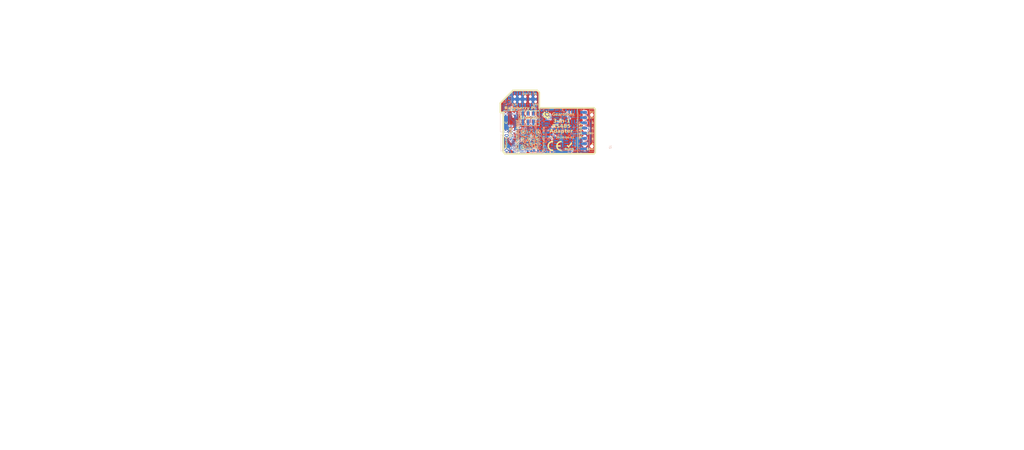
<source format=kicad_pcb>
(kicad_pcb (version 20240108) (generator "pcbnew") (generator_version "8.0")
  (title_block (title "${projectName}") (date "2025-08-16") (rev "1.2"))
  (layers (0 "F.Cu" signal "Front") (31 "B.Cu" signal "Back") (34 "B.Paste" user) (35 "F.Paste" user) (36 "B.SilkS" user "B.Silkscreen") (37 "F.SilkS" user "F.Silkscreen") (38 "B.Mask" user) (39 "F.Mask" user) (44 "Edge.Cuts" user))
  (property "boardName" "3-in-1 RS485 Adapter")
  (property "coverName" "Cover")
  (property "indexName" "Index")
  (property "powerBDName" "Power Block Diagram")
  (property "projectName" "3-in-1 RS485 Adapter")
  (property "schTopName" "Schematic")
  (property "signalBDName" "Signal Block Diagram")
  (net 0 "")
  (net 1 "GND")
  (net 2 "/index/schTop/USB_D-")
  (net 3 "/index/schTop/USB_D+")
  (net 4 "+5V")
  (net 5 "+3.3V")
  (net 6 "Net-(Q1-D)")
  (net 7 "Net-(D5-A)")
  (net 8 "Net-(U2A-+)")
  (net 9 "Net-(D1-IO1)")
  (net 11 "/index/schTop/TXDR")
  (net 12 "/index/schTop/RXDR")
  (net 13 "/index/schTop/TXDA")
  (net 14 "/index/schTop/RXDA")
  (net 15 "/index/schTop/~{RST}")
  (net 21 "Net-(J5-CC1)")
  (net 23 "Net-(J5-CC2)")
  (net 25 "Net-(D6-A)")
  (net 26 "Net-(Q1-G)")
  (net 27 "Net-(Q3-D)")
  (net 30 "/index/schTop/TXDU")
  (net 34 "Net-(U1-~{DCD})")
  (net 35 "/index/schTop/RXDU")
  (net 36 "Net-(D4-A)")
  (net 37 "Net-(U1-~{CTS})")
  (net 38 "Net-(D6-K)")
  (net 39 "/index/schTop/RXD")
  (net 40 "/index/schTop/TXD")
  (net 41 "/index/schTop/TXEN")
  (net 42 "/index/schTop/VBUS_div")
  (net 43 "unconnected-(D5-K-Pad1)")
  (net 44 "Net-(Q2-D)")
  (net 45 "Net-(U6-Pad5)")
  (net 46 "/index/schTop/RS485A")
  (net 47 "/index/schTop/RS485B")
  (net 48 "Net-(Q3-G)")
  (net 49 "Net-(R21-Pad1)")
  (net 50 "Net-(Q2-G)")
  (net 51 "Net-(U2B-+)")
  (net 52 "Net-(U1-~{RTS})")
  (net 53 "Net-(U1-~{DSR})")
  (net 54 "Net-(U1-~{DTR})")
  (net 55 "Net-(U1-~{TXT}{slash}GPIO.0)")
  (net 56 "Net-(U1-~{RXT}{slash}GPIO.1)")
  (net 57 "Net-(U1-RS485{slash}GPIO.2)")
  (net 58 "Net-(U1-~{WAKEUP}{slash}GPIO.3)")
  (footprint "rs485RPihat:testpoint_no_border" (layer "F.Cu") (at 67.89 134.258571)
    (property "Reference" "TP13" (hide yes))
    (property "Value" "TestPoint" (hide yes))
  )
  (footprint "LOGO" (layer "F.Cu") (at 53.2 148.05)
    (property "Reference" "G***" (hide yes))
    (property "Value" "LOGO" (hide yes))
  )
  (footprint "rs485RPihat:testpoint_no_border" (layer "F.Cu") (at 67.89 131.72)
    (property "Reference" "TP14" (hide yes))
    (property "Value" "TestPoint" (hide yes))
  )
  (footprint "rs485RPihat:testpoint_no_border" (layer "F.Cu") (at 37.78 132.27 90)
    (property "Reference" "TP3" (hide yes))
    (property "Value" "TestPoint" (hide yes))
  )
  (footprint "rs485RPihat:testpoint_no_border" (layer "F.Cu") (at 67.89 146.951426)
    (property "Reference" "TP8" (hide yes))
    (property "Value" "TestPoint" (hide yes))
  )
  (footprint "LOGO" (layer "F.Cu") (at 41.55 144.98)
    (property "Reference" "G***" (hide yes))
    (property "Value" "LOGO" (hide yes))
  )
  (footprint "rs485RPihat:testpoint_no_border" (layer "F.Cu") (at 67.89 136.797142)
    (property "Reference" "TP12" (hide yes))
    (property "Value" "TestPoint" (hide yes))
  )
  (footprint "rs485RPihat:testpoint_no_border" (layer "F.Cu") (at 67.89 139.335713)
    (property "Reference" "TP11" (hide yes))
    (property "Value" "TestPoint" (hide yes))
  )
  (footprint "rs485RPihat:testpoint_no_border" (layer "F.Cu") (at 42.86 132.27 90)
    (property "Reference" "TP2" (hide yes))
    (property "Value" "TestPoint" (hide yes))
  )
  (footprint "rs485RPihat:testpoint_no_border" (layer "F.Cu") (at 67.89 144.412855)
    (property "Reference" "TP9" (hide yes))
    (property "Value" "TestPoint" (hide yes))
  )
  (footprint "rs485RPihat:testpoint_no_border" (layer "F.Cu") (at 37.78 136.19 90)
    (property "Reference" "TP4" (hide yes))
    (property "Value" "TestPoint" (hide yes))
  )
  (footprint "rs485RPihat:testpoint_no_border" (layer "F.Cu") (at 40.32 132.27 90)
    (property "Reference" "TP5" (hide yes))
    (property "Value" "TestPoint" (hide yes))
  )
  (footprint "rs485RPihat:testpoint_no_border" (layer "F.Cu") (at 40.32 136.19 90)
    (property "Reference" "TP6" (hide yes))
    (property "Value" "TestPoint" (hide yes))
  )
  (footprint "LOGO" (layer "F.Cu") (at 60.36 148.14)
    (property "Reference" "G***" (hide yes))
    (property "Value" "LOGO" (hide yes))
  )
  (footprint "rs485RPihat:testpoint_no_border" (layer "F.Cu") (at 67.89 141.874284)
    (property "Reference" "TP10" (hide yes))
    (property "Value" "TestPoint" (hide yes))
  )
  (footprint "rs485RPihat:testpoint_no_border" (layer "F.Cu") (at 42.86 136.19 90)
    (property "Reference" "TP1" (hide yes))
    (property "Value" "TestPoint" (hide yes))
  )
  (footprint "rs485RPihat:testpoint_no_border" (layer "F.Cu") (at 67.89 149.49)
    (property "Reference" "TP7" (hide yes))
    (property "Value" "TestPoint" (hide yes))
  )
  (footprint "Capacitor_SMD:C_0603_1608Metric" (layer "B.Cu") (at 33.95 130.32)
    (property "Reference" "C1")
    (property "Value" "22pF/50V")
  )
  (footprint "Capacitor_SMD:C_0603_1608Metric" (layer "B.Cu") (at 40.76 146.18)
    (property "Reference" "C2")
    (property "Value" "100nF/50V")
  )
  (footprint "Capacitor_SMD:C_0603_1608Metric" (layer "B.Cu") (at 40.79 143.93 90)
    (property "Reference" "C3")
    (property "Value" "10uF/10V")
  )
  (footprint "Capacitor_SMD:C_0603_1608Metric" (layer "B.Cu") (at 37.85 143.55 90)
    (property "Reference" "C4")
    (property "Value" "100nF/50V")
  )
  (footprint "Capacitor_SMD:C_0603_1608Metric" (layer "B.Cu") (at 39.32 143.55 90)
    (property "Reference" "C5")
    (property "Value" "10uF/10V")
  )
  (footprint "Capacitor_SMD:C_0603_1608Metric" (layer "B.Cu") (at 60.43 138.22)
    (property "Reference" "C7")
    (property "Value" "100nF/50V")
  )
  (footprint "Capacitor_SMD:C_0603_1608Metric" (layer "B.Cu") (at 30.92 125.74 90)
    (property "Reference" "C8")
    (property "Value" "100nF/50V")
  )
  (footprint "Capacitor_SMD:C_0603_1608Metric" (layer "B.Cu") (at 46.13 130.99 180)
    (property "Reference" "C9")
    (property "Value" "100nF/50V")
  )
  (footprint "Celebi:SOT23-6L" (layer "B.Cu") (at 29.72 129.586501 180)
    (property "Reference" "D1")
    (property "Value" "TVS_5V" (hide yes))
  )
  (footprint "Celebi:SOT23-3" (layer "B.Cu") (at 62.84 142.11 180)
    (property "Reference" "D3")
    (property "Value" "SM712" (hide yes))
  )
  (footprint "Celebi:usb-MicroXNJ" (layer "B.Cu") (at 29.8724 146.55 180)
    (property "Reference" "J1")
    (property "Value" "USB-Micro" (hide yes))
  )
  (footprint "Connector_PinHeader_2.54mm:PinHeader_2x03_P2.54mm_Vertical_SMD" (layer "B.Cu") (at 40.3 134.22 -90)
    (property "Reference" "J4")
    (property "Value" "Conn_02x03_Odd_Even")
  )
  (footprint "Resistor_SMD:R_0603_1608Metric" (layer "B.Cu") (at 41 150.56)
    (property "Reference" "R2")
    (property "Value" "4.7k")
  )
  (footprint "Resistor_SMD:R_0603_1608Metric" (layer "B.Cu") (at 60.23 139.78)
    (property "Reference" "R3")
    (property "Value" "560R")
  )
  (footprint "Resistor_SMD:R_0603_1608Metric" (layer "B.Cu") (at 63.46 138.219998 180)
    (property "Reference" "R5")
    (property "Value" "220R")
  )
  (footprint "Resistor_SMD:R_0603_1608Metric" (layer "B.Cu") (at 46.53 138.18)
    (property "Reference" "R6")
    (property "Value" "10k")
  )
  (footprint "Resistor_SMD:R_0603_1608Metric" (layer "B.Cu") (at 46.36 136.68)
    (property "Reference" "R7")
    (property "Value" "10k")
  )
  (footprint "Resistor_SMD:R_0603_1608Metric" (layer "B.Cu") (at 56.21 131.27 90)
    (property "Reference" "R8")
    (property "Value" "10k")
  )
  (footprint "Resistor_SMD:R_0603_1608Metric" (layer "B.Cu") (at 57.95 135.28)
    (property "Reference" "R9")
    (property "Value" "1k")
  )
  (footprint "Resistor_SMD:R_0603_1608Metric" (layer "B.Cu") (at 57.93 136.75)
    (property "Reference" "R10")
    (property "Value" "1k")
  )
  (footprint "Resistor_SMD:R_0603_1608Metric" (layer "B.Cu") (at 57.95 133.68)
    (property "Reference" "R11")
    (property "Value" "1k")
  )
  (footprint "Celebi:SOD323" (layer "B.Cu") (at 36.6 142.87 -90)
    (property "Reference" "D2")
    (property "Value" "1N5819WS" (hide yes))
  )
  (footprint "rs485RPihat:con-WR-PHD-61031021821" (layer "B.Cu") (at 38.862 125.2982 -90)
    (property "Reference" "J3")
    (property "Value" "Raspberry-Pi_2x5-Pin_Header" (hide yes))
  )
  (footprint "LED_SMD:LED_0805_2012Metric" (layer "B.Cu") (at 38.85 141.07)
    (property "Reference" "D4")
    (property "Value" "yellow")
  )
  (footprint "Resistor_SMD:R_0603_1608Metric" (layer "B.Cu") (at 55.14 141.68)
    (property "Reference" "R16")
    (property "Value" "10k")
  )
  (footprint "Capacitor_SMD:C_0603_1608Metric" (layer "B.Cu") (at 61.58 146.29 180)
    (property "Reference" "C15")
    (property "Value" "1nF")
  )
  (footprint "Package_TO_SOT_SMD:SOT-23" (layer "B.Cu") (at 58.34 142.7225 -90)
    (property "Reference" "Q1")
    (property "Value" "BSS84AK,215")
  )
  (footprint "Package_TO_SOT_SMD:SOT-23" (layer "B.Cu") (at 49.28 147 180)
    (property "Reference" "Q3")
    (property "Value" "BSS84AK,215")
  )
  (footprint "Resistor_SMD:R_0603_1608Metric" (layer "B.Cu") (at 43.77 146.51)
    (property "Reference" "R18")
    (property "Value" "10M")
  )
  (footprint "Resistor_SMD:R_0603_1608Metric" (layer "B.Cu") (at 34.82 144.41 90)
    (property "Reference" "R30")
    (property "Value" "4.7k")
  )
  (footprint "Package_TO_SOT_SMD:SOT-23" (layer "B.Cu") (at 44.1825 149.36 90)
    (property "Reference" "Q2")
    (property "Value" "BSS84AK,215")
  )
  (footprint "Capacitor_SMD:C_0603_1608Metric" (layer "B.Cu") (at 43.76 144.97)
    (property "Reference" "C6")
    (property "Value" "10nF")
  )
  (footprint "Package_SO:SOIC-8_3.9x4.9mm_P1.27mm" (layer "B.Cu") (at 62.2 133.75 -90)
    (property "Reference" "U5")
    (property "Value" "SP3485EN")
  )
  (footprint "Resistor_SMD:R_0603_1608Metric" (layer "B.Cu") (at 46.13 139.64)
    (property "Reference" "R24")
    (property "Value" "75R")
  )
  (footprint "rs485RPihat:testpoint_small" (layer "B.Cu") (at 38.8 151.26 180)
    (property "Reference" "TP22" (hide yes))
    (property "Value" "2")
  )
  (footprint "Resistor_SMD:R_0603_1608Metric" (layer "B.Cu") (at 57.99 138.97 90)
    (property "Reference" "R29")
    (property "Value" "4.7k")
  )
  (footprint "Resistor_SMD:R_0603_1608Metric" (layer "B.Cu") (at 63.26 139.79 180)
    (property "Reference" "R1")
    (property "Value" "560R")
  )
  (footprint "rs485RPihat:testpoint_small" (layer "B.Cu") (at 34.25 146.635 180)
    (property "Reference" "TP18" (hide yes))
    (property "Value" "DT")
  )
  (footprint "Resistor_SMD:R_0603_1608Metric" (layer "B.Cu") (at 51.71 141.7 90)
    (property "Reference" "R23")
    (property "Value" "75R")
  )
  (footprint "rs485RPihat:testpoint_small" (layer "B.Cu") (at 33.96 151.2 180)
    (property "Reference" "TP16" (hide yes))
    (property "Value" "CT")
  )
  (footprint "Capacitor_SMD:C_0603_1608Metric" (layer "B.Cu") (at 54.089999 143.94 180)
    (property "Reference" "C12")
    (property "Value" "100nF/50V")
  )
  (footprint "Resistor_SMD:R_0603_1608Metric" (layer "B.Cu") (at 40.77 147.64 180)
    (property "Reference" "R26")
    (property "Value" "20k")
  )
  (footprint "rs485RPihat:Connector_8-pin_SMT_hole_1.5mm" (layer "B.Cu") (at 71.31 140.58 90)
    (property "Reference" "J2")
    (property "Value" "TSM-108-01-T-SH-A-P-TR")
  )
  (footprint "Resistor_SMD:R_0603_1608Metric" (layer "B.Cu") (at 51.11 150.94)
    (property "Reference" "R4")
    (property "Value" "20k")
  )
  (footprint "Capacitor_SMD:C_0603_1608Metric" (layer "B.Cu") (at 61.580001 147.84 180)
    (property "Reference" "C16")
    (property "Value" "100nF/50V")
  )
  (footprint "Resistor_SMD:R_0603_1608Metric" (layer "B.Cu") (at 41 149.1)
    (property "Reference" "R27")
    (property "Value" "10k")
  )
  (footprint "rs485RPihat:testpoint_small" (layer "B.Cu") (at 34.17 149.88 180)
    (property "Reference" "TP15" (hide yes))
    (property "Value" "RT")
  )
  (footprint "Resistor_SMD:R_0402_1005Metric" (layer "B.Cu") (at 29.69 126.11 90)
    (property "Reference" "R15")
    (property "Value" "5.1k")
  )
  (footprint "Resistor_SMD:R_0603_1608Metric" (layer "B.Cu") (at 56.28 139.03 -90)
    (property "Reference" "R21")
    (property "Value" "4.7k")
  )
  (footprint "rs485RPihat:testpoint_small" (layer "B.Cu") (at 39.32 150.59 180)
    (property "Reference" "TP23" (hide yes))
    (property "Value" "3")
  )
  (footprint "Package_DFN_QFN:QFN-24-1EP_4x4mm_P0.5mm_EP2.6x2.6mm" (layer "B.Cu") (at 36.68 148.505 -90)
    (property "Reference" "U1")
    (property "Value" "CP2102N-A02-GQFN24R")
  )
  (footprint "Package_TO_SOT_SMD:SOT-23" (layer "B.Cu") (at 45.1925 142.3 90)
    (property "Reference" "Q4")
    (property "Value" "Q_NMOS_GSD")
  )
  (footprint "Capacitor_SMD:C_0603_1608Metric" (layer "B.Cu") (at 51.93 146.83 -90)
    (property "Reference" "C10")
    (property "Value" "10nF")
  )
  (footprint "Resistor_SMD:R_0603_1608Metric" (layer "B.Cu") (at 32.27 150.96 180)
    (property "Reference" "R31")
    (property "Value" "4.7k")
  )
  (footprint "Resistor_SMD:R_0603_1608Metric" (layer "B.Cu") (at 42.01 140.96 180)
    (property "Reference" "R22")
    (property "Value" "4.7k")
  )
  (footprint "Resistor_SMD:R_0603_1608Metric" (layer "B.Cu") (at 46.62 146.76 90)
    (property "Reference" "R17")
    (property "Value" "10M")
  )
  (footprint "Resistor_SMD:R_0603_1608Metric" (layer "B.Cu") (at 51.11 149.48 180)
    (property "Reference" "R13")
    (property "Value" "20k")
  )
  (footprint "Resistor_SMD:R_0402_1005Metric" (layer "B.Cu") (at 29.11 127.54)
    (property "Reference" "R14")
    (property "Value" "5.1k")
  )
  (footprint "Celebi:SOT23-6L" (layer "B.Cu") (at 46.066501 133.86 -90)
    (property "Reference" "D7")
    (property "Value" "TVS_5V" (hide yes))
  )
  (footprint "LED_SMD:LED_0805_2012Metric" (layer "B.Cu") (at 50.01 142.517501 90)
    (property "Reference" "D5")
    (property "Value" "green")
  )
  (footprint "LED_SMD:LED_0805_2012Metric" (layer "B.Cu") (at 47.85 142.515002 90)
    (property "Reference" "D6")
    (property "Value" "red")
  )
  (footprint "Resistor_SMD:R_0603_1608Metric" (layer "B.Cu") (at 47.4 150.28)
    (property "Reference" "R28")
    (property "Value" "4.7k")
  )
  (footprint "Resistor_SMD:R_0603_1608Metric" (layer "B.Cu") (at 61.58 144.71 180)
    (property "Reference" "R12")
    (property "Value" "1k")
  )
  (footprint "Capacitor_SMD:C_0603_1608Metric" (layer "B.Cu") (at 53.93 139.77)
    (property "Reference" "C11")
    (property "Value" "100nF/50V")
  )
  (footprint "Package_SO:SOIC-8_3.9x4.9mm_P1.27mm" (layer "B.Cu") (at 56.38 147.435 180)
    (property "Reference" "U2")
    (property "Value" "LM393DR2G")
  )
  (footprint "Resistor_SMD:R_0603_1608Metric" (layer "B.Cu") (at 60.82 150.09 90)
    (property "Reference" "R19")
    (property "Value" "10k")
  )
  (footprint "rs485RPihat:testpoint_small" (layer "B.Cu") (at 33.78 148.43 180)
    (property "Reference" "TP17" (hide yes))
    (property "Value" "DS")
  )
  (footprint "Resistor_SMD:R_0603_1608Metric" (layer "B.Cu") (at 63.07 149.35 180)
    (property "Reference" "R20")
    (property "Value" "20k")
  )
  (footprint "rs485RPihat:testpoint_small" (layer "B.Cu") (at 35.56 145.67 180)
    (property "Reference" "TP19" (hide yes))
    (property "Value" "DC")
  )
  (footprint "Connector_USB:USB_C_Receptacle_Palconn_UTC16-G" (layer "B.Cu") (at 31.609 136.779 90)
    (property "Reference" "J5")
    (property "Value" "USB_C_Receptacle")
  )
  (footprint "Resistor_SMD:R_0603_1608Metric" (layer "B.Cu") (at 58.68 131.46 -90)
    (property "Reference" "R25")
    (property "Value" "10k")
  )
  (footprint "Package_SO:SOIC-14_3.9x8.7mm_P1.27mm" (layer "B.Cu") (at 51.76 134.37)
    (property "Reference" "U6")
    (property "Value" "CD4023BM/TR")
  )
  (footprint "rs485RPihat:testpoint_small" (layer "B.Cu") (at 37.77 151.26 180)
    (property "Reference" "TP21" (hide yes))
    (property "Value" "1")
  )
  (footprint "rs485RPihat:testpoint_small" (layer "B.Cu") (at 36.79 151.26 180)
    (property "Reference" "TP20" (hide yes))
    (property "Value" "0")
  )
  (gr_circle (center 41.9 142.1) (end 42.1 142.1) (stroke (width 0.15)) (fill none) (layer "B.SilkS"))
  (gr_circle (center 62.7 142.3) (end 62.9 142.3) (stroke (width 0.15)) (fill none) (layer "B.SilkS"))
  (gr_poly (pts (xy 50.665548 132.890769) (xy 50.695181 133.288704) (xy 50.566067 133.154645) (xy 50.550544 133.132066) (xy 50.541372 133.106667) (xy 50.539254 133.079149) (xy 50.544899 133.052339) (xy 50.558303 133.028348) (xy 50.651437 132.903463) (xy 50.66555 132.890763)) (fill solid) (layer "F.SilkS"))
  (gr_line (start 48.459277 132.53799) (end 48.459277 132.584554) (stroke (width 0.026105)) (layer "F.SilkS"))
  (gr_line (start 51.048666 132.268462) (end 51.087471 132.266344) (stroke (width 0.026105)) (layer "F.SilkS"))
  (gr_line (start 49.145079 133.090441) (end 49.182473 133.123601) (stroke (width 0.026105)) (layer "F.SilkS"))
  (gr_poly (pts (xy 51.008448 132.032815) (xy 51.021148 132.04128) (xy 51.048665 132.268462) (xy 50.944242 132.190854) (xy 50.955532 132.060329) (xy 50.978814 132.039161) (xy 50.992927 132.032107)) (fill solid) (layer "F.SilkS"))
  (gr_poly (pts (xy 52.930468 131.76056) (xy 52.955228 131.761226) (xy 52.979436 131.762333) (xy 53.003087 131.763878) (xy 53.026176 131.765859) (xy 53.048698 131.768273) (xy 53.070648 131.771119) (xy 53.092022 131.774394) (xy 53.112921 131.778056) (xy 53.13314 131.781913) (xy 53.152676 131.785963) (xy 53.171526 131.790207) (xy 53.189688 131.794644) (xy 53.20716 131.799276) (xy 53.223939 131.804101) (xy 53.240023 131.80912) (xy 53.255352 131.814149) (xy 53.270021 131.81931) (xy 53.284032 131.824603) (xy 53.297384 131.830023) (xy 53.310077 131.83557) (xy 53.322111 131.84124) (xy 53.333486 131.847032) (xy 53.344203 131.852942) (xy 53.354338 131.858659) (xy 53.363665 131.864185) (xy 53.372187 131.869522) (xy 53.379911 131.874672) (xy 53.386839 131.879638) (xy 53.392978 131.884423) (xy 53.398332 131.889028) (xy 53.400717 131.891264) (xy 53.402906 131.893456) (xy 53.404927 131.895605) (xy 53.406879 131.897865) (xy 53.408762 131.900238) (xy 53.410577 131.902722) (xy 53.412323 131.90532) (xy 53.414 131.90803) (xy 53.415607 131.910854) (xy 53.417144 131.913791) (xy 53.41861 131.916842) (xy 53.420007 131.920007) (xy 53.421332 131.923287) (xy 53.422586 131.926681) (xy 53.423769 131.93019) (xy 53.42488 131.933815) (xy 53.425919 131.937556) (xy 53.426886 131.941412) (xy 53.42863 131.949774) (xy 53.430141 131.95905) (xy 53.43142 131.969241) (xy 53.432466 131.98035) (xy 53.43328 131.99238) (xy 53.433861 132.005332) (xy 53.43421 132.01921) (xy 53.434326 132.034016) (xy 53.434325 132.034016) (xy 53.434325 132.034017) (xy 53.434324 132.034017) (xy 53.434267 132.042775) (xy 53.434098 132.051222) (xy 53.433823 132.059353) (xy 53.433446 132.067167) (xy 53.432972 132.074661) (xy 53.432407 132.081833) (xy 53.431754 132.088681) (xy 53.431019 132.095201) (xy 53.430128 132.10148) (xy 53.429162 132.107446) (xy 53.428123 132.113096) (xy 53.427014 132.11843) (xy 53.425837 132.123444) (xy 53.424595 132.128135) (xy 53.423289 132.132502) (xy 53.421923 132.136542) (xy 53.421289 132.138371) (xy 53.420626 132.140137) (xy 53.419935 132.141839) (xy 53.419217 132.143477) (xy 53.418473 132.145051) (xy 53.417702 132.14656) (xy 53.416906 132.148005) (xy 53.416085 132.149384) (xy 53.415239 132.150698) (xy 53.41437 132.151947) (xy 53.413478 132.153129) (xy 53.412564 132.154245) (xy 53.411628 132.155294) (xy 53.41067 132.156277) (xy 53.409692 132.157192) (xy 53.408694 132.15804) (xy 53.407747 132.158752) (xy 53.406766 132.159416) (xy 53.405752 132.160032) (xy 53.404706 132.160601) (xy 53.403626 132.161122) (xy 53.402514 132.161597) (xy 53.40137 132.162025) (xy 53.400194 132.162406) (xy 53.398987 132.162742) (xy 53.397748 132.163032) (xy 53.396479 132.163276) (xy 53.395179 132.163475) (xy 53.393848 132.16363) (xy 53.392488 132.16374) (xy 53.391098 132.163806) (xy 53.389679 132.163827) (xy 53.387624 132.16374) (xy 53.385416 132.163479) (xy 53.383052 132.163043) (xy 53.380535 132.162432) (xy 53.377864 132.161647) (xy 53.375039 132.160688) (xy 53.372061 132.159554) (xy 53.36893 132.158246) (xy 53.365647 132.156764) (xy 53.362211 132.155107) (xy 53.358623 132.153276) (xy 53.354884 132.15127) (xy 53.350993 132.14909) (xy 53.346951 132.146735) (xy 53.342758 132.144206) (xy 53.338415 132.141503) (xy 53.329142 132.135873) (xy 53.319152 132.130144) (xy 53.308446 132.124313) (xy 53.297022 132.118378) (xy 53.284881 132.112336) (xy 53.272023 132.106186) (xy 53.258449 132.099923) (xy 53.244157 132.093547) (xy 53.229079 132.087249) (xy 53.2133 132.081068) (xy 53.196812 132.075002) (xy 53.179613 132.069053) (xy 53.161697 132.06322) (xy 53.143059 132.057503) (xy 53.123694 132.051903) (xy 53.103598 132.046418) (xy 53.082871 132.041186) (xy 53.06131 132.036652) (xy 53.03891 132.032815) (xy 53.015669 132.029675) (xy 52.991586 132.027234) (xy 52.966658 132.02549) (xy 52.940881 132.024443) (xy 52.914254 132.024094) (xy 52.89996 132.024249) (xy 52.885836 132.024714) (xy 52.871881 132.02549) (xy 52.858095 132.026575) (xy 52.844479 132.02797) (xy 52.831033 132.029675) (xy 52.817756 132.031691) (xy 52.804649 132.034016) (xy 52.791711 132.036652) (xy 52.778943 132.039597) (xy 52.766344 132.042853) (xy 52.753916 132.046418) (xy 52.741656 132.050294) (xy 52.729566 132.05448) (xy 52.717646 132.058976) (xy 52.705896 132.063782) (xy 52.694411 132.068876) (xy 52.683135 132.074236) (xy 52.672067 132.079862) (xy 52.661208 132.085754) (xy 52.650557 132.091911) (xy 52.640114 132.098333) (xy 52.62988 132.105019) (xy 52.619854 132.11197) (xy 52.610036 132.119185) (xy 52.600427 132.126663) (xy 52.591026 132.134406) (xy 52.581833 132.142411) (xy 52.572848 132.150679) (xy 52.564072 132.159209) (xy 52.555504 132.168002) (xy 52.547145 132.177056) (xy 52.538972 132.186281) (xy 52.531041 132.195737) (xy 52.523353 132.205425) (xy 52.515907 132.215345) (xy 52.508703 132.225497) (xy 52.501741 132.235879) (xy 52.495022 132.246492) (xy 52.488544 132.257336) (xy 52.482309 132.268409) (xy 52.476317 132.279713) (xy 52.470566 132.291246) (xy 52.465057 132.303008) (xy 52.459791 132.314999) (xy 52.454767 132.327219) (xy 52.449986 132.339667) (xy 52.445446 132.352343) (xy 52.44113 132.365142) (xy 52.437094 132.378116) (xy 52.433338 132.391265) (xy 52.429863 132.404588) (xy 52.426667 132.418085) (xy 52.423751 132.431757) (xy 52.421114 132.445603) (xy 52.418756 132.459623) (xy 52.416676 132.473818) (xy 52.414875 132.488187) (xy 52.413351 132.502731) (xy 52.412106 132.517449) (xy 52.411137 132.532342) (xy 52.410446 132.547408) (xy 52.409893 132.578065) (xy 52.410456 132.611504) (xy 52.412148 132.643917) (xy 52.414973 132.675309) (xy 52.418937 132.705681) (xy 52.424044 132.735035) (xy 52.430299 132.763374) (xy 52.433859 132.777164) (xy 52.437707 132.790701) (xy 52.441845 132.803985) (xy 52.446273 132.817017) (xy 52.450919 132.829831) (xy 52.455788 132.842384) (xy 52.460878 132.854675) (xy 52.466191 132.866704) (xy 52.471725 132.878472) (xy 52.477481 132.889978) (xy 52.483457 132.901222) (xy 52.489655 132.912205) (xy 52.496073 132.922927) (xy 52.502711 132.933386) (xy 52.509569 132.943584) (xy 52.516646 132.953521) (xy 52.523943 132.963195) (xy 52.531458 132.972609) (xy 52.539192 132.98176) (xy 52.547145 132.99065) (xy 52.555385 132.999201) (xy 52.56383 133.007489) (xy 52.572477 133.015515) (xy 52.581329 133.023277) (xy 52.590383 133.030776) (xy 52.599642 133.038009) (xy 52.609103 133.044978) (xy 52.618768 133.05168) (xy 52.628637 133.058116) (xy 52.638709 133.064285) (xy 52.648985 133.070186) (xy 52.659464 133.07582) (xy 52.670146 133.081184) (xy 52.681032 133.086278) (xy 52.692122 133.091103) (xy 52.703415 133.095657) (xy 52.714848 133.099973) (xy 52.726437 133.104009) (xy 52.738181 133.107765) (xy 52.750082 133.11124) (xy 52.762139 133.114436) (xy 52.774352 133.117352) (xy 52.786722 133.119989) (xy 52.799249 133.122348) (xy 52.811934 133.124427) (xy 52.824776 133.126229) (xy 52.837777 133.127752) (xy 52.850935 133.128998) (xy 52.864253 133.129966) (xy 52.877729 133.130658) (xy 52.891365 133.131072) (xy 52.90516 133.13121) (xy 52.91855 133.131035) (xy 52.931899 133.130506) (xy 52.945204 133.129619) (xy 52.958464 133.128368) (xy 52.971675 133.126749) (xy 52.984835 133.124757) (xy 52.997942 133.122387) (xy 53.010994 133.119635) (xy 53.024064 133.11634) (xy 53.036919 133.112658) (xy 53.049555 133.108589) (xy 53.061972 133.104132) (xy 53.074165 133.099287) (xy 53.086134 133.094055) (xy 53.097875 133.088435) (xy 53.109385 133.082428) (xy 53.109385 132.714491) (xy 52.809248 132.714491) (xy 52.807862 132.714465) (xy 52.806496 132.714385) (xy 52.80515 132.714251) (xy 52.803822 132.714065) (xy 52.802514 132.713825) (xy 52.801225 132.713532) (xy 52.799956 132.713186) (xy 52.798706 132.712786) (xy 52.797476 132.712333) (xy 52.796265 132.711827) (xy 52.795073 132.711267) (xy 52.7939 132.710654) (xy 52.792747 132.709988) (xy 52.791614 132.709269) (xy 52.790499 132.708496) (xy 52.789404 132.70767) (xy 52.788329 132.706791) (xy 52.787273 132.705858) (xy 52.785219 132.703833) (xy 52.783242 132.701595) (xy 52.781343 132.699143) (xy 52.779521 132.696479) (xy 52.777777 132.693601) (xy 52.776111 132.69051) (xy 52.774522 132.687206) (xy 52.773097 132.683645) (xy 52.771769 132.679783) (xy 52.770537 132.67562) (xy 52.769399 132.671154) (xy 52.768357 132.666386) (xy 52.767407 132.661314) (xy 52.766552 132.655938) (xy 52.765789 132.650258) (xy 52.765118 132.644272) (xy 52.764538 132.63798) (xy 52.764049 132.631382) (xy 52.763651 132.624477) (xy 52.763342 132.617265) (xy 52.763122 132.609744) (xy 52.762947 132.593775) (xy 52.763102 132.577145) (xy 52.763295 132.569376) (xy 52.763566 132.561968) (xy 52.763915 132.554919) (xy 52.764341 132.548226) (xy 52.764845 132.541886) (xy 52.765426 132.535898) (xy 52.76625 132.530297) (xy 52.767167 132.524968) (xy 52.768177 132.51991) (xy 52.769277 132.515124) (xy 52.770463 132.510609) (xy 52.771735 132.506365) (xy 52.773088 132.502392) (xy 52.774522 132.498691) (xy 52.775343 132.496976) (xy 52.776179 132.495318) (xy 52.777029 132.493719) (xy 52.777894 132.492176) (xy 52.778773 132.490691) (xy 52.779667 132.489262) (xy 52.780575 132.487889) (xy 52.781498 132.486573) (xy 52.782436 132.485312) (xy 52.783388 132.484106) (xy 52.784354 132.482956) (xy 52.785335 132.48186) (xy 52.78633 132.480819) (xy 52.78734 132.479832) (xy 52.788365 132.478899) (xy 52.789404 132.47802) (xy 52.790535 132.47723) (xy 52.791681 132.47649) (xy 52.792842 132.475798) (xy 52.794016 132.475155) (xy 52.795206 132.474563) (xy 52.79641 132.47402) (xy 52.797628 132.473527) (xy 52.798861 132.473085) (xy 52.800109 132.472694) (xy 52.801371 132.472354) (xy 52.802647 132.472065) (xy 52.803938 132.471829) (xy 52.805244 132.471644) (xy 52.806564 132.471512) (xy 52.807899 132.471432) (xy 52.809248 132.471405) (xy 53.344203 132.471405) (xy 53.346664 132.471432) (xy 53.349086 132.471512) (xy 53.35147 132.471644) (xy 53.353815 132.471829) (xy 53.356121 132.472065) (xy 53.358388 132.472354) (xy 53.360617 132.472694) (xy 53.362806 132.473085) (xy 53.364957 132.473527) (xy 53.367069 132.47402) (xy 53.369143 132.474563) (xy 53.371178 132.475155) (xy 53.373174 132.475798) (xy 53.375131 132.47649) (xy 53.377049 132.47723) (xy 53.378929 132.47802) (xy 53.380852 132.478899) (xy 53.382747 132.479832) (xy 53.384612 132.480819) (xy 53.386448 132.48186) (xy 53.388255 132.482956) (xy 53.390033 132.484106) (xy 53.391782 132.485312) (xy 53.393502 132.486573) (xy 53.395193 132.487889) (xy 53.396854 132.489262) (xy 53.398487 132.490691) (xy 53.400091 132.492176) (xy 53.401665 132.493719) (xy 53.403211 132.495318) (xy 53.404727 132.496976) (xy 53.406214 132.498691) (xy 53.407627 132.500379) (xy 53.408995 132.502111) (xy 53.41032 132.503887) (xy 53.411602 132.505706) (xy 53.412839 132.507568) (xy 53.414033 132.509475) (xy 53.415184 132.511425) (xy 53.416291 132.513418) (xy 53.417354 132.515456) (xy 53.418374 132.517536) (xy 53.41935 132.519661) (xy 53.420283 132.521829) (xy 53.421172 132.52404) (xy 53.422017 132.526296) (xy 53.422819 132.528594) (xy 53.423577 132.530937) (xy 53.424367 132.533248) (xy 53.425108 132.535607) (xy 53.4258 132.538016) (xy 53.426442 132.540474) (xy 53.427035 132.542982) (xy 53.427578 132.54554) (xy 53.428071 132.548148) (xy 53.428513 132.550806) (xy 53.428904 132.553516) (xy 53.429244 132.556276) (xy 53.429532 132.559088) (xy 53.429769 132.561952) (xy 53.429954 132.564868) (xy 53.430086 132.567836) (xy 53.430166 132.570857) (xy 53.430192 132.573931) (xy 53.430192 133.204797) (xy 53.430139 133.209337) (xy 53.42998 133.213808) (xy 53.429715 133.218212) (xy 53.429346 133.222548) (xy 53.428873 133.226816) (xy 53.428296 133.231017) (xy 53.427616 133.235149) (xy 53.426833 133.239214) (xy 53.425949 133.243211) (xy 53.424964 133.24714) (xy 53.423878 133.251001) (xy 53.422693 133.254794) (xy 53.421408 133.25852) (xy 53.420024 133.262178) (xy 53.418542 133.265768) (xy 53.416963 133.26929) (xy 53.415306 133.272659) (xy 53.413436 133.275946) (xy 53.411352 133.27915) (xy 53.409056 133.28227) (xy 53.406547 133.285307) (xy 53.403824 133.28826) (xy 53.400888 133.291129) (xy 53.397739 133.293913) (xy 53.394377 133.296613) (xy 53.390802 133.299227) (xy 53.387013 133.301757) (xy 53.383012 133.3042) (xy 53.378797 133.306558) (xy 53.374369 133.308829) (xy 53.369728 133.311013) (xy 53.364874 133.313111) (xy 53.354652 133.317084) (xy 53.343832 133.321098) (xy 53.332416 133.325156) (xy 53.320406 133.32926) (xy 53.307805 133.333412) (xy 53.294616 133.337615) (xy 53.266481 133.346184) (xy 53.251685 133.350293) (xy 53.236751 133.354252) (xy 53.221677 133.358066) (xy 53.206459 133.361739) (xy 53.191096 133.365276) (xy 53.175586 133.368683) (xy 53.144111 133.375123) (xy 53.128356 133.378117) (xy 53.112559 133.380901) (xy 53.09672 133.383476) (xy 53.080834 133.385846) (xy 53.064899 133.388012) (xy 53.048914 133.389977) (xy 53.032876 133.391743) (xy 53.016781 133.393313) (xy 53.000658 133.394843) (xy 52.984535 133.396178) (xy 52.968412 133.397313) (xy 52.952289 133.398248) (xy 52.936166 133.398979) (xy 52.920043 133.399504) (xy 52.903919 133.399821) (xy 52.887796 133.399927) (xy 52.840831 133.399075) (xy 52.795124 133.396517) (xy 52.750672 133.392254) (xy 52.707471 133.386285) (xy 52.665521 133.378611) (xy 52.645014 133.374134) (xy 52.624818 133.369232) (xy 52.604934 133.363902) (xy 52.58536 133.358147) (xy 52.566097 133.351965) (xy 52.547145 133.345357) (xy 52.528604 133.338347) (xy 52.510422 133.330958) (xy 52.492597 133.32319) (xy 52.475131 133.315042) (xy 52.458021 133.306515) (xy 52.441269 133.297606) (xy 52.424873 133.288315) (xy 52.408833 133.278643) (xy 52.39315 133.268588) (xy 52.377822 133.258149) (xy 52.36285 133.247327) (xy 52.348233 133.23612) (xy 52.333971 133.224528) (xy 52.320063 133.21255) (xy 52.30651 133.200185) (xy 52.29331 133.187434) (xy 52.280477 133.174237) (xy 52.268022 133.160691) (xy 52.255946 133.146797) (xy 52.24425 133.132554) (xy 52.232935 133.117962) (xy 52.222 133.103021) (xy 52.211446 133.087731) (xy 52.201275 133.072092) (xy 52.191486 133.056105) (xy 52.182081 133.039769) (xy 52.17306 133.023084) (xy 52.164423 133.00605) (xy 52.156172 132.988667) (xy 52.148306 132.970936) (xy 52.140826 132.952856) (xy 52.133734 132.934426) (xy 52.127126 132.915668) (xy 52.120944 132.896599) (xy 52.115188 132.877221) (xy 52.109859 132.857532) (xy 52.104957 132.837533) (xy 52.10048 132.817224) (xy 52.09643 132.796605) (xy 52.092806 132.775676) (xy 52.089609 132.754437) (xy 52.086838 132.732888) (xy 52.084493 132.711029) (xy 52.082574 132.68886) (xy 52.081082 132.666381) (xy 52.080016 132.643591) (xy 52.079377 132.620492) (xy 52.079164 132.597082) (xy 52.080075 132.549169) (xy 52.082813 132.502479) (xy 52.087383 132.457015) (xy 52.090356 132.434743) (xy 52.093788 132.412779) (xy 52.097681 132.391122) (xy 52.102034 132.369773) (xy 52.106849 132.348732) (xy 52.112127 132.328) (xy 52.117866 132.307577) (xy 52.124069 132.287463) (xy 52.130736 132.267658) (xy 52.137867 132.248163) (xy 52.145384 132.22893) (xy 52.153283 132.210064) (xy 52.161566 132.191566) (xy 52.17023 132.173436) (xy 52.179278 132.155672) (xy 52.188708 132.138275) (xy 52.198521 132.121245) (xy 52.208717 132.10458) (xy 52.219295 132.088282) (xy 52.230256 132.072348) (xy 52.2416 132.05678) (xy 52.253327 132.041577) (xy 52.265436 132.026738) (xy 52.277928 132.012264) (xy 52.290803 131.998153) (xy 52.30406 131.984407) (xy 52.317758 131.971077) (xy 52.3318 131.958139) (xy 52.346186 131.945594) (xy 52.360916 131.933441) (xy 52.37599 131.92168) (xy 52.391408 131.910312) (xy 52.40717 131.899337) (xy 52.423276 131.888754) (xy 52.439727 131.878563) (xy 52.456521 131.868765) (xy 52.473659 131.859359) (xy 52.491141 131.850345) (xy 52.508967 131.841724) (xy 52.527137 131.833496) (xy 52.545651 131.825659) (xy 52.564509 131.818215) (xy 52.583752 131.81123) (xy 52.603267 131.80469) (xy 52.623053 131.798597) (xy 52.643112 131.792952) (xy 52.663443 131.787755) (xy 52.684048 131.783007) (xy 52.704925 131.778708) (xy 52.726075 131.774859) (xy 52.7475 131.77146) (xy 52.769198 131.768513) (xy 52.791171 131.766018) (xy 52.813418 131.763975) (xy 52.83594 131.762384) (xy 52.858738 131.761248) (xy 52.881811 131.760565) (xy 52.90516 131.760338)) (fill solid) (layer "F.SilkS"))
  (gr_poly (pts (xy 49.099922 130.792441) (xy 49.112622 130.80726) (xy 49.114738 130.827019) (xy 49.10486 130.843949) (xy 49.051945 130.892629) (xy 49.062527 130.79385) (xy 49.080873 130.786796)) (fill solid) (layer "F.SilkS"))
  (gr_line (start 51.177783 133.295751) (end 51.220117 133.314096) (stroke (width 0.026105)) (layer "F.SilkS"))
  (gr_line (start 50.043954 131.289155) (end 50.039013 131.281398) (stroke (width 0.026105)) (layer "F.SilkS"))
  (gr_line (start 50.144143 133.057984) (end 50.156842 133.021294) (stroke (width 0.026105)) (layer "F.SilkS"))
  (gr_line (start 51.177783 133.295751) (end 51.087472 133.201913) (stroke (width 0.026105)) (layer "F.SilkS"))
  (gr_line (start 49.995269 132.392651) (end 49.962815 132.354552) (stroke (width 0.026105)) (layer "F.SilkS"))
  (gr_line (start 50.944246 132.190854) (end 51.048667 132.268462) (stroke (width 0.026105)) (layer "F.SilkS"))
  (gr_line (start 49.101332 132.123129) (end 49.068171 132.143586) (stroke (width 0.026105)) (layer "F.SilkS"))
  (gr_line (start 45.67 138.15) (end 45.67 129.58) (stroke (width 0.25)) (layer "F.SilkS"))
  (gr_line (start 51.303373 132.882298) (end 51.291377 132.892882) (stroke (width 0.026105)) (layer "F.SilkS"))
  (gr_line (start 49.872506 131.859948) (end 49.943061 131.90581) (stroke (width 0.026105)) (layer "F.SilkS"))
  (gr_poly (pts (xy 50.565364 132.011644) (xy 50.616165 132.041984) (xy 50.569598 132.149936) (xy 50.569595 132.14993) (xy 50.3671 132.356658) (xy 50.520208 131.974249)) (fill solid) (layer "F.SilkS"))
  (gr_line (start 50.237985 131.689906) (end 50.269029 131.728712) (stroke (width 0.026105)) (layer "F.SilkS"))
  (gr_poly (pts (xy 48.764079 131.864889) (xy 48.68294 131.946731) (xy 48.613092 132.037746) (xy 48.555235 132.137934) (xy 48.510785 132.245886) (xy 48.47974 132.359478) (xy 48.462808 132.47801) (xy 48.459985 132.598662) (xy 48.17212 131.265167)) (fill solid) (layer "F.SilkS"))
  (gr_line (start 49.009611 132.191564) (end 48.984213 132.21979) (stroke (width 0.026105)) (layer "F.SilkS"))
  (gr_line (start 49.02725 131.104296) (end 49.118267 131.19743) (stroke (width 0.026105)) (layer "F.SilkS"))
  (gr_line (start 49.149311 131.691321) (end 49.190939 131.71672) (stroke (width 0.026105)) (layer "F.SilkS"))
  (gr_line (start 50.068649 131.332195) (end 50.043954 131.289155) (stroke (width 0.026105)) (layer "F.SilkS"))
  (gr_poly (pts (xy 50.013619 131.078902) (xy 50.013615 131.078903) (xy 50.013618 131.078897)) (fill solid) (layer "F.SilkS"))
  (gr_poly (pts (xy 49.339106 131.104296) (xy 49.33699 131.14522) (xy 49.324993 131.011869)) (fill solid) (layer "F.SilkS"))
  (gr_line (start 50.041133 131.074666) (end 49.996682 131.088069) (stroke (width 0.026105)) (layer "F.SilkS"))
  (gr_poly (pts (xy 48.915068 133.480611) (xy 49.020193 133.558222) (xy 49.132377 133.623838) (xy 49.281955 134.344911) (xy 49.112622 134.291995) (xy 48.965867 134.230613) (xy 48.818407 133.393123)) (fill solid) (layer "F.SilkS"))
  (gr_line (start 50.178715 132.902054) (end 50.179422 132.859725) (stroke (width 0.026105)) (layer "F.SilkS"))
  (gr_poly (pts (xy 50.180831 131.57491) (xy 50.208349 131.640526) (xy 50.245744 131.700497) (xy 50.292311 131.754121) (xy 50.520205 131.974252) (xy 50.367099 132.356661) (xy 50.340287 132.319971) (xy 50.305011 132.271289) (xy 50.270439 132.22331) (xy 50.237277 132.18662) (xy 50.196356 132.140757) (xy 50.165311 131.505778)) (fill solid) (layer "F.SilkS"))
  (gr_line (start 51.349232 132.871714) (end 51.303373 132.882298) (stroke (width 0.026105)) (layer "F.SilkS"))
  (gr_line (start 49.348277 131.082424) (end 49.34122 131.116291) (stroke (width 0.026105)) (layer "F.SilkS"))
  (gr_poly (pts (xy 50.163197 134.344911) (xy 50.136386 134.750604) (xy 50.136383 134.750608) (xy 49.455522 134.791529) (xy 49.493624 133.743779) (xy 49.617096 133.756479) (xy 49.739158 133.75436) (xy 49.859101 133.738838) (xy 49.974108 133.709204) (xy 50.083468 133.666168) (xy 50.185069 133.610428)) (fill solid) (layer "F.SilkS"))
  (gr_line (start 28.197 131.7) (end 26.8 131.7) (stroke (width 0.8)) (layer "F.SilkS"))
  (gr_line (start 51.129805 132.223307) (end 51.141093 132.180974) (stroke (width 0.026105)) (layer "F.SilkS"))
  (gr_poly (pts (xy 49.10486 130.84395) (xy 49.10486 130.843949) (xy 49.104863 130.843947)) (fill solid) (layer "F.SilkS"))
  (gr_line (start 50.653555 132.120299) (end 50.605578 132.125945) (stroke (width 0.026105)) (layer "F.SilkS"))
  (gr_line (start 49.447056 130.915909) (end 49.437884 130.902506) (stroke (width 0.026105)) (layer "F.SilkS"))
  (gr_poly (pts (xy 49.152133 130.949073) (xy 49.145784 131.326543) (xy 49.145784 131.26375) (xy 49.142256 131.239759) (xy 49.133084 131.21718) (xy 49.123912 130.958242) (xy 49.152133 130.94907)) (fill solid) (layer "F.SilkS"))
  (gr_poly (pts (xy 50.81936 132.140754) (xy 50.81936 132.140757) (xy 50.819352 132.140753)) (fill solid) (layer "F.SilkS"))
  (gr_line (start 50.086993 133.157465) (end 50.108865 133.126421) (stroke (width 0.026105)) (layer "F.SilkS"))
  (gr_line (start 48.906602 133.47355) (end 48.945408 133.504595) (stroke (width 0.026105)) (layer "F.SilkS"))
  (gr_line (start 48.881202 132.468848) (end 48.879084 132.510476) (stroke (width 0.026105)) (layer "F.SilkS"))
  (gr_poly (pts (xy 55.484239 132.169176) (xy 55.514511 132.170339) (xy 55.543625 132.172277) (xy 55.571584 132.17499) (xy 55.598389 132.178478) (xy 55.624045 132.182741) (xy 55.648552 132.18778) (xy 55.671914 132.193594) (xy 55.683256 132.196801) (xy 55.694336 132.200221) (xy 55.705156 132.203854) (xy 55.715716 132.207701) (xy 55.726017 132.211761) (xy 55.73606 132.216034) (xy 55.745844 132.22052) (xy 55.755371 132.225219) (xy 55.764641 132.230132) (xy 55.773656 132.235257) (xy 55.782414 132.240596) (xy 55.790918 132.246148) (xy 55.799168 132.251913) (xy 55.807163 132.257892) (xy 55.814906 132.264083) (xy 55.822396 132.270488) (xy 55.8296 132.27712) (xy 55.836561 132.283994) (xy 55.84328 132.291109) (xy 55.849755 132.298464) (xy 55.855987 132.306059) (xy 55.861975 132.313894) (xy 55.867719 132.321967) (xy 55.873219 132.330278) (xy 55.878474 132.338826) (xy 55.883484 132.347611) (xy 55.888249 132.356632) (xy 55.892769 132.365889) (xy 55.897043 132.375381) (xy 55.90107 132.385107) (xy 55.904851 132.395067) (xy 55.908386 132.40526) (xy 55.91169 132.415613) (xy 55.91478 132.426208) (xy 55.917658 132.437043) (xy 55.920322 132.448119) (xy 55.922774 132.459435) (xy 55.925012 132.47099) (xy 55.927037 132.482784) (xy 55.928849 132.494815) (xy 55.930448 132.507084) (xy 55.931834 132.51959) (xy 55.933966 132.54531) (xy 55.935245 132.571969) (xy 55.935672 132.599564) (xy 55.935672 133.334609) (xy 55.935623 133.33675) (xy 55.935478 133.338833) (xy 55.935235 133.340858) (xy 55.934896 133.342825) (xy 55.93446 133.344734) (xy 55.933927 133.346585) (xy 55.933297 133.348377) (xy 55.932571 133.350112) (xy 55.931747 133.351788) (xy 55.930826 133.353406) (xy 55.929809 133.354966) (xy 55.928695 133.356468) (xy 55.927484 133.357912) (xy 55.926176 133.359297) (xy 55.924771 133.360625) (xy 55.923269 133.361894) (xy 55.921663 133.36311) (xy 55.919946 133.364279) (xy 55.918117 133.3654) (xy 55.916179 133.366474) (xy 55.91413 133.367502) (xy 55.911971 133.368485) (xy 55.909703 133.369424) (xy 55.907326 133.370317) (xy 55.904839 133.371168) (xy 55.902244 133.371975) (xy 55.899541 133.37274) (xy 55.896729 133.373463) (xy 55.89381 133.374145) (xy 55.890783 133.374787) (xy 55.887649 133.375388) (xy 55.884408 133.37595) (xy 55.877364 133.376899) (xy 55.869561 133.37773) (xy 55.860997 133.378439) (xy 55.851671 133.379025) (xy 55.841579 133.379485) (xy 55.830719 133.379816) (xy 55.819089 133.380017) (xy 55.806686 133.380084) (xy 55.793295 133.380017) (xy 55.780871 133.379816) (xy 55.76941 133.379485) (xy 55.758911 133.379025) (xy 55.749372 133.378439) (xy 55.740789 133.37773) (xy 55.733162 133.376899) (xy 55.726486 133.37595) (xy 55.723438 133.375388) (xy 55.720498 133.374787) (xy 55.717666 133.374145) (xy 55.714942 133.373463) (xy 55.712327 133.37274) (xy 55.709821 133.371975) (xy 55.707426 133.371168) (xy 55.705142 133.370317) (xy 55.702969 133.369424) (xy 55.700908 133.368485) (xy 55.69896 133.367502) (xy 55.697125 133.366474) (xy 55.695404 133.3654) (xy 55.693797 133.364279) (xy 55.692306 133.36311) (xy 55.69093 133.361894) (xy 55.689617 133.360625) (xy 55.688391 133.359297) (xy 55.687252 133.357912) (xy 55.686199 133.356468) (xy 55.685232 133.354966) (xy 55.684351 133.353406) (xy 55.683554 133.351788) (xy 55.682843 133.350112) (xy 55.682217 133.348377) (xy 55.681675 133.346585) (xy 55.681218 133.344734) (xy 55.680844 133.342825) (xy 55.680554 133.340858) (xy 55.680347 133.338833) (xy 55.680223 133.33675) (xy 55.680181 133.334609) (xy 55.680181 133.247792) (xy 55.671733 133.256663) (xy 55.663129 133.26529) (xy 55.65437 133.273675) (xy 55.645456 133.281815) (xy 55.636386 133.28971) (xy 55.627162 133.297361) (xy 55.617783 133.304765) (xy 55.608249 133.311923) (xy 55.59856 133.318834) (xy 55.588715 133.325497) (xy 55.578716 133.331912) (xy 55.568562 133.338078) (xy 55.558252 133.343994) (xy 55.547788 133.34966) (xy 55.537169 133.355076) (xy 55.526394 133.36024) (xy 55.515547 133.365124) (xy 55.504554 133.369696) (xy 55.493416 133.373958) (xy 55.482133 133.377907) (xy 55.470704 133.381544) (xy 55.45913 133.384868) (xy 55.447411 133.387879) (xy 55.435546 133.390575) (xy 55.423536 133.392956) (xy 55.411381 133.395021) (xy 55.39908 133.396771) (xy 55.386634 133.398203) (xy 55.374043 133.399319) (xy 55.361306 133.400116) (xy 55.348424 133.400595) (xy 55.335397 133.400755) (xy 55.313694 133.400387) (xy 55.292458 133.399289) (xy 55.271692 133.397463) (xy 55.251398 133.394915) (xy 55.231579 133.391651) (xy 55.212237 133.387674) (xy 55.193374 133.38299) (xy 55.174993 133.377604) (xy 55.165961 133.374726) (xy 55.157078 133.371674) (xy 55.148346 133.368447) (xy 55.139763 133.365046) (xy 55.131331 133.361471) (xy 55.123049 133.357721) (xy 55.114918 133.353797) (xy 55.106936 133.349698) (xy 55.099104 133.345425) (xy 55.091423 133.340978) (xy 55.083892 133.336356) (xy 55.076511 133.33156) (xy 55.06928 133.326589) (xy 55.0622 133.321444) (xy 55.055269 133.316125) (xy 55.048489 133.310631) (xy 55.041954 133.304968) (xy 55.035602 133.299139) (xy 55.029434 133.293144) (xy 55.023449 133.286983) (xy 55.017647 133.280654) (xy 55.012027 133.274158) (xy 55.00659 133.267493) (xy 55.001335 133.26066) (xy 54.996261 133.253657) (xy 54.991369 133.246484) (xy 54.986658 133.23914) (xy 54.982127 133.231624) (xy 54.977777 133.223937) (xy 54.973608 133.216077) (xy 54.969618 133.208044) (xy 54.965808 133.199837) (xy 54.962281 133.191494) (xy 54.958985 133.182977) (xy 54.955922 133.174285) (xy 54.953089 133.165417) (xy 54.950486 133.156374) (xy 54.948112 133.147155) (xy 54.945968 133.137759) (xy 54.944051 133.128187) (xy 54.942363 133.118439) (xy 54.940901 133.108513) (xy 54.939666 133.09841) (xy 54.938657 133.088128) (xy 54.937874 133.077669) (xy 54.937314 133.067032) (xy 54.936979 133.056216) (xy 54.936868 133.045221) (xy 54.93698 133.036126) (xy 55.238659 133.036126) (xy 55.238826 133.044611) (xy 55.239328 133.05286) (xy 55.240165 133.060871) (xy 55.241336 133.068646) (xy 55.242844 133.076185) (xy 55.244687 133.083488) (xy 55.246866 133.090556) (xy 55.249381 133.097388) (xy 55.252233 133.103985) (xy 55.255423 133.110348) (xy 55.258949 133.116476) (xy 55.262813 133.122371) (xy 55.267015 133.128031) (xy 55.271556 133.133458) (xy 55.276435 133.138652) (xy 55.281652 133.143613) (xy 55.287248 133.148341) (xy 55.293105 133.15276) (xy 55.299224 133.156871) (xy 55.305602 133.160673) (xy 55.312241 133.164167) (xy 55.319141 133.167354) (xy 55.3263 133.170235) (xy 55.333718 133.17281) (xy 55.341396 133.17508) (xy 55.349332 133.177045) (xy 55.357527 133.178706) (xy 55.365981 133.180064) (xy 55.374692 133.181119) (xy 55.383661 133.181872) (xy 55.392887 133.182323) (xy 55.402371 133.182474) (xy 55.410466 133.182345) (xy 55.418474 133.18196) (xy 55.426395 133.181317) (xy 55.434229 133.180416) (xy 55.441975 133.179258) (xy 55.449635 133.177841) (xy 55.457207 133.176166) (xy 55.464692 133.174231) (xy 55.472089 133.172038) (xy 55.4794 133.169585) (xy 55.486623 133.166872) (xy 55.493759 133.163899) (xy 55.500808 133.160666) (xy 55.50777 133.157172) (xy 55.514645 133.153417) (xy 55.521432 133.149401) (xy 55.528263 133.145171) (xy 55.535113 133.1407) (xy 55.541983 133.135986) (xy 55.548872 133.13103) (xy 55.555781 133.125831) (xy 55.562708 133.120391) (xy 55.569656 133.114708) (xy 55.576622 133.108783) (xy 55.583608 133.102616) (xy 55.590614 133.096206) (xy 55.597639 133.089554) (xy 55.604683 133.08266) (xy 55.611746 133.075524) (xy 55.618829 133.068146) (xy 55.625931 133.060525) (xy 55.633053 133.052662) (xy 55.633053 132.866627) (xy 55.514819 132.866627) (xy 55.496546 132.866811) (xy 55.478936 132.86736) (xy 55.461995 132.868273) (xy 55.445728 132.869547) (xy 55.430138 132.871179) (xy 55.415232 132.873167) (xy 55.401013 132.87551) (xy 55.387487 132.878203) (xy 55.374757 132.881091) (xy 55.362612 132.88433) (xy 55.356761 132.886082) (xy 55.351058 132.887922) (xy 55.345504 132.889852) (xy 55.3401 132.891871) (xy 55.334846 132.89398) (xy 55.329742 132.896178) (xy 55.324791 132.898467) (xy 55.319991 132.900847) (xy 55.315344 132.903317) (xy 55.31085 132.905878) (xy 55.30651 132.908531) (xy 55.302325 132.911276) (xy 55.298246 132.914025) (xy 55.294302 132.916847) (xy 55.290495 132.919743) (xy 55.286824 132.922712) (xy 55.283291 132.925755) (xy 55.279894 132.928873) (xy 55.276635 132.932064) (xy 55.273514 132.935331) (xy 55.270531 132.938673) (xy 55.267687 132.94209) (xy 55.264981 132.945582) (xy 55.262414 132.949151) (xy 55.259986 132.952796) (xy 55.257698 132.956518) (xy 55.25555 132.960316) (xy 55.253543 132.964192) (xy 55.25174 132.968179) (xy 55.250054 132.972234) (xy 55.248484 132.976357) (xy 55.24703 132.980548) (xy 55.245693 132.984806) (xy 55.244472 132.989133) (xy 55.243368 132.993527) (xy 55.242379 132.997989) (xy 55.241507 133.002518) (xy 55.240752 133.007116) (xy 55.240112 133.011781) (xy 55.239589 133.016515) (xy 55.239182 133.021316) (xy 55.238892 133.026185) (xy 55.238717 133.031121) (xy 55.238659 133.036126) (xy 54.93698 133.036126) (xy 54.937013 133.033456) (xy 54.937449 133.02188) (xy 54.938176 133.010493) (xy 54.939193 132.999297) (xy 54.940501 132.98829) (xy 54.9421 132.977474) (xy 54.94399 132.966849) (xy 54.94617 132.956415) (xy 54.94864 132.946172) (xy 54.951402 132.936121) (xy 54.954454 132.926262) (xy 54.957797 132.916595) (xy 54.96143 132.907121) (xy 54.965355 132.897839) (xy 54.969569 132.888751) (xy 54.974075 132.879856) (xy 54.978944 132.871189) (xy 54.984094 132.862706) (xy 54.989525 132.854407) (xy 54.995237 132.846293) (xy 55.00123 132.838362) (xy 55.007504 132.830615) (xy 55.014059 132.823053) (xy 55.020895 132.815674) (xy 55.028012 132.80848) (xy 55.03541 132.80147) (xy 55.043088 132.794644) (xy 55.051048 132.788001) (xy 55.059288 132.781544) (xy 55.06781 132.77527) (xy 55.076613 132.76918) (xy 55.085696 132.763274) (xy 55.095136 132.757596) (xy 55.104852 132.752112) (xy 55.114845 132.74682) (xy 55.125116 132.741722) (xy 55.135663 132.736816) (xy 55.146488 132.732103) (xy 55.157591 132.727581) (xy 55.168973 132.723251) (xy 55.180633 132.719112) (xy 55.192572 132.715165) (xy 55.204789 132.711408) (xy 55.217287 132.707842) (xy 55.230064 132.704465) (xy 55.243121 132.701279) (xy 55.256459 132.698282) (xy 55.270077 132.695475) (xy 55.298098 132.690243) (xy 55.327277 132.685708) (xy 55.357609 132.681871) (xy 55.38909 132.678732) (xy 55.421713 132.67629) (xy 55.455475 132.674546) (xy 55.49037 132.673499) (xy 55.526394 132.673151) (xy 55.633053 132.673151) (xy 55.633053 132.607005) (xy 55.63288 132.594418) (xy 55.632362 132.582239) (xy 55.631505 132.570466) (xy 55.630315 132.559101) (xy 55.628794 132.548142) (xy 55.626949 132.53759) (xy 55.624785 132.527446) (xy 55.622305 132.517708) (xy 55.620897 132.512914) (xy 55.619388 132.508222) (xy 55.617777 132.503632) (xy 55.616064 132.499143) (xy 55.61425 132.494756) (xy 55.612334 132.490471) (xy 55.610316 132.486288) (xy 55.608197 132.482206) (xy 55.605975 132.478226) (xy 55.603652 132.474348) (xy 55.601228 132.470572) (xy 55.598701 132.466897) (xy 55.596073 132.463324) (xy 55.593344 132.459853) (xy 55.590512 132.456483) (xy 55.587579 132.453216) (xy 55.584604 132.449979) (xy 55.581494 132.446859) (xy 55.578249 132.443854) (xy 55.57487 132.440965) (xy 55.571355 132.438191) (xy 55.567707 132.435531) (xy 55.563925 132.432986) (xy 55.560009 132.430556) (xy 55.55596 132.428239) (xy 55.551778 132.426035) (xy 55.547464 132.423945) (xy 55.543017 132.421968) (xy 55.538438 132.420103) (xy 55.533728 132.418351) (xy 55.528886 132.416711) (xy 55.523913 132.415182) (xy 55.518877 132.41368) (xy 55.513691 132.412275) (xy 55.508356 132.410967) (xy 55.502871 132.409756) (xy 55.497237 132.408642) (xy 55.491455 132.407624) (xy 55.479445 132.40588) (xy 55.466844 132.404524) (xy 55.453655 132.403555) (xy 55.43988 132.402973) (xy 55.425521 132.40278) (xy 55.40654 132.403051) (xy 55.388046 132.403865) (xy 55.370041 132.405221) (xy 55.352528 132.40712) (xy 55.335509 132.409562) (xy 55.318986 132.412546) (xy 55.302963 132.416073) (xy 55.287442 132.420143) (xy 55.272549 132.424397) (xy 55.258102 132.428789) (xy 55.244101 132.433321) (xy 55.230546 132.437997) (xy 55.217437 132.442818) (xy 55.204773 132.447786) (xy 55.192555 132.452905) (xy 55.180783 132.458177) (xy 55.158494 132.468334) (xy 55.138123 132.478046) (xy 55.128651 132.482741) (xy 55.119652 132.487332) (xy 55.111122 132.491821) (xy 55.10306 132.49621) (xy 55.099155 132.498236) (xy 55.095347 132.500126) (xy 55.091634 132.501881) (xy 55.088016 132.503503) (xy 55.084492 132.504992) (xy 55.081063 132.506348) (xy 55.077727 132.507572) (xy 55.074483 132.508665) (xy 55.071332 132.509626) (xy 55.068271 132.510458) (xy 55.065302 132.51116) (xy 55.062423 132.511733) (xy 55.059634 132.512178) (xy 55.056933 132.512494) (xy 55.054321 132.512684) (xy 55.051797 132.512747) (xy 55.05014 132.512716) (xy 55.048503 132.512621) (xy 55.046885 132.512462) (xy 55.045289 132.51224) (xy 55.043712 132.511953) (xy 55.042157 132.511602) (xy 55.040623 132.511187) (xy 55.03911 132.510706) (xy 55.037619 132.510159) (xy 55.036151 132.509547) (xy 55.034704 132.508869) (xy 55.033281 132.508125) (xy 55.03188 132.507314) (xy 55.030503 132.506436) (xy 55.029149 132.505491) (xy 55.027819 132.504479) (xy 55.026591 132.503328) (xy 55.025387 132.502124) (xy 55.024209 132.500867) (xy 55.023055 132.499557) (xy 55.021927 132.498193) (xy 55.020824 132.496776) (xy 55.019748 132.495305) (xy 55.018698 132.493782) (xy 55.017675 132.492205) (xy 55.016678 132.490575) (xy 55.015709 132.488891) (xy 55.014768 132.487154) (xy 55.013854 132.485364) (xy 55.012968 132.483521) (xy 55.012111 132.481624) (xy 55.011282 132.479674) (xy 55.009625 132.475673) (xy 55.008062 132.471422) (xy 55.006592 132.466924) (xy 55.005211 132.462182) (xy 55.003917 132.457197) (xy 55.002708 132.451972) (xy 55.001581 132.44651) (xy 55.000534 132.440813) (xy 54.999739 132.434777) (xy 54.999058 132.428605) (xy 54.998488 132.422297) (xy 54.998027 132.415854) (xy 54.997673 132.409275) (xy 54.997423 132.40256) (xy 54.997274 132.39571) (xy 54.997226 132.388724) (xy 54.997313 132.379519) (xy 54.997578 132.370818) (xy 54.998022 132.362621) (xy 54.998647 132.354927) (xy 54.999457 132.347738) (xy 55.000453 132.341052) (xy 55.001638 132.33487) (xy 55.003015 132.329192) (xy 55.003867 132.326421) (xy 55.004798 132.323689) (xy 55.005806 132.320995) (xy 55.006893 132.31834) (xy 55.008059 132.315724) (xy 55.009303 132.313147) (xy 55.010627 132.310608) (xy 55.012031 132.308108) (xy 55.013515 132.305647) (xy 55.015079 132.303225) (xy 55.016723 132.300841) (xy 55.018449 132.298497) (xy 55.020255 132.29619) (xy 55.022144 132.293923) (xy 55.024113 132.291695) (xy 55.026165 132.289505) (xy 55.028435 132.287242) (xy 55.030904 132.284951) (xy 55.033572 132.28263) (xy 55.036439 132.280281) (xy 55.039506 132.277902) (xy 55.042774 132.275494) (xy 55.046242 132.273057) (xy 55.04991 132.270591) (xy 55.05378 132.268096) (xy 55.057851 132.265572) (xy 55.062124 132.263019) (xy 55.066598 132.260437) (xy 55.071275 132.257825) (xy 55.076155 132.255185) (xy 55.081237 132.252516) (xy 55.086523 132.249817) (xy 55.097452 132.244517) (xy 55.108841 132.239314) (xy 55.120685 132.234208) (xy 55.13298 132.229198) (xy 55.145721 132.224286) (xy 55.158902 132.21947) (xy 55.17252 132.214752) (xy 55.186569 132.21013) (xy 55.20115 132.205731) (xy 55.216059 132.201526) (xy 55.231293 132.197514) (xy 55.246849 132.193697) (xy 55.262724 132.190073) (xy 55.278917 132.186643) (xy 55.295426 132.183407) (xy 55.312246 132.180364) (xy 55.329231 132.177671) (xy 55.346388 132.175329) (xy 55.363715 132.173341) (xy 55.381208 132.171708) (xy 55.398867 132.170435) (xy 55.416688 132.169522) (xy 55.434669 132.168973) (xy 55.452807 132.168789)) (fill solid) (layer "F.SilkS"))
  (gr_line (start 49.612158 133.326095) (end 49.656608 133.330329) (stroke (width 0.026105)) (layer "F.SilkS"))
  (gr_line (start 49.069586 133.588556) (end 49.112623 133.613248) (stroke (width 0.026105)) (layer "F.SilkS"))
  (gr_line (start 48.977157 130.858765) (end 48.956695 130.898982) (stroke (width 0.026105)) (layer "F.SilkS"))
  (gr_line (start 72.97 130.2) (end 72.334 129.541) (stroke (width 0.8)) (layer "F.SilkS"))
  (gr_line (start 49.952235 131.158627) (end 49.957878 131.169912) (stroke (width 0.026105)) (layer "F.SilkS"))
  (gr_poly (pts (xy 49.34122 131.116291) (xy 49.344043 131.126875) (xy 49.341928 131.136755) (xy 49.336988 131.14522) (xy 49.339105 131.104296)) (fill solid) (layer "F.SilkS"))
  (gr_line (start 49.190939 131.71672) (end 49.238917 131.718838) (stroke (width 0.026105)) (layer "F.SilkS"))
  (gr_line (start 49.510554 132.080089) (end 49.466102 132.070916) (stroke (width 0.026105)) (layer "F.SilkS"))
  (gr_poly (pts (xy 49.182473 130.949777) (xy 49.210696 130.959653) (xy 49.233978 130.978706) (xy 49.262905 131.009751) (xy 49.250909 131.715305) (xy 49.224099 131.720951) (xy 49.196582 131.718131) (xy 49.171182 131.708251) (xy 49.14931 131.691321) (xy 49.141549 131.354061) (xy 49.141552 131.354058) (xy 49.145785 131.32654) (xy 49.152134 130.94907)) (fill solid) (layer "F.SilkS"))
  (gr_line (start 49.200819 133.656992) (end 49.246678 133.675337) (stroke (width 0.026105)) (layer "F.SilkS"))
  (gr_poly (pts (xy 48.536184 132.963433) (xy 48.5891 133.079853) (xy 48.654013 133.191333) (xy 48.730918 133.296458) (xy 48.818406 133.393119) (xy 48.965867 134.230613) (xy 48.807116 134.150886) (xy 48.4494 134.373133) (xy 48.496673 132.843489)) (fill solid) (layer "F.SilkS"))
  (gr_line (start 51.337944 133.156761) (end 51.323832 133.110194) (stroke (width 0.026105)) (layer "F.SilkS"))
  (gr_line (start 49.277017 131.210129) (end 49.33699 131.14522) (stroke (width 0.026105)) (layer "F.SilkS"))
  (gr_poly (pts (xy 49.149311 131.691321) (xy 49.149311 131.691324) (xy 49.149311 131.691321)) (fill solid) (layer "F.SilkS"))
  (gr_poly (pts (xy 51.131216 132.161932) (xy 51.131216 132.161925) (xy 51.141096 132.181681) (xy 51.141096 132.203554) (xy 51.129806 132.22331) (xy 51.088885 132.264942) (xy 51.076185 132.2727) (xy 51.062072 132.274115) (xy 51.048667 132.268469) (xy 51.02115 132.04128)) (fill solid) (layer "F.SilkS"))
  (gr_poly (pts (xy 49.018783 131.55797) (xy 49.008201 131.541036) (xy 49.004675 131.520575) (xy 49.008908 131.500819) (xy 49.008906 131.500819) (xy 49.020901 131.484592)) (fill solid) (layer "F.SilkS"))
  (gr_line (start 50.653555 132.120299) (end 50.81936 132.140757) (stroke (width 0.026105)) (layer "F.SilkS"))
  (gr_line (start 48.940467 132.281879) (end 48.922828 132.315743) (stroke (width 0.026105)) (layer "F.SilkS"))
  (gr_line (start 48.461393 132.631121) (end 48.465626 132.678392) (stroke (width 0.026105)) (layer "F.SilkS"))
  (gr_line (start 49.1098 133.055165) (end 49.145079 133.090441) (stroke (width 0.026105)) (layer "F.SilkS"))
  (gr_line (start 50.848289 132.093486) (end 50.897679 132.091367) (stroke (width 0.026105)) (layer "F.SilkS"))
  (gr_line (start 49.016667 132.939452) (end 49.045596 132.979669) (stroke (width 0.026105)) (layer "F.SilkS"))
  (gr_line (start 51.323832 133.110194) (end 51.309719 133.092556) (stroke (width 0.026105)) (layer "F.SilkS"))
  (gr_poly (pts (xy 50.163197 134.344911) (xy 50.163195 134.344911) (xy 50.163197 134.344911)) (fill solid) (layer "F.SilkS"))
  (gr_poly (pts (xy 47.993612 133.252711) (xy 47.918116 133.075616) (xy 47.872256 132.918985) (xy 47.441867 132.760939) (xy 47.441867 132.760936) (xy 47.472911 132.078665) (xy 47.893422 132.054674) (xy 47.922351 131.989765) (xy 47.953395 131.919915)) (fill solid) (layer "F.SilkS"))
  (gr_line (start 50.930839 133.16946) (end 50.883566 133.180044) (stroke (width 0.026105)) (layer "F.SilkS"))
  (gr_line (start 50.16531 131.278571) (end 50.142733 131.320904) (stroke (width 0.026105)) (layer "F.SilkS"))
  (gr_line (start 49.33699 130.882753) (end 49.344751 130.895452) (stroke (width 0.026105)) (layer "F.SilkS"))
  (gr_line (start 50.520205 131.974249) (end 50.292311 131.754114) (stroke (width 0.026105)) (layer "F.SilkS"))
  (gr_poly (pts (xy 49.051945 130.892629) (xy 49.047711 130.899683) (xy 49.047711 130.907444) (xy 49.032896 131.016804) (xy 48.977157 130.858762) (xy 49.062527 130.79385)) (fill solid) (layer "F.SilkS"))
  (gr_line (start 49.045596 132.979669) (end 49.07664 133.017767) (stroke (width 0.026105)) (layer "F.SilkS"))
  (gr_line (start 48.572169 133.04669) (end 48.594041 133.090434) (stroke (width 0.026105)) (layer "F.SilkS"))
  (gr_line (start 48.471975 132.724956) (end 48.480442 132.771519) (stroke (width 0.026105)) (layer "F.SilkS"))
  (gr_line (start 50.737518 133.30422) (end 50.768562 133.288697) (stroke (width 0.026105)) (layer "F.SilkS"))
  (gr_line (start 50.138498 132.642416) (end 50.121565 132.599379) (stroke (width 0.026105)) (layer "F.SilkS"))
  (gr_line (start 48.533361 132.957083) (end 48.551706 133.002239) (stroke (width 0.026105)) (layer "F.SilkS"))
  (gr_line (start 50.854638 133.200505) (end 50.76856 133.288697) (stroke (width 0.026105)) (layer "F.SilkS"))
  (gr_line (start 49.111918 131.402042) (end 49.139436 131.361825) (stroke (width 0.026105)) (layer "F.SilkS"))
  (gr_poly (pts (xy 50.163197 134.344911) (xy 50.136386 134.750604) (xy 50.136383 134.750608) (xy 49.455522 134.791529) (xy 49.493624 133.743779) (xy 49.617096 133.756479) (xy 49.739158 133.75436) (xy 49.859101 133.738838) (xy 49.974108 133.709204) (xy 50.083468 133.666168) (xy 50.185069 133.610428)) (fill solid) (layer "F.SilkS"))
  (gr_line (start 47.441867 132.760939) (end 47.872256 132.918985) (stroke (width 0.026105)) (layer "F.SilkS"))
  (gr_poly (pts (xy 50.880743 133.03682) (xy 50.87651 133.183575) (xy 50.854638 133.200508) (xy 50.854638 133.200505) (xy 50.76856 133.288697) (xy 50.853932 133.01706)) (fill solid) (layer "F.SilkS"))
  (gr_line (start 50.67684 132.885825) (end 50.65144 132.903463) (stroke (width 0.026105)) (layer "F.SilkS"))
  (gr_line (start 49.852755 133.740249) (end 49.897206 133.731077) (stroke (width 0.026105)) (layer "F.SilkS"))
  (gr_poly (pts (xy 51.477645 133.219554) (xy 51.491755 133.232961) (xy 51.496696 133.252013) (xy 51.488937 133.270359) (xy 51.488934 133.270352) (xy 51.421202 133.353609) (xy 51.440251 133.226608) (xy 51.457888 133.217435)) (fill solid) (layer "F.SilkS"))
  (gr_line (start 49.210691 132.079385) (end 49.172592 132.09067) (stroke (width 0.026105)) (layer "F.SilkS"))
  (gr_poly (pts (xy 50.16531 131.505757) (xy 50.196356 132.140757) (xy 50.146966 132.085722) (xy 50.146966 132.085728) (xy 50.08629 132.017993) (xy 50.091229 131.627116) (xy 50.103225 131.60101) (xy 50.109574 131.573492) (xy 50.142028 131.351241)) (fill solid) (layer "F.SilkS"))
  (gr_line (start 47.953395 131.919918) (end 47.922351 131.989768) (stroke (width 0.026105)) (layer "F.SilkS"))
  (gr_line (start 50.172364 132.773648) (end 50.163899 132.730611) (stroke (width 0.026105)) (layer "F.SilkS"))
  (gr_line (start 48.618733 132.029278) (end 48.594744 132.066675) (stroke (width 0.026105)) (layer "F.SilkS"))
  (gr_poly (pts (xy 49.149311 131.691321) (xy 49.018783 131.55797) (xy 49.020901 131.484592) (xy 49.111918 131.402042) (xy 49.130262 131.38017) (xy 49.141552 131.354068)) (fill solid) (layer "F.SilkS"))
  (gr_line (start 49.221278 133.155353) (end 49.261496 133.184278) (stroke (width 0.026105)) (layer "F.SilkS"))
  (gr_line (start 49.996682 131.088069) (end 49.991743 131.091596) (stroke (width 0.026105)) (layer "F.SilkS"))
  (gr_line (start 51.333004 133.243542) (end 51.368281 133.278113) (stroke (width 0.026105)) (layer "F.SilkS"))
  (gr_line (start 49.172592 132.09067) (end 49.135904 132.105488) (stroke (width 0.026105)) (layer "F.SilkS"))
  (gr_line (start 45.723 129.541) (end 72.334 129.541) (stroke (width 0.8)) (layer "F.SilkS"))
  (gr_line (start 49.437884 130.902509) (end 49.391317 130.852412) (stroke (width 0.026105)) (layer "F.SilkS"))
  (gr_poly (pts (xy 51.421199 133.353609) (xy 51.405676 133.366309) (xy 51.386627 133.371954) (xy 51.375338 133.28164) (xy 51.383099 133.28164) (xy 51.390153 133.277406) (xy 51.440248 133.226608)) (fill solid) (layer "F.SilkS"))
  (gr_line (start 50.136383 134.750608) (end 50.163195 134.344911) (stroke (width 0.026105)) (layer "F.SilkS"))
  (gr_line (start 50.719877 132.896408) (end 50.67684 132.885825) (stroke (width 0.026105)) (layer "F.SilkS"))
  (gr_poly (pts (xy 51.241989 133.309865) (xy 51.219412 133.314096) (xy 51.266684 133.032582)) (fill solid) (layer "F.SilkS"))
  (gr_line (start 48.896019 132.389825) (end 48.886845 132.42863) (stroke (width 0.026105)) (layer "F.SilkS"))
  (gr_line (start 49.29183 132.064567) (end 49.250909 132.070212) (stroke (width 0.026105)) (layer "F.SilkS"))
  (gr_line (start 48.465626 132.678392) (end 48.471975 132.724956) (stroke (width 0.026105)) (layer "F.SilkS"))
  (gr_line (start 49.334166 132.061744) (end 49.29183 132.064567) (stroke (width 0.026105)) (layer "F.SilkS"))
  (gr_line (start 49.375795 130.932142) (end 49.37015 130.923674) (stroke (width 0.026105)) (layer "F.SilkS"))
  (gr_line (start 49.761033 133.752949) (end 49.806895 133.747306) (stroke (width 0.026105)) (layer "F.SilkS"))
  (gr_poly (pts (xy 48.4494 134.373136) (xy 48.449398 134.373136) (xy 48.449398 134.373135)) (fill solid) (layer "F.SilkS"))
  (gr_line (start 48.503021 132.864653) (end 48.517134 132.91122) (stroke (width 0.026105)) (layer "F.SilkS"))
  (gr_line (start 48.764077 131.864889) (end 48.731622 131.895226) (stroke (width 0.026105)) (layer "F.SilkS"))
  (gr_poly (pts (xy 48.963749 130.874284) (xy 48.958812 130.91309) (xy 48.9574 130.893333) (xy 48.963749 130.874281)) (fill solid) (layer "F.SilkS"))
  (gr_line (start 48.032417 131.787981) (end 47.98444 131.868416) (stroke (width 0.026105)) (layer "F.SilkS"))
  (gr_line (start 48.480442 132.771519) (end 48.490321 132.818791) (stroke (width 0.026105)) (layer "F.SilkS"))
  (gr_line (start 48.070517 133.396646) (end 47.853912 133.769178) (stroke (width 0.026105)) (layer "F.SilkS"))
  (gr_poly (pts (xy 49.02725 131.104296) (xy 49.01455 131.084539) (xy 49.010316 131.062667) (xy 49.015257 131.040088) (xy 49.015257 131.040094) (xy 49.027957 131.021042)) (fill solid) (layer "F.SilkS"))
  (gr_line (start 48.966572 132.856899) (end 48.990562 132.898527) (stroke (width 0.026105)) (layer "F.SilkS"))
  (gr_line (start 28.197 150.877) (end 28.197 131.7) (stroke (width 0.8)) (layer "F.SilkS"))
  (gr_line (start 49.345456 133.235787) (end 49.389201 133.257659) (stroke (width 0.026105)) (layer "F.SilkS"))
  (gr_line (start 50.16531 131.505757) (end 50.142028 131.351241) (stroke (width 0.026105)) (layer "F.SilkS"))
  (gr_poly (pts (xy 49.265727 131.349123) (xy 49.277017 131.380167) (xy 49.403312 131.614413) (xy 49.2749 131.703313) (xy 49.250912 131.715305) (xy 49.261496 131.315963)) (fill solid) (layer "F.SilkS"))
  (gr_poly (pts (xy 50.063005 131.080315) (xy 50.083467 131.095834) (xy 50.085583 131.375939) (xy 50.066534 131.32655) (xy 50.039016 131.281391) (xy 50.013619 131.078902) (xy 50.03831 131.074669)) (fill solid) (layer "F.SilkS"))
  (gr_poly (pts (xy 49.152133 130.949073) (xy 49.145784 131.326543) (xy 49.145784 131.26375) (xy 49.142256 131.239759) (xy 49.133084 131.21718) (xy 49.123912 130.958242) (xy 49.152133 130.94907)) (fill solid) (layer "F.SilkS"))
  (gr_poly (pts (xy 50.08629 132.017987) (xy 50.014323 131.961543) (xy 49.943061 131.905807) (xy 49.872506 131.859944) (xy 50.07359 131.649689) (xy 50.091229 131.627113)) (fill solid) (layer "F.SilkS"))
  (gr_line (start 47.901184 131.410511) (end 48.081807 131.705432) (stroke (width 0.026105)) (layer "F.SilkS"))
  (gr_line (start 51.087471 132.266344) (end 51.088881 132.264932) (stroke (width 0.026105)) (layer "F.SilkS"))
  (gr_poly (pts (xy 51.44942 132.953559) (xy 51.44942 132.970493) (xy 51.440954 132.984604) (xy 51.426843 132.993069) (xy 51.440954 132.939448)) (fill solid) (layer "F.SilkS"))
  (gr_line (start 51.369694 132.958498) (end 51.329478 132.952852) (stroke (width 0.026105)) (layer "F.SilkS"))
  (gr_line (start 48.927063 132.770118) (end 48.945408 132.813862) (stroke (width 0.026105)) (layer "F.SilkS"))
  (gr_line (start 51.279383 133.00083) (end 51.268093 133.043163) (stroke (width 0.026105)) (layer "F.SilkS"))
  (gr_line (start 49.526788 133.74801) (end 49.57406 133.753653) (stroke (width 0.026105)) (layer "F.SilkS"))
  (gr_line (start 50.558306 133.028348) (end 50.539962 133.073504) (stroke (width 0.026105)) (layer "F.SilkS"))
  (gr_line (start 49.112623 133.613248) (end 49.156367 133.635827) (stroke (width 0.026105)) (layer "F.SilkS"))
  (gr_poly (pts (xy 50.565364 132.011644) (xy 50.616165 132.041984) (xy 50.569598 132.149936) (xy 50.569595 132.14993) (xy 50.3671 132.356658) (xy 50.520208 131.974249)) (fill solid) (layer "F.SilkS"))
  (gr_line (start 51.452951 133.21885) (end 51.440251 133.226608) (stroke (width 0.026105)) (layer "F.SilkS"))
  (gr_line (start 50.291609 133.530698) (end 50.324064 133.501068) (stroke (width 0.026105)) (layer "F.SilkS"))
  (gr_line (start 48.55241 132.144284) (end 48.534065 132.184501) (stroke (width 0.026105)) (layer "F.SilkS"))
  (gr_line (start 49.032896 131.016807) (end 49.027957 131.021042) (stroke (width 0.026105)) (layer "F.SilkS"))
  (gr_line (start 49.246678 133.675337) (end 49.29254 133.692975) (stroke (width 0.026105)) (layer "F.SilkS"))
  (gr_poly (pts (xy 48.17212 131.265167) (xy 48.172117 131.265164) (xy 48.172119 131.265161)) (fill solid) (layer "F.SilkS"))
  (gr_line (start 49.193055 130.952606) (end 49.145079 130.950487) (stroke (width 0.026105)) (layer "F.SilkS"))
  (gr_line (start 50.895562 133.043163) (end 50.943539 133.053747) (stroke (width 0.026105)) (layer "F.SilkS"))
  (gr_line (start 48.551706 133.002239) (end 48.572169 133.04669) (stroke (width 0.026105)) (layer "F.SilkS"))
  (gr_poly (pts (xy 51.477645 133.219554) (xy 51.491755 133.232961) (xy 51.496696 133.252013) (xy 51.488937 133.270359) (xy 51.488934 133.270352) (xy 51.421202 133.353609) (xy 51.440251 133.226608) (xy 51.457888 133.217435)) (fill solid) (layer "F.SilkS"))
  (gr_poly (pts (xy 51.368991 132.876652) (xy 51.392273 132.89147) (xy 51.440956 132.939448) (xy 51.426845 132.993066) (xy 51.410618 132.993066) (xy 51.396507 132.985305) (xy 51.369694 132.958494) (xy 51.354173 132.950029) (xy 51.335827 132.950029) (xy 51.321011 132.959202) (xy 51.341473 132.871006)) (fill solid) (layer "F.SilkS"))
  (gr_line (start 50.067949 133.673222) (end 50.108871 133.654172) (stroke (width 0.026105)) (layer "F.SilkS"))
  (gr_line (start 49.020901 131.484592) (end 49.004672 131.526221) (stroke (width 0.026105)) (layer "F.SilkS"))
  (gr_line (start 49.104863 130.843947) (end 49.111918 130.805141) (stroke (width 0.026105)) (layer "F.SilkS"))
  (gr_line (start 49.156367 133.635827) (end 49.200819 133.656992) (stroke (width 0.026105)) (layer "F.SilkS"))
  (gr_line (start 49.897206 133.731077) (end 49.941655 133.719081) (stroke (width 0.026105)) (layer "F.SilkS"))
  (gr_line (start 49.455522 130.961772) (end 49.447056 130.915909) (stroke (width 0.026105)) (layer "F.SilkS"))
  (gr_line (start 49.432945 133.277416) (end 49.477394 133.293642) (stroke (width 0.026105)) (layer "F.SilkS"))
  (gr_line (start 48.879084 132.552809) (end 48.882612 132.595845) (stroke (width 0.026105)) (layer "F.SilkS"))
  (gr_poly (pts (xy 50.039016 131.281391) (xy 49.957878 131.169912) (xy 49.950822 131.152274) (xy 49.952938 131.133929) (xy 49.962817 131.11841) (xy 49.991746 131.091596) (xy 50.013618 131.078897)) (fill solid) (layer "F.SilkS"))
  (gr_line (start 48.797241 133.371244) (end 48.832518 133.407227) (stroke (width 0.026105)) (layer "F.SilkS"))
  (gr_line (start 49.062527 130.79385) (end 48.977157 130.858762) (stroke (width 0.026105)) (layer "F.SilkS"))
  (gr_line (start 51.488934 133.270352) (end 51.490344 133.230842) (stroke (width 0.026105)) (layer "F.SilkS"))
  (gr_line (start 49.957878 131.169912) (end 50.039016 131.281391) (stroke (width 0.026105)) (layer "F.SilkS"))
  (gr_line (start 49.084401 130.950487) (end 49.051239 130.914501) (stroke (width 0.026105)) (layer "F.SilkS"))
  (gr_line (start 49.145784 131.263753) (end 49.145784 131.32655) (stroke (width 0.026105)) (layer "F.SilkS"))
  (gr_poly (pts (xy 51.426844 132.993069) (xy 51.426845 132.993066) (xy 51.426847 132.993066)) (fill solid) (layer "F.SilkS"))
  (gr_poly (pts (xy 50.163197 134.344911) (xy 50.163195 134.344911) (xy 50.163197 134.344911)) (fill solid) (layer "F.SilkS"))
  (gr_line (start 44.707 121.001) (end 45.723 122.017) (stroke (width 0.8)) (layer "F.SilkS"))
  (gr_line (start 28.197 150.877) (end 29.086 151.893) (stroke (width 0.8)) (layer "F.SilkS"))
  (gr_line (start 48.945408 133.504595) (end 48.985626 133.534225) (stroke (width 0.026105)) (layer "F.SilkS"))
  (gr_line (start 48.700579 133.25765) (end 48.730918 133.296455) (stroke (width 0.026105)) (layer "F.SilkS"))
  (gr_line (start 48.4494 134.373136) (end 48.807116 134.150886) (stroke (width 0.026105)) (layer "F.SilkS"))
  (gr_line (start 64.36 129.61) (end 64.36 151.81) (stroke (width 0.25)) (layer "F.SilkS"))
  (gr_line (start 50.07359 131.649689) (end 50.100402 131.608768) (stroke (width 0.026105)) (layer "F.SilkS"))
  (gr_line (start 49.962817 131.11841) (end 49.952235 131.158627) (stroke (width 0.026105)) (layer "F.SilkS"))
  (gr_line (start 50.34029 132.319968) (end 50.3671 132.356658) (stroke (width 0.026105)) (layer "F.SilkS"))
  (gr_poly (pts (xy 49.051239 130.914501) (xy 49.084401 130.950487) (xy 49.096395 130.958953) (xy 49.1098 130.961071) (xy 49.123913 130.958252) (xy 49.133085 131.217189) (xy 49.118269 131.19743) (xy 49.118267 131.19743) (xy 49.02725 131.104296) (xy 49.027957 131.021042) (xy 49.032896 131.016807) (xy 49.047711 130.907447)) (fill solid) (layer "F.SilkS"))
  (gr_line (start 49.303826 131.022453) (end 49.324992 131.011869) (stroke (width 0.026105)) (layer "F.SilkS"))
  (gr_line (start 50.545604 133.121482) (end 50.566067 133.154642) (stroke (width 0.026105)) (layer "F.SilkS"))
  (gr_poly (pts (xy 54.269984 132.169428) (xy 54.30238 132.17134) (xy 54.31811 132.172773) (xy 54.333526 132.174522) (xy 54.348629 132.176588) (xy 54.363417 132.178969) (xy 54.377891 132.181665) (xy 54.392049 132.184675) (xy 54.40589 132.187999) (xy 54.419416 132.191636) (xy 54.432623 132.195585) (xy 54.445513 132.199847) (xy 54.458084 132.204419) (xy 54.470337 132.209302) (xy 54.48237 132.214501) (xy 54.494132 132.219942) (xy 54.505622 132.225626) (xy 54.516838 132.231552) (xy 54.527781 132.237723) (xy 54.538449 132.244137) (xy 54.548843 132.250795) (xy 54.558961 132.257698) (xy 54.568802 132.264845) (xy 54.578368 132.272237) (xy 54.587655 132.279874) (xy 54.596665 132.287757) (xy 54.605396 132.295886) (xy 54.613849 132.304261) (xy 54.622021 132.312882) (xy 54.629913 132.321751) (xy 54.637611 132.330769) (xy 54.645047 132.339996) (xy 54.652222 132.349432) (xy 54.659135 132.359077) (xy 54.665787 132.368932) (xy 54.672177 132.378996) (xy 54.678305 132.389271) (xy 54.684172 132.399756) (xy 54.689777 132.410452) (xy 54.695121 132.421359) (xy 54.700203 132.432477) (xy 54.705023 132.443807) (xy 54.709582 132.455349) (xy 54.713879 132.467103) (xy 54.717914 132.47907) (xy 54.721688 132.491249) (xy 54.728665 132.515937) (xy 54.734712 132.541165) (xy 54.739828 132.566931) (xy 54.744014 132.593233) (xy 54.74727 132.620067) (xy 54.749595 132.647432) (xy 54.75099 132.675325) (xy 54.751455 132.703743) (xy 54.751452 132.752526) (xy 54.751355 132.759541) (xy 54.751065 132.766323) (xy 54.75058 132.772873) (xy 54.749902 132.779191) (xy 54.74903 132.785275) (xy 54.747964 132.791128) (xy 54.746705 132.796748) (xy 54.745251 132.802135) (xy 54.743604 132.80729) (xy 54.741763 132.812212) (xy 54.739729 132.816902) (xy 54.7375 132.821359) (xy 54.735078 132.825583) (xy 54.732461 132.829575) (xy 54.729651 132.833335) (xy 54.726648 132.836862) (xy 54.72347 132.840088) (xy 54.720137 132.843102) (xy 54.716649 132.845904) (xy 54.713006 132.848495) (xy 54.709208 132.850875) (xy 54.705255 132.853045) (xy 54.701147 132.855005) (xy 54.696884 132.856757) (xy 54.692465 132.8583) (xy 54.687892 132.859635) (xy 54.683164 132.860764) (xy 54.67828 132.861685) (xy 54.673242 132.862401) (xy 54.668048 132.862912) (xy 54.662699 132.863218) (xy 54.657196 132.86332) (xy 53.992431 132.86332) (xy 53.992684 132.880489) (xy 53.993445 132.897271) (xy 53.99472 132.913666) (xy 53.996513 132.929672) (xy 53.99883 132.945292) (xy 54.001674 132.960523) (xy 54.005051 132.975367) (xy 54.008966 132.989824) (xy 54.011095 132.996887) (xy 54.013374 133.003815) (xy 54.015804 133.010607) (xy 54.018384 133.017264) (xy 54.021114 133.023785) (xy 54.023994 133.03017) (xy 54.027025 133.03642) (xy 54.030206 133.042534) (xy 54.033536 133.048512) (xy 54.037017 133.054355) (xy 54.040648 133.060062) (xy 54.04443 133.065633) (xy 54.048361 133.071069) (xy 54.052443 133.076369) (xy 54.056674 133.081533) (xy 54.061056 133.086562) (xy 54.065673 133.091453) (xy 54.070455 133.096202) (xy 54.0754 133.100811) (xy 54.08051 133.105278) (xy 54.085782 133.109604) (xy 54.091219 133.113788) (xy 54.096818 133.117829) (xy 54.102579 133.121728) (xy 54.108503 133.125484) (xy 54.114589 133.129096) (xy 54.120836 133.132565) (xy 54.127245 133.13589) (xy 54.133815 133.139071) (xy 54.140546 133.142108) (xy 54.147437 133.145) (xy 54.154489 133.147747) (xy 54.161707 133.150261) (xy 54.169099 133.152611) (xy 54.176666 133.154797) (xy 54.184408 133.156819) (xy 54.192324 133.158678) (xy 54.200415 133.160373) (xy 54.20868 133.161906) (xy 54.217119 133.163276) (xy 54.225733 133.164483) (xy 54.234521 133.165529) (xy 54.243484 133.166413) (xy 54.252622 133.167135) (xy 54.261933 133.167697) (xy 54.271419 133.168098) (xy 54.290915 133.168418) (xy 54.310836 133.168242) (xy 54.330139 133.167714) (xy 54.348828 133.166826) (xy 54.366904 133.165575) (xy 54.384369 133.163956) (xy 54.401226 133.161964) (xy 54.417478 133.159595) (xy 54.433126 133.156842) (xy 54.462657 133.150557) (xy 54.47666 133.147344) (xy 54.490152 133.144078) (xy 54.503131 133.140754) (xy 54.515593 133.137366) (xy 54.527538 133.133911) (xy 54.538961 133.130384) (xy 54.560354 133.123559) (xy 54.579888 133.117025) (xy 54.597561 133.110763) (xy 54.613375 133.104752) (xy 54.620633 133.102059) (xy 54.627524 133.099717) (xy 54.634052 133.097729) (xy 54.64022 133.096096) (xy 54.646029 133.094823) (xy 54.6488 133.094321) (xy 54.651482 133.09391) (xy 54.654076 133.093589) (xy 54.656582 133.09336) (xy 54.659 133.093223) (xy 54.661331 133.093177) (xy 54.662639 133.093196) (xy 54.663927 133.093254) (xy 54.665194 133.093351) (xy 54.66644 133.093487) (xy 54.667665 133.093661) (xy 54.668867 133.093874) (xy 54.670046 133.094126) (xy 54.671201 133.094417) (xy 54.672332 133.094746) (xy 54.673438 133.095114) (xy 54.674519 133.095521) (xy 54.675574 133.095967) (xy 54.676601 133.096452) (xy 54.677602 133.096975) (xy 54.678575 133.097537) (xy 54.679519 133.098138) (xy 54.68044 133.098704) (xy 54.681341 133.09932) (xy 54.682223 133.099983) (xy 54.683085 133.100696) (xy 54.683928 133.101456) (xy 54.684752 133.102265) (xy 54.685556 133.103123) (xy 54.686341 133.104029) (xy 54.687106 133.104983) (xy 54.687852 133.105986) (xy 54.688579 133.107037) (xy 54.689286 133.108137) (xy 54.689974 133.109285) (xy 54.690642 133.110482) (xy 54.691292 133.111727) (xy 54.691922 133.11302) (xy 54.692527 133.114416) (xy 54.693105 133.115888) (xy 54.693654 133.117437) (xy 54.694176 133.119063) (xy 54.694672 133.120766) (xy 54.695141 133.122544) (xy 54.695585 133.124398) (xy 54.696004 133.126327) (xy 54.696399 133.128332) (xy 54.696771 133.130411) (xy 54.697445 133.134792) (xy 54.698033 133.139469) (xy 54.698538 133.14444) (xy 54.698905 133.149574) (xy 54.699231 133.155053) (xy 54.699752 133.167022) (xy 54.700078 133.18031) (xy 54.700192 133.194876) (xy 54.700078 133.208011) (xy 54.699752 133.22012) (xy 54.699231 133.231182) (xy 54.698538 133.241178) (xy 54.698285 133.245887) (xy 54.697991 133.250402) (xy 54.697654 133.254724) (xy 54.697271 133.258851) (xy 54.696839 133.262785) (xy 54.696357 133.266525) (xy 54.695821 133.270071) (xy 54.69523 133.273424) (xy 54.694571 133.276699) (xy 54.693835 133.279861) (xy 54.693021 133.282911) (xy 54.69213 133.285852) (xy 54.691161 133.288687) (xy 54.690115 133.291417) (xy 54.688991 133.294046) (xy 54.68779 133.296575) (xy 54.687155 133.297733) (xy 54.686492 133.298881) (xy 54.685801 133.30002) (xy 54.685083 133.301148) (xy 54.684338 133.302268) (xy 54.683567 133.303377) (xy 54.682771 133.304477) (xy 54.68195 133.305567) (xy 54.681104 133.306647) (xy 54.680235 133.307718) (xy 54.678429 133.30983) (xy 54.676536 133.311904) (xy 54.67456 133.313938) (xy 54.673519 133.315009) (xy 54.672255 133.316129) (xy 54.67077 133.317297) (xy 54.669064 133.318515) (xy 54.667137 133.319782) (xy 54.66499 133.3211) (xy 54.662624 133.322468) (xy 54.66004 133.323886) (xy 54.657237 133.325355) (xy 54.654217 133.326876) (xy 54.650981 133.328447) (xy 54.647528 133.330071) (xy 54.643859 133.331747) (xy 54.639976 133.333475) (xy 54.631567 133.337089) (xy 54.622342 133.3408) (xy 54.6125 133.344489) (xy 54.602043 133.348153) (xy 54.590973 133.351791) (xy 54.579293 133.3554) (xy 54.567005 133.358978) (xy 54.554112 133.362521) (xy 54.540615 133.366028) (xy 54.526712 133.369458) (xy 54.512287 133.372769) (xy 54.497344 133.375959) (xy 54.481885 133.379025) (xy 54.465913 133.381965) (xy 54.449429 133.384777) (xy 54.432437 133.387458) (xy 54.414938 133.390006) (xy 54.396964 133.392486) (xy 54.378696 133.394651) (xy 54.360134 133.396496) (xy 54.341273 133.398016) (xy 54.322112 133.399207) (xy 54.302648 133.400064) (xy 54.282879 133.400581) (xy 54.262802 133.400755) (xy 54.226932 133.400184) (xy 54.192187 133.398471) (xy 54.158565 133.395621) (xy 54.126068 133.391634) (xy 54.094694 133.386514) (xy 54.064444 133.380262) (xy 54.035317 133.372881) (xy 54.007315 133.364374) (xy 53.99381 133.359578) (xy 53.980582 133.354491) (xy 53.967631 133.349114) (xy 53.954957 133.343446) (xy 53.94256 133.337487) (xy 53.930441 133.331237) (xy 53.9186 133.324697) (xy 53.907037 133.317866) (xy 53.895752 133.310744) (xy 53.884747 133.303332) (xy 53.87402 133.295629) (xy 53.863573 133.287635) (xy 53.853406 133.279351) (xy 53.843519 133.270776) (xy 53.833912 133.26191) (xy 53.824586 133.252753) (xy 53.81551 133.243224) (xy 53.806728 133.233394) (xy 53.798242 133.223264) (xy 53.79005 133.212833) (xy 53.782153 133.202103) (xy 53.774549 133.191071) (xy 53.76724 133.17974) (xy 53.760224 133.168108) (xy 53.7535 133.156175) (xy 53.74707 133.143942) (xy 53.740932 133.131409) (xy 53.735086 133.118576) (xy 53.729532 133.105442) (xy 53.72427 133.092008) (xy 53.719299 133.078273) (xy 53.714619 133.064238) (xy 53.710302 133.049825) (xy 53.706266 133.035111) (xy 53.702511 133.020095) (xy 53.699035 133.004778) (xy 53.69584 132.989157) (xy 53.692923 132.973233) (xy 53.687928 132.940473) (xy 53.684047 132.906491) (xy 53.681278 132.871284) (xy 53.679619 132.834847) (xy 53.679066 132.797174) (xy 53.679647 132.761052) (xy 53.681391 132.725861) (xy 53.684298 132.691599) (xy 53.68756 132.664883) (xy 53.992431 132.664883) (xy 54.452969 132.664883) (xy 54.453129 132.648895) (xy 54.452834 132.633335) (xy 54.452083 132.618202) (xy 54.450877 132.603497) (xy 54.449215 132.589221) (xy 54.447098 132.575375) (xy 54.444526 132.561958) (xy 54.441498 132.548972) (xy 54.438015 132.536417) (xy 54.434076 132.524294) (xy 54.429682 132.512603) (xy 54.424833 132.501346) (xy 54.419528 132.490522) (xy 54.413768 132.480132) (xy 54.407552 132.470177) (xy 54.400882 132.460657) (xy 54.393706 132.451646) (xy 54.386056 132.443216) (xy 54.37793 132.435368) (xy 54.369329 132.428101) (xy 54.360251 132.421415) (xy 54.350698 132.415311) (xy 54.340668 132.409788) (xy 54.330161 132.404846) (xy 54.319177 132.400486) (xy 54.307715 132.396707) (xy 54.295776 132.39351) (xy 54.283359 132.390894) (xy 54.270463 132.388859) (xy 54.257089 132.387406) (xy 54.243235 132.386534) (xy 54.228903 132.386243) (xy 54.221599 132.38633) (xy 54.214416 132.386592) (xy 54.207354 132.387028) (xy 54.200412 132.387638) (xy 54.19359 132.388423) (xy 54.186887 132.389382) (xy 54.180304 132.390516) (xy 54.17384 132.391824) (xy 54.167495 132.393306) (xy 54.161268 132.394963) (xy 54.155159 132.396795) (xy 54.149168 132.3988) (xy 54.143294 132.400981) (xy 54.137538 132.403335) (xy 54.131899 132.405864) (xy 54.126376 132.408567) (xy 54.121044 132.411416) (xy 54.115824 132.414381) (xy 54.110715 132.417462) (xy 54.105718 132.42066) (xy 54.100832 132.423973) (xy 54.096058 132.427403) (xy 54.091395 132.43095) (xy 54.086843 132.434612) (xy 54.082403 132.438391) (xy 54.078075 132.442286) (xy 54.073857 132.446297) (xy 54.069752 132.450425) (xy 54.065757 132.454669) (xy 54.061874 132.459029) (xy 54.058103 132.463506) (xy 54.054443 132.468098) (xy 54.050853 132.472805) (xy 54.04737 132.477623) (xy 54.043993 132.482551) (xy 54.040723 132.48759) (xy 54.037559 132.492739) (xy 54.034502 132.497998) (xy 54.031551 132.503367) (xy 54.028707 132.508845) (xy 54.02597 132.514432) (xy 54.023339 132.520128) (xy 54.020815 132.525932) (xy 54.018397 132.531844) (xy 54.016086 132.537865) (xy 54.013882 132.543992) (xy 54.011784 132.550227) (xy 54.009793 132.556568) (xy 54.006266 132.569319) (xy 54.003127 132.5823) (xy 54.000375 132.595509) (xy 53.998011 132.608943) (xy 53.996034 132.622599) (xy 53.994445 132.636477) (xy 53.993244 132.650572) (xy 53.992431 132.664883) (xy 53.68756 132.664883) (xy 53.688368 132.658268) (xy 53.6936 132.625867) (xy 53.699995 132.594396) (xy 53.707553 132.563855) (xy 53.716273 132.534244) (xy 53.721137 132.519735) (xy 53.726272 132.505506) (xy 53.731676 132.491558) (xy 53.737351 132.477891) (xy 53.743294 132.464505) (xy 53.749505 132.451401) (xy 53.755984 132.438577) (xy 53.76273 132.426034) (xy 53.769743 132.413772) (xy 53.777021 132.401791) (xy 53.784565 132.390091) (xy 53.792373 132.378673) (xy 53.800445 132.367535) (xy 53.808781 132.356678) (xy 53.817379 132.346102) (xy 53.82624 132.335807) (xy 53.83543 132.32573) (xy 53.844863 132.315963) (xy 53.854538 132.306506) (xy 53.864455 132.29736) (xy 53.874614 132.288523) (xy 53.885016 132.279996) (xy 53.895659 132.27178) (xy 53.906545 132.263873) (xy 53.917673 132.256277) (xy 53.929044 132.24899) (xy 53.940656 132.242014) (xy 53.952511 132.235348) (xy 53.964608 132.228992) (xy 53.976947 132.222946) (xy 53.989529 132.217209) (xy 54.002352 132.211784) (xy 54.015475 132.2066) (xy 54.028796 132.201746) (xy 54.042316 132.197223) (xy 54.056035 132.193031) (xy 54.069955 132.189172) (xy 54.084074 132.185644) (xy 54.098394 132.18245) (xy 54.112915 132.179589) (xy 54.127637 132.177063) (xy 54.14256 132.174871) (xy 54.157684 132.173015) (xy 54.173011 132.171495) (xy 54.18854 132.170312) (xy 54.204271 132.169466) (xy 54.220206 132.168958) (xy 54.236343 132.168789)) (fill solid) (layer "F.SilkS"))
  (gr_line (start 51.02115 132.041277) (end 50.98305 132.035631) (stroke (width 0.026105)) (layer "F.SilkS"))
  (gr_line (start 49.941655 133.719081) (end 49.984693 133.705674) (stroke (width 0.026105)) (layer "F.SilkS"))
  (gr_poly (pts (xy 47.993612 133.252711) (xy 47.918116 133.075616) (xy 47.872256 132.918985) (xy 47.441867 132.760939) (xy 47.441867 132.760936) (xy 47.472911 132.078665) (xy 47.893422 132.054674) (xy 47.922351 131.989765) (xy 47.953395 131.919915)) (fill solid) (layer "F.SilkS"))
  (gr_line (start 49.07664 133.017767) (end 49.1098 133.055165) (stroke (width 0.026105)) (layer "F.SilkS"))
  (gr_line (start 49.004672 131.526221) (end 49.018783 131.557973) (stroke (width 0.026105)) (layer "F.SilkS"))
  (gr_line (start 49.522552 133.307049) (end 49.567001 133.318334) (stroke (width 0.026105)) (layer "F.SilkS"))
  (gr_poly (pts (xy 49.339106 131.104296) (xy 49.33699 131.14522) (xy 49.324993 131.011869)) (fill solid) (layer "F.SilkS"))
  (gr_line (start 49.261496 131.315963) (end 49.261496 131.247527) (stroke (width 0.026105)) (layer "F.SilkS"))
  (gr_line (start 49.112622 134.291995) (end 49.281955 134.344911) (stroke (width 0.026105)) (layer "F.SilkS"))
  (gr_line (start 51.041609 133.056567) (end 51.080415 133.043163) (stroke (width 0.026105)) (layer "F.SilkS"))
  (gr_line (start 51.268093 133.043163) (end 51.28009 133.063621) (stroke (width 0.026105)) (layer "F.SilkS"))
  (gr_line (start 50.693068 132.069502) (end 50.729052 132.076556) (stroke (width 0.026105)) (layer "F.SilkS"))
  (gr_line (start 48.731622 131.895226) (end 48.701284 131.926271) (stroke (width 0.026105)) (layer "F.SilkS"))
  (gr_line (start 49.295187 131.408214) (end 49.295362 131.408392) (stroke (width 0.026105)) (layer "F.SilkS"))
  (gr_poly (pts (xy 62.438156 132.168905) (xy 62.450977 132.169254) (xy 62.463668 132.169835) (xy 62.476231 132.170649) (xy 62.488668 132.171696) (xy 62.500981 132.172975) (xy 62.513173 132.174486) (xy 62.525247 132.17623) (xy 62.537262 132.178148) (xy 62.548969 132.180177) (xy 62.560371 132.182313) (xy 62.57147 132.18455) (xy 62.582269 132.186884) (xy 62.59277 132.189311) (xy 62.602975 132.191824) (xy 62.612887 132.19442) (xy 62.622402 132.197171) (xy 62.631566 132.199998) (xy 62.640376 132.202897) (xy 62.64883 132.205866) (xy 62.656925 132.208904) (xy 62.664659 132.212006) (xy 62.672029 132.215172) (xy 62.679034 132.218398) (xy 62.685605 132.22146) (xy 62.691676 132.224444) (xy 62.697253 132.227351) (xy 62.702341 132.23018) (xy 62.706944 132.232932) (xy 62.711067 132.235606) (xy 62.714716 132.238203) (xy 62.717895 132.240722) (xy 62.719305 132.241883) (xy 62.720666 132.243038) (xy 62.721978 132.24419) (xy 62.72324 132.245338) (xy 62.724453 132.246482) (xy 62.725616 132.247622) (xy 62.726729 132.24876) (xy 62.727791 132.249895) (xy 62.728803 132.251027) (xy 62.729763 132.252158) (xy 62.730671 132.253286) (xy 62.731528 132.254413) (xy 62.732333 132.255539) (xy 62.733086 132.256664) (xy 62.733786 132.257788) (xy 62.734433 132.258912) (xy 62.735038 132.260089) (xy 62.735616 132.261296) (xy 62.736165 132.262531) (xy 62.736688 132.263796) (xy 62.737183 132.265089) (xy 62.737653 132.266412) (xy 62.738097 132.267763) (xy 62.738516 132.269144) (xy 62.738911 132.270554) (xy 62.739282 132.271993) (xy 62.73963 132.273461) (xy 62.739955 132.274958) (xy 62.74054 132.278039) (xy 62.741043 132.281237) (xy 62.741644 132.284443) (xy 62.742212 132.287861) (xy 62.74275 132.291487) (xy 62.743265 132.295318) (xy 62.74376 132.299354) (xy 62.74424 132.30359) (xy 62.745178 132.312656) (xy 62.745759 132.317597) (xy 62.746264 132.32281) (xy 62.746691 132.328294) (xy 62.74704 132.33405) (xy 62.747312 132.340077) (xy 62.747506 132.346375) (xy 62.747623 132.352944) (xy 62.747662 132.359785) (xy 62.747623 132.367884) (xy 62.747507 132.375594) (xy 62.747314 132.382912) (xy 62.747042 132.389834) (xy 62.746693 132.39636) (xy 62.746266 132.402486) (xy 62.745761 132.408209) (xy 62.745178 132.413528) (xy 62.744683 132.418587) (xy 62.744128 132.423376) (xy 62.74351 132.427899) (xy 62.742827 132.432158) (xy 62.742076 132.436155) (xy 62.741255 132.439893) (xy 62.740361 132.443374) (xy 62.739392 132.446601) (xy 62.738839 132.44812) (xy 62.738267 132.449575) (xy 62.737675 132.450967) (xy 62.737061 132.452295) (xy 62.736425 132.453559) (xy 62.735767 132.454758) (xy 62.735086 132.455893) (xy 62.734381 132.456962) (xy 62.733652 132.457966) (xy 62.732898 132.458904) (xy 62.732119 132.459777) (xy 62.731313 132.460583) (xy 62.73048 132.461322) (xy 62.729621 132.461995) (xy 62.728733 132.4626) (xy 62.727816 132.463138) (xy 62.726877 132.463661) (xy 62.725918 132.464146) (xy 62.724939 132.464594) (xy 62.723941 132.465004) (xy 62.722924 132.465379) (xy 62.721888 132.465717) (xy 62.720831 132.466021) (xy 62.719756 132.46629) (xy 62.718661 132.466525) (xy 62.717547 132.466726) (xy 62.716413 132.466895) (xy 62.71526 132.467032) (xy 62.714088 132.467138) (xy 62.712896 132.467212) (xy 62.711685 132.467257) (xy 62.710455 132.467271) (xy 62.70905 132.467223) (xy 62.707548 132.467078) (xy 62.70595 132.466835) (xy 62.704257 132.466496) (xy 62.702467 132.46606) (xy 62.700582 132.465527) (xy 62.698602 132.464898) (xy 62.696527 132.464171) (xy 62.694358 132.463347) (xy 62.692095 132.462427) (xy 62.689738 132.46141) (xy 62.687287 132.460295) (xy 62.684742 132.459084) (xy 62.682105 132.457776) (xy 62.679375 132.456371) (xy 62.676553 132.454869) (xy 62.670546 132.451594) (xy 62.664154 132.44828) (xy 62.65738 132.444928) (xy 62.650225 132.441536) (xy 62.642692 132.438106) (xy 62.634783 132.434638) (xy 62.626502 132.43113) (xy 62.617849 132.427584) (xy 62.608984 132.423892) (xy 62.599753 132.420256) (xy 62.590159 132.416672) (xy 62.580204 132.41314) (xy 62.56989 132.409657) (xy 62.55922 132.406219) (xy 62.548197 132.402825) (xy 62.536822 132.399472) (xy 62.525224 132.396411) (xy 62.513219 132.393742) (xy 62.500807 132.391471) (xy 62.487987 132.389602) (xy 62.474761 132.388139) (xy 62.461128 132.387089) (xy 62.447088 132.386455) (xy 62.432641 132.386243) (xy 62.422429 132.386388) (xy 62.412565 132.386821) (xy 62.403051 132.38754) (xy 62.393885 132.388542) (xy 62.385067 132.389826) (xy 62.376599 132.391388) (xy 62.368479 132.393226) (xy 62.360708 132.395338) (xy 62.356915 132.396416) (xy 62.353208 132.397557) (xy 62.349588 132.39876) (xy 62.346054 132.400027) (xy 62.342607 132.401357) (xy 62.339245 132.40275) (xy 62.335968 132.404206) (xy 62.332777 132.405725) (xy 62.32967 132.407306) (xy 62.326648 132.408951) (xy 62.32371 132.410659) (xy 62.320856 132.41243) (xy 62.318085 132.414263) (xy 62.315398 132.41616) (xy 62.312794 132.41812) (xy 62.310272 132.420142) (xy 62.30783 132.422141) (xy 62.305466 132.424183) (xy 62.303179 132.426269) (xy 62.30097 132.428398) (xy 62.298838 132.430571) (xy 62.296784 132.432787) (xy 62.294808 132.435047) (xy 62.292908 132.437351) (xy 62.291087 132.439698) (xy 62.289343 132.442089) (xy 62.287676 132.444523) (xy 62.286087 132.447001) (xy 62.284575 132.449523) (xy 62.283141 132.452088) (xy 62.281784 132.454697) (xy 62.280505 132.457349) (xy 62.279381 132.46007) (xy 62.278334 132.462805) (xy 62.277363 132.465555) (xy 62.276468 132.468321) (xy 62.275648 132.471102) (xy 62.274902 132.4739) (xy 62.274231 132.476714) (xy 62.273632 132.479544) (xy 62.273107 132.482392) (xy 62.272653 132.485257) (xy 62.272271 132.488139) (xy 62.27196 132.491039) (xy 62.271719 132.493958) (xy 62.271547 132.496894) (xy 62.271445 132.49985) (xy 62.271411 132.502825) (xy 62.2715 132.507543) (xy 62.27177 132.512165) (xy 62.272219 132.516689) (xy 62.272848 132.521115) (xy 62.273658 132.525443) (xy 62.274648 132.529673) (xy 62.27582 132.533804) (xy 62.277172 132.537836) (xy 62.278707 132.541768) (xy 62.280424 132.545601) (xy 62.282322 132.549334) (xy 62.284404 132.552967) (xy 62.286668 132.556499) (xy 62.289116 132.559931) (xy 62.291747 132.563261) (xy 62.294561 132.56649) (xy 62.29749 132.569683) (xy 62.300539 132.572827) (xy 62.303709 132.575924) (xy 62.306999 132.578973) (xy 62.310409 132.581975) (xy 62.313939 132.58493) (xy 62.317587 132.587838) (xy 62.321355 132.5907) (xy 62.325242 132.593517) (xy 62.329247 132.596287) (xy 62.33337 132.599012) (xy 62.337611 132.601691) (xy 62.341969 132.604326) (xy 62.346445 132.606917) (xy 62.351037 132.609463) (xy 62.355746 132.611965) (xy 62.365368 132.616888) (xy 62.375316 132.621732) (xy 62.385589 132.626499) (xy 62.396184 132.631189) (xy 62.407099 132.635801) (xy 62.41833 132.640336) (xy 62.429877 132.644793) (xy 62.441735 132.649173) (xy 62.466149 132.657776) (xy 62.490699 132.666846) (xy 62.515365 132.67638) (xy 62.540127 132.68638) (xy 62.552501 132.691457) (xy 62.56482 132.696766) (xy 62.577085 132.702309) (xy 62.589299 132.708084) (xy 62.601464 132.714091) (xy 62.613583 132.720331) (xy 62.625658 132.726803) (xy 62.637692 132.733508) (xy 62.643736 132.73689) (xy 62.649698 132.740369) (xy 62.655577 132.743946) (xy 62.661374 132.747622) (xy 62.667088 132.751398) (xy 62.67272 132.755273) (xy 62.67827 132.759249) (xy 62.683737 132.763326) (xy 62.689122 132.767504) (xy 62.694424 132.771785) (xy 62.699644 132.776169) (xy 62.704781 132.780657) (xy 62.709837 132.785248) (xy 62.71481 132.789945) (xy 62.7197 132.794747) (xy 62.724508 132.799654) (xy 62.729181 132.804596) (xy 62.733742 132.809654) (xy 62.738192 132.81483) (xy 62.742528 132.820125) (xy 62.746752 132.825537) (xy 62.750864 132.831069) (xy 62.754862 132.836721) (xy 62.758746 132.842494) (xy 62.762516 132.848388) (xy 62.766173 132.854403) (xy 62.769715 132.860541) (xy 62.773142 132.866801) (xy 62.776454 132.873185) (xy 62.77965 132.879694) (xy 62.782731 132.886327) (xy 62.785696 132.893085) (xy 62.788477 132.899984) (xy 62.791082 132.907038) (xy 62.793512 132.914247) (xy 62.795766 132.92161) (xy 62.797843 132.929129) (xy 62.799743 132.936803) (xy 62.801464 132.944632) (xy 62.803007 132.952616) (xy 62.804371 132.960755) (xy 62.805555 132.969049) (xy 62.806558 132.977499) (xy 62.80738 132.986103) (xy 62.808021 132.994862) (xy 62.808479 133.003776) (xy 62.808755 133.012845) (xy 62.808847 133.022069) (xy 62.808844 133.02207) (xy 62.808708 133.033685) (xy 62.808301 133.045121) (xy 62.807623 133.056379) (xy 62.806673 133.067458) (xy 62.805452 133.078359) (xy 62.80396 133.089082) (xy 62.802197 133.099628) (xy 62.800162 133.109997) (xy 62.797856 133.120189) (xy 62.795278 133.130205) (xy 62.792429 133.140044) (xy 62.789309 133.149707) (xy 62.785917 133.159195) (xy 62.782254 133.168508) (xy 62.77832 133.177645) (xy 62.774115 133.186608) (xy 62.769658 133.19543) (xy 62.764968 133.204068) (xy 62.760046 133.212522) (xy 62.754891 133.220792) (xy 62.749504 133.228877) (xy 62.743884 133.236779) (xy 62.738032 133.244497) (xy 62.731947 133.25203) (xy 62.72563 133.259379) (xy 62.71908 133.266545) (xy 62.712297 133.273526) (xy 62.705282 133.280323) (xy 62.698035 133.286936) (xy 62.690554 133.293365) (xy 62.682841 133.299609) (xy 62.674896 133.30567) (xy 62.666825 133.311472) (xy 62.658578 133.317093) (xy 62.650156 133.322535) (xy 62.641558 133.327797) (xy 62.632784 133.332879) (xy 62.623831 133.337779) (xy 62.614701 133.342499) (xy 62.605392 133.347037) (xy 62.595904 133.351394) (xy 62.586236 133.355568) (xy 62.576387 133.35956) (xy 62.566358 133.36337) (xy 62.556147 133.366997) (xy 62.545753 133.37044) (xy 62.535177 133.3737) (xy 62.524417 133.376777) (xy 62.502479 133.382377) (xy 62.480077 133.387238) (xy 62.45721 133.391358) (xy 62.433878 133.394734) (xy 62.410081 133.397365) (xy 62.385819 133.399247) (xy 62.361092 133.400377) (xy 62.3359 133.400755) (xy 62.32064 133.40061) (xy 62.30555 133.400177) (xy 62.290631 133.399458) (xy 62.275878 133.398455) (xy 62.26129 133.397172) (xy 62.246864 133.39561) (xy 62.232599 133.393772) (xy 62.21849 133.39166) (xy 62.204799 133.389266) (xy 62.191477 133.386734) (xy 62.178523 133.384062) (xy 62.165936 133.381247) (xy 62.153718 133.378287) (xy 62.141868 133.375178) (xy 62.130386 133.37192) (xy 62.119271 133.368509) (xy 62.108496 133.365002) (xy 62.098181 133.361458) (xy 62.088322 133.357881) (xy 62.078913 133.354272) (xy 62.06995 133.350634) (xy 62.061427 133.346969) (xy 62.05334 133.34328) (xy 62.045684 133.33957) (xy 62.03864 133.335888) (xy 62.032078 133.332283) (xy 62.025995 133.328757) (xy 62.02039 133.325307) (xy 62.015259 133.321935) (xy 62.010601 133.318641) (xy 62.006412 133.315424) (xy 62.002691 133.312285) (xy 62.001049 133.310599) (xy 61.999454 133.308797) (xy 61.997908 133.306881) (xy 61.996409 133.30485) (xy 61.994957 133.302705) (xy 61.993552 133.300447) (xy 61.992194 133.298076) (xy 61.990882 133.295593) (xy 61.989616 133.292999) (xy 61.988396 133.290294) (xy 61.987222 133.287479) (xy 61.986092 133.284554) (xy 61.985007 133.28152) (xy 61.983967 133.278378) (xy 61.982971 133.275128) (xy 61.982019 133.27177) (xy 61.981118 133.26818) (xy 61.980275 133.264387) (xy 61.979491 133.26039) (xy 61.978764 133.25619) (xy 61.977485 133.247179) (xy 61.976439 133.237354) (xy 61.975625 133.226715) (xy 61.975044 133.215262) (xy 61.974695 133.202996) (xy 61.974578 133.189915) (xy 61.974734 133.173094) (xy 61.974928 133.165323) (xy 61.975199 133.157979) (xy 61.975548 133.151061) (xy 61.975975 133.144569) (xy 61.97648 133.138503) (xy 61.977063 133.132864) (xy 61.977721 133.127652) (xy 61.978456 133.122713) (xy 61.97927 133.11805) (xy 61.980161 133.113666) (xy 61.98113 133.109563) (xy 61.982177 133.105744) (xy 61.983301 133.10221) (xy 61.984503 133.098964) (xy 61.985133 133.09737) (xy 61.985782 133.095844) (xy 61.986451 133.094386) (xy 61.987139 133.092996) (xy 61.987846 133.091673) (xy 61.988573 133.090418) (xy 61.989319 133.089231) (xy 61.990085 133.088112) (xy 61.99087 133.087061) (xy 61.991674 133.086078) (xy 61.992497 133.085162) (xy 61.99334 133.084314) (xy 61.994203 133.083534) (xy 61.995084 133.082822) (xy 61.995985 133.082178) (xy 61.996905 133.081601) (xy 61.997848 133.081112) (xy 61.998815 133.080652) (xy 61.999807 133.080222) (xy 62.000823 133.079821) (xy 62.001866 133.079452) (xy 62.002934 133.079112) (xy 62.004028 133.078804) (xy 62.005148 133.078526) (xy 62.006295 133.07828) (xy 62.007469 133.078066) (xy 62.008671 133.077884) (xy 62.009899 133.077735) (xy 62.011156 133.077618) (xy 62.012441 133.077534) (xy 62.013754 133.077484) (xy 62.015097 133.077467) (xy 62.016777 133.07753) (xy 62.018565 133.077718) (xy 62.020459 133.078031) (xy 62.022459 133.078468) (xy 62.024566 133.079029) (xy 62.02678 133.079712) (xy 62.029101 133.080518) (xy 62.031528 133.081446) (xy 62.034061 133.082495) (xy 62.036702 133.083664) (xy 62.039448 133.084953) (xy 62.042302 133.086362) (xy 62.045262 133.087889) (xy 62.048329 133.089534) (xy 62.051502 133.091297) (xy 62.054782 133.093177) (xy 62.061565 133.096955) (xy 62.068739 133.100844) (xy 62.076304 133.10484) (xy 62.084265 133.108938) (xy 62.092622 133.113133) (xy 62.101379 133.117419) (xy 62.110538 133.121793) (xy 62.120102 133.12625) (xy 62.130217 133.130794) (xy 62.140721 133.13528) (xy 62.151612 133.139708) (xy 62.162891 133.144078) (xy 62.174557 133.14839) (xy 62.18661 133.152643) (xy 62.199052 133.156839) (xy 62.21188 133.160976) (xy 62.218445 133.16289) (xy 62.225116 133.164678) (xy 62.238784 133.167878) (xy 62.252887 133.170579) (xy 62.267431 133.172784) (xy 62.282421 133.174495) (xy 62.297862 133.175714) (xy 62.313758 133.176443) (xy 62.330114 133.176686) (xy 62.340288 133.176559) (xy 62.350188 133.176179) (xy 62.359812 133.175541) (xy 62.369157 133.174644) (xy 62.37822 133.173486) (xy 62.387001 133.172064) (xy 62.395495 133.170375) (xy 62.403701 133.168418) (xy 62.411772 133.166063) (xy 62.41955 133.163495) (xy 62.427033 133.160715) (xy 62.434217 133.157721) (xy 62.441101 133.154513) (xy 62.44443 133.15283) (xy 62.447683 133.151093) (xy 62.450859 133.149303) (xy 62.453959 133.14746) (xy 62.456981 133.145563) (xy 62.459927 133.143613) (xy 62.462867 133.141636) (xy 62.46572 133.139583) (xy 62.468486 133.137453) (xy 62.471163 133.135248) (xy 62.473752 133.132967) (xy 62.476252 133.130612) (xy 62.478663 133.128183) (xy 62.480985 133.125681) (xy 62.483217 133.123106) (xy 62.485359 133.120459) (xy 62.487411 133.117741) (xy 62.489373 133.114952) (xy 62.491244 133.112092) (xy 62.493023 133.109163) (xy 62.494711 133.106165) (xy 62.496307 133.103099) (xy 62.497809 133.099974) (xy 62.499213 133.0968) (xy 62.500521 133.093576) (xy 62.501733 133.090302) (xy 62.502847 133.086977) (xy 62.503864 133.083601) (xy 62.504785 133.080173) (xy 62.505608 133.076692) (xy 62.506335 133.073157) (xy 62.506965 133.069569) (xy 62.507498 133.065927) (xy 62.507934 133.062229) (xy 62.508273 133.058475) (xy 62.508515 133.054666) (xy 62.508661 133.050799) (xy 62.508709 133.046875) (xy 62.508617 133.04227) (xy 62.508342 133.037756) (xy 62.507884 133.033335) (xy 62.507243 133.029004) (xy 62.506421 133.024764) (xy 62.505417 133.020615) (xy 62.504233 133.016556) (xy 62.50287 133.012587) (xy 62.501327 133.008708) (xy 62.499605 133.004918) (xy 62.497706 133.001217) (xy 62.495629 132.997604) (xy 62.493375 132.994081) (xy 62.490945 132.990645) (xy 62.488339 132.987297) (xy 62.485559 132.984036) (xy 62.48271 132.980766) (xy 62.479745 132.977545) (xy 62.476664 132.974372) (xy 62.473466 132.971249) (xy 62.470153 132.968176) (xy 62.466723 132.965153) (xy 62.463176 132.96218) (xy 62.459514 132.959257) (xy 62.455735 132.956386) (xy 62.45184 132.953565) (xy 62.447829 132.950796) (xy 62.443701 132.948079) (xy 62.439457 132.945414) (xy 62.435097 132.942801) (xy 62.430621 132.940241) (xy 62.426028 132.937734) (xy 62.416571 132.93283) (xy 62.406804 132.928038) (xy 62.396727 132.923353) (xy 62.38634 132.918769) (xy 62.375643 132.914282) (xy 62.364635 132.909887) (xy 62.353317 132.905579) (xy 62.34169 132.901354) (xy 62.317971 132.892475) (xy 62.293941 132.883189) (xy 62.269601 132.873478) (xy 62.244952 132.86332) (xy 62.232589 132.858088) (xy 62.220303 132.852629) (xy 62.208094 132.846947) (xy 62.195963 132.841047) (xy 62.183909 132.834934) (xy 62.171933 132.828613) (xy 62.160035 132.822088) (xy 62.148214 132.815364) (xy 62.136568 132.808368) (xy 62.125198 132.801017) (xy 62.114109 132.793309) (xy 62.103307 132.785237) (xy 62.092795 132.776797) (xy 62.082578 132.767983) (xy 62.077583 132.763435) (xy 62.072662 132.758792) (xy 62.067819 132.754053) (xy 62.063052 132.749218) (xy 62.058459 132.744308) (xy 62.053983 132.739267) (xy 62.049622 132.734096) (xy 62.045378 132.728793) (xy 62.041251 132.72336) (xy 62.037239 132.717796) (xy 62.033344 132.712101) (xy 62.029565 132.706275) (xy 62.025902 132.700319) (xy 62.022356 132.694231) (xy 62.018926 132.688013) (xy 62.015612 132.681664) (xy 62.012415 132.675185) (xy 62.009334 132.668574) (xy 62.00637 132.661833) (xy 62.003521 132.654961) (xy 62.000818 132.647975) (xy 61.998289 132.640815) (xy 61.995934 132.633482) (xy 61.993754 132.625977) (xy 61.991748 132.618299) (xy 61.989916 132.61045) (xy 61.988259 132.602431) (xy 61.986777 132.594241) (xy 61.985468 132.585881) (xy 61.984335 132.577353) (xy 61.983375 132.568656) (xy 61.98259 132.559792) (xy 61.98198 132.55076) (xy 61.981544 132.541562) (xy 61.981282 132.532198) (xy 61.981195 132.522669) (xy 61.981313 132.512914) (xy 61.98167 132.503261) (xy 61.982264 132.49371) (xy 61.983097 132.48426) (xy 61.984168 132.474913) (xy 61.985479 132.465667) (xy 61.987028 132.456522) (xy 61.988817 132.44748) (xy 61.990846 132.438539) (xy 61.993115 132.4297) (xy 61.995624 132.420962) (xy 61.998375 132.412327) (xy 62.001366 132.403793) (xy 62.004598 132.395361) (xy 62.008072 132.38703) (xy 62.011789 132.378802) (xy 62.015693 132.370735) (xy 62.019811 132.362814) (xy 62.02414 132.355039) (xy 62.02868 132.347408) (xy 62.033432 132.339923) (xy 62.038393 132.332584) (xy 62.043564 132.325389) (xy 62.048944 132.31834) (xy 62.054532 132.311437) (xy 62.060328 132.304678) (xy 62.066331 132.298065) (xy 62.072541 132.291598) (xy 62.078956 132.285275) (xy 62.085577 132.279098) (xy 62.092402 132.273067) (xy 62.099432 132.267181) (xy 62.10674 132.261374) (xy 62.114246 132.255737) (xy 62.121951 132.250269) (xy 62.129853 132.244969) (xy 62.137952 132.239838) (xy 62.146249 132.234875) (xy 62.154743 132.23008) (xy 62.163433 132.225452) (xy 62.172319 132.220991) (xy 62.181402 132.216697) (xy 62.19068 132.21257) (xy 62.200153 132.208609) (xy 62.209821 132.204813) (xy 62.219684 132.201184) (xy 62.229741 132.197719) (xy 62.239993 132.19442) (xy 62.260931 132.188452) (xy 62.282506 132.183265) (xy 62.304716 132.178862) (xy 62.327558 132.175248) (xy 62.35103 132.17243) (xy 62.375129 132.17041) (xy 62.399854 132.169195) (xy 62.425201 132.168789)) (fill solid) (layer "F.SilkS"))
  (gr_line (start 50.539962 133.073504) (end 50.545604 133.121482) (stroke (width 0.026105)) (layer "F.SilkS"))
  (gr_poly (pts (xy 51.279383 133.00083) (xy 51.270211 133.015649) (xy 51.266684 133.032582) (xy 51.219412 133.314096) (xy 51.196832 133.309158) (xy 51.177783 133.295751) (xy 51.165788 132.978958) (xy 51.165788 132.978955) (xy 51.175668 132.981074) (xy 51.186955 132.984601) (xy 51.199655 132.982482) (xy 51.209535 132.975428) (xy 51.291378 132.892878)) (fill solid) (layer "F.SilkS"))
  (gr_line (start 49.825233 133.319748) (end 49.864744 133.309869) (stroke (width 0.026105)) (layer "F.SilkS"))
  (gr_line (start 49.33699 131.14522) (end 49.341224 131.116294) (stroke (width 0.026105)) (layer "F.SilkS"))
  (gr_line (start 48.172117 131.265164) (end 47.901184 131.410511) (stroke (width 0.026105)) (layer "F.SilkS"))
  (gr_line (start 49.928947 132.318569) (end 49.892259 132.284702) (stroke (width 0.026105)) (layer "F.SilkS"))
  (gr_line (start 49.377909 132.061744) (end 49.334166 132.061744) (stroke (width 0.026105)) (layer "F.SilkS"))
  (gr_line (start 49.027957 131.021042) (end 49.010316 131.063375) (stroke (width 0.026105)) (layer "F.SilkS"))
  (gr_line (start 26.803 127.201) (end 26.8 131.7) (stroke (width 0.8)) (layer "F.SilkS"))
  (gr_line (start 48.763372 133.334553) (end 48.797241 133.371244) (stroke (width 0.026105)) (layer "F.SilkS"))
  (gr_line (start 51.141093 132.180974) (end 51.131214 132.161925) (stroke (width 0.026105)) (layer "F.SilkS"))
  (gr_line (start 50.605578 132.125945) (end 50.569593 132.149936) (stroke (width 0.026105)) (layer "F.SilkS"))
  (gr_poly (pts (xy 49.425889 132.065267) (xy 49.520433 132.082201) (xy 49.615684 132.112538) (xy 49.70811 132.155575) (xy 49.797715 132.209907) (xy 49.88097 132.274108) (xy 49.956465 132.348193) (xy 50.023495 132.429331) (xy 50.079939 132.516115) (xy 50.124388 132.606426) (xy 50.156138 132.698856) (xy 50.174484 132.791283) (xy 50.179423 132.882298) (xy 50.170251 132.968375) (xy 50.147673 133.049513) (xy 50.111688 133.12289) (xy 50.111686 133.122906) (xy 50.063003 133.187111) (xy 50.00303 133.240735) (xy 49.93318 133.283065) (xy 49.854864 133.312698) (xy 49.769494 133.328924) (xy 49.678477 133.331744) (xy 49.584639 133.32116) (xy 49.490094 133.297876) (xy 49.39555 133.261186) (xy 49.304533 133.2125) (xy 49.217749 133.15253) (xy 49.13802 133.083387) (xy 49.066758 133.005778) (xy 49.00467 132.921817) (xy 48.954576 132.832918) (xy 48.916476 132.741195) (xy 48.891076 132.648061) (xy 48.879081 132.556339) (xy 48.881904 132.467439) (xy 48.897427 132.383478) (xy 48.92706 132.306571) (xy 48.969394 132.237427) (xy 49.023721 132.178865) (xy 49.088632 132.130183) (xy 49.163421 132.094197) (xy 49.245266 132.07162) (xy 49.333461 132.06174)) (fill solid) (layer "F.SilkS"))
  (gr_poly (pts (xy 48.963749 130.874284) (xy 48.958812 130.91309) (xy 48.9574 130.893333) (xy 48.963749 130.874281)) (fill solid) (layer "F.SilkS"))
  (gr_line (start 47.98444 131.868416) (end 47.953395 131.919918) (stroke (width 0.026105)) (layer "F.SilkS"))
  (gr_line (start 45.723 129.541) (end 45.723 122.017) (stroke (width 0.8)) (layer "F.SilkS"))
  (gr_poly (pts (xy 50.877218 132.094196) (xy 50.877217 132.094197) (xy 50.877217 132.094193)) (fill solid) (layer "F.SilkS"))
  (gr_line (start 50.083467 131.09583) (end 50.041133 131.074666) (stroke (width 0.026105)) (layer "F.SilkS"))
  (gr_poly (pts (xy 51.321014 132.959202) (xy 51.321011 132.959202) (xy 51.279383 133.00083) (xy 51.291378 132.892878) (xy 51.313957 132.876652) (xy 51.341475 132.871006)) (fill solid) (layer "F.SilkS"))
  (gr_poly (pts (xy 50.08629 132.017987) (xy 50.014323 131.961543) (xy 49.943061 131.905807) (xy 49.872506 131.859944) (xy 50.07359 131.649689) (xy 50.091229 131.627113)) (fill solid) (layer "F.SilkS"))
  (gr_line (start 49.233978 130.978709) (end 49.193055 130.952606) (stroke (width 0.026105)) (layer "F.SilkS"))
  (gr_line (start 51.349232 133.360663) (end 51.265979 133.292928) (stroke (width 0.026105)) (layer "F.SilkS"))
  (gr_poly (pts (xy 49.249499 133.676752) (xy 49.370149 133.716969) (xy 49.49362 133.743779) (xy 49.45552 134.791532) (xy 49.281955 134.344915) (xy 49.132377 133.623838) (xy 49.132377 133.623832)) (fill solid) (layer "F.SilkS"))
  (gr_line (start 51.392271 132.89147) (end 51.349232 132.871714) (stroke (width 0.026105)) (layer "F.SilkS"))
  (gr_line (start 50.163195 134.344911) (end 50.273967 134.301875) (stroke (width 0.026105)) (layer "F.SilkS"))
  (gr_line (start 48.672357 131.959431) (end 48.644839 131.994002) (stroke (width 0.026105)) (layer "F.SilkS"))
  (gr_line (start 49.145079 130.950487) (end 49.123913 130.958245) (stroke (width 0.026105)) (layer "F.SilkS"))
  (gr_line (start 49.303122 133.211796) (end 49.345456 133.235787) (stroke (width 0.026105)) (layer "F.SilkS"))
  (gr_line (start 50.794665 134.318105) (end 50.947065 134.061986) (stroke (width 0.026105)) (layer "F.SilkS"))
  (gr_line (start 50.147674 133.633004) (end 50.185775 133.609721) (stroke (width 0.026105)) (layer "F.SilkS"))
  (gr_poly (pts (xy 49.02725 131.104296) (xy 49.01455 131.084539) (xy 49.010316 131.062667) (xy 49.015257 131.040088) (xy 49.015257 131.040094) (xy 49.027957 131.021042)) (fill solid) (layer "F.SilkS"))
  (gr_poly (pts (xy 50.185069 131.205901) (xy 50.185067 131.205898) (xy 50.194239 131.223536) (xy 50.194239 131.242588) (xy 50.184359 131.259519) (xy 50.16531 131.278571) (xy 50.150496 131.299736) (xy 50.096168 131.428149) (xy 50.085586 131.375939) (xy 50.083468 131.095834)) (fill solid) (layer "F.SilkS"))
  (gr_line (start 49.368034 130.971652) (end 49.375795 130.932142) (stroke (width 0.026105)) (layer "F.SilkS"))
  (gr_line (start 50.078526 132.514009) (end 50.053126 132.472378) (stroke (width 0.026105)) (layer "F.SilkS"))
  (gr_line (start 49.938122 133.280235) (end 49.971989 133.26189) (stroke (width 0.026105)) (layer "F.SilkS"))
  (gr_line (start 49.892259 132.284702) (end 49.854159 132.252246) (stroke (width 0.026105)) (layer "F.SilkS"))
  (gr_line (start 51.32736 133.204032) (end 51.333004 133.243542) (stroke (width 0.026105)) (layer "F.SilkS"))
  (gr_line (start 51.265979 133.292932) (end 51.261038 133.29787) (stroke (width 0.026105)) (layer "F.SilkS"))
  (gr_line (start 49.368034 130.971652) (end 49.324997 131.011869) (stroke (width 0.026105)) (layer "F.SilkS"))
  (gr_line (start 49.644612 132.12454) (end 49.600161 132.106903) (stroke (width 0.026105)) (layer "F.SilkS"))
  (gr_poly (pts (xy 48.915068 133.480611) (xy 49.020193 133.558222) (xy 49.132377 133.623838) (xy 49.281955 134.344911) (xy 49.112622 134.291995) (xy 48.965867 134.230613) (xy 48.818407 133.393123)) (fill solid) (layer "F.SilkS"))
  (gr_line (start 51.131216 132.161925) (end 51.02115 132.041273) (stroke (width 0.026105)) (layer "F.SilkS"))
  (gr_line (start 49.943061 131.905807) (end 50.014323 131.961543) (stroke (width 0.026105)) (layer "F.SilkS"))
  (gr_poly (pts (xy 50.729049 132.076549) (xy 50.848289 132.093483) (xy 50.877217 132.09419) (xy 50.905438 132.166863) (xy 50.863812 132.14993) (xy 50.81936 132.140757) (xy 50.671194 132.06385)) (fill solid) (layer "F.SilkS"))
  (gr_line (start 50.192826 131.218598) (end 50.185067 131.205898) (stroke (width 0.026105)) (layer "F.SilkS"))
  (gr_line (start 49.018783 131.55797) (end 49.149311 131.691321) (stroke (width 0.026105)) (layer "F.SilkS"))
  (gr_line (start 50.211877 131.646869) (end 50.237985 131.689906) (stroke (width 0.026105)) (layer "F.SilkS"))
  (gr_line (start 50.269029 131.728712) (end 50.292311 131.754111) (stroke (width 0.026105)) (layer "F.SilkS"))
  (gr_poly (pts (xy 48.764079 131.864889) (xy 48.68294 131.946731) (xy 48.613092 132.037746) (xy 48.555235 132.137934) (xy 48.510785 132.245886) (xy 48.47974 132.359478) (xy 48.462808 132.47801) (xy 48.459985 132.598662) (xy 48.17212 131.265167)) (fill solid) (layer "F.SilkS"))
  (gr_line (start 49.688356 132.145001) (end 49.644612 132.12454) (stroke (width 0.026105)) (layer "F.SilkS"))
  (gr_poly (pts (xy 49.348277 131.082424) (xy 49.34122 131.092304) (xy 49.341224 131.092304) (xy 49.339106 131.104296) (xy 49.324993 131.011869) (xy 49.368032 130.971652)) (fill solid) (layer "F.SilkS"))
  (gr_line (start 50.943539 133.053747) (end 50.94495 133.053747) (stroke (width 0.026105)) (layer "F.SilkS"))
  (gr_line (start 51.32736 133.204032) (end 51.337944 133.156761) (stroke (width 0.026105)) (layer "F.SilkS"))
  (gr_poly (pts (xy 59.916367 132.169409) (xy 59.951275 132.171269) (xy 59.984957 132.17437) (xy 60.017411 132.178711) (xy 60.048634 132.184292) (xy 60.063784 132.187547) (xy 60.078625 132.191113) (xy 60.093157 132.194989) (xy 60.10738 132.199174) (xy 60.121293 132.20367) (xy 60.134896 132.208476) (xy 60.148275 132.213587) (xy 60.161358 132.218998) (xy 60.174146 132.224708) (xy 60.186638 132.230716) (xy 60.198834 132.237023) (xy 60.210735 132.243627) (xy 60.22234 132.250527) (xy 60.23365 132.257724) (xy 60.244665 132.265216) (xy 60.255383 132.273003) (xy 60.265807 132.281085) (xy 60.275935 132.28946) (xy 60.285767 132.298128) (xy 60.295304 132.307089) (xy 60.304545 132.316341) (xy 60.313491 132.325885) (xy 60.32211 132.335637) (xy 60.330448 132.34567) (xy 60.338505 132.355982) (xy 60.34628 132.366574) (xy 60.353775 132.377444) (xy 60.360989 132.388592) (xy 60.367921 132.400017) (xy 60.374573 132.411719) (xy 60.380944 132.423698) (xy 60.387033 132.435952) (xy 60.392842 132.448481) (xy 60.398369 132.461284) (xy 60.403616 132.474361) (xy 60.408581 132.487711) (xy 60.413266 132.501333) (xy 60.417669 132.515227) (xy 60.421875 132.529427) (xy 60.425809 132.543889) (xy 60.429472 132.558613) (xy 60.432864 132.573599) (xy 60.438833 132.604361) (xy 60.443716 132.636176) (xy 60.447515 132.669048) (xy 60.450228 132.702978) (xy 60.451856 132.737969) (xy 60.452398 132.774023) (xy 60.451817 132.808391) (xy 60.450073 132.842039) (xy 60.447166 132.874965) (xy 60.443097 132.907167) (xy 60.437864 132.938643) (xy 60.431469 132.969389) (xy 60.423912 132.999404) (xy 60.415191 133.028685) (xy 60.410467 133.04294) (xy 60.405443 133.056948) (xy 60.400119 133.07071) (xy 60.394494 133.084224) (xy 60.388569 133.097491) (xy 60.382343 133.110511) (xy 60.375818 133.123284) (xy 60.368991 133.13581) (xy 60.361865 133.148089) (xy 60.354438 133.16012) (xy 60.346711 133.171905) (xy 60.338683 133.183443) (xy 60.330356 133.194733) (xy 60.321727 133.205776) (xy 60.312799 133.216573) (xy 60.30357 133.227122) (xy 60.294118 133.237325) (xy 60.284367 133.247237) (xy 60.274316 133.256857) (xy 60.263966 133.266186) (xy 60.253319 133.275223) (xy 60.242374 133.283968) (xy 60.231133 133.29242) (xy 60.219595 133.30058) (xy 60.207762 133.308447) (xy 60.195634 133.31602) (xy 60.183212 133.323299) (xy 60.170496 133.330284) (xy 60.157487 133.336975) (xy 60.144186 133.343372) (xy 60.130592 133.349473) (xy 60.116708 133.355279) (xy 60.102489 133.360764) (xy 60.087969 133.365898) (xy 60.073148 133.370683) (xy 60.058026 133.375117) (xy 60.042603 133.3792) (xy 60.026877 133.382931) (xy 60.010849 133.386309) (xy 59.994519 133.389334) (xy 59.977886 133.392006) (xy 59.96095 133.394324) (xy 59.94371 133.396286) (xy 59.926167 133.397893) (xy 59.90832 133.399144) (xy 59.890168 133.400039) (xy 59.871712 133.400576) (xy 59.852951 133.400755) (xy 59.817109 133.400116) (xy 59.782447 133.398203) (xy 59.748963 133.395021) (xy 59.716653 133.390575) (xy 59.685516 133.384868) (xy 59.670386 133.381544) (xy 59.655549 133.377907) (xy 59.641003 133.373958) (xy 59.626749 133.369696) (xy 59.612786 133.365124) (xy 59.599115 133.36024) (xy 59.585809 133.355057) (xy 59.572789 133.349583) (xy 59.560055 133.34382) (xy 59.547607 133.337768) (xy 59.535445 133.331427) (xy 59.523568 133.324799) (xy 59.511977 133.317884) (xy 59.500673 133.310683) (xy 59.489653 133.303195) (xy 59.47892 133.295423) (xy 59.468473 133.287366) (xy 59.458311 133.279025) (xy 59.448435 133.2704) (xy 59.438845 133.261493) (xy 59.429541 133.252303) (xy 59.420523 133.242832) (xy 59.411865 133.233082) (xy 59.403488 133.223055) (xy 59.395391 133.212752) (xy 59.387575 133.202172) (xy 59.380038 133.191314) (xy 59.372781 133.180179) (xy 59.365803 133.168766) (xy 59.359104 133.157075) (xy 59.352683 133.145105) (xy 59.346541 133.132856) (xy 59.340677 133.120328) (xy 59.33509 133.10752) (xy 59.329781 133.094433) (xy 59.324749 133.081065) (xy 59.319994 133.067418) (xy 59.315515 133.053489) (xy 59.311387 133.039219) (xy 59.307531 133.024702) (xy 59.300626 132.994927) (xy 59.294798 132.964163) (xy 59.290039 132.932411) (xy 59.286347 132.899671) (xy 59.283715 132.865942) (xy 59.28214 132.831226) (xy 59.281616 132.79552) (xy 59.281839 132.782291) (xy 59.598291 132.782291) (xy 59.598494 132.802387) (xy 59.599108 132.822056) (xy 59.600132 132.841299) (xy 59.601571 132.860116) (xy 59.603427 132.878506) (xy 59.605701 132.89647) (xy 59.608397 132.914008) (xy 59.611517 132.931119) (xy 59.615257 132.947823) (xy 59.619498 132.963982) (xy 59.624239 132.979594) (xy 59.629476 132.994656) (xy 59.635207 133.009165) (xy 59.64143 133.023119) (xy 59.644725 133.029888) (xy 59.648142 133.036517) (xy 59.65168 133.043006) (xy 59.65534 133.049355) (xy 59.659221 133.05558) (xy 59.663266 133.061622) (xy 59.667476 133.06748) (xy 59.671851 133.073155) (xy 59.676391 133.078647) (xy 59.681095 133.083957) (xy 59.685964 133.089084) (xy 59.690997 133.094029) (xy 59.696196 133.098793) (xy 59.701559 133.103375) (xy 59.707086 133.107776) (xy 59.712778 133.111997) (xy 59.718635 133.116036) (xy 59.724657 133.119896) (xy 59.730843 133.123576) (xy 59.737194 133.127076) (xy 59.743686 133.13038) (xy 59.750372 133.133471) (xy 59.757253 133.136349) (xy 59.764328 133.139014) (xy 59.771598 133.141465) (xy 59.779064 133.143703) (xy 59.786725 133.145728) (xy 59.794582 133.14754) (xy 59.802635 133.149139) (xy 59.810885 133.150525) (xy 59.819331 133.151697) (xy 59.827975 133.152656) (xy 59.836816 133.153402) (xy 59.845855 133.153935) (xy 59.855091 133.154255) (xy 59.864526 133.154362) (xy 59.873135 133.154265) (xy 59.881599 133.153974) (xy 59.889919 133.15349) (xy 59.898096 133.152811) (xy 59.90613 133.151939) (xy 59.914021 133.150873) (xy 59.921771 133.149614) (xy 59.92938 133.14816) (xy 59.936848 133.146513) (xy 59.944177 133.144672) (xy 59.951365 133.142637) (xy 59.958416 133.140409) (xy 59.965328 133.137987) (xy 59.972102 133.135371) (xy 59.97874 133.132561) (xy 59.985241 133.129557) (xy 59.991678 133.126367) (xy 59.997965 133.122997) (xy 60.004102 133.119447) (xy 60.010089 133.115717) (xy 60.015928 133.111807) (xy 60.021618 133.107716) (xy 60.027159 133.103444) (xy 60.032552 133.09899) (xy 60.037798 133.094355) (xy 60.042896 133.089538) (xy 60.047847 133.084538) (xy 60.052651 133.079356) (xy 60.057308 133.073992) (xy 60.061819 133.068444) (xy 60.066184 133.062712) (xy 60.070404 133.056797) (xy 60.074447 133.050748) (xy 60.078358 133.04454) (xy 60.082139 133.038173) (xy 60.085788 133.031646) (xy 60.089304 133.024961) (xy 60.092689 133.018118) (xy 60.09594 133.011116) (xy 60.099059 133.003957) (xy 60.102045 132.996641) (xy 60.104897 132.989167) (xy 60.107615 132.981536) (xy 60.110199 132.973749) (xy 60.112649 132.965806) (xy 60.114964 132.957706) (xy 60.117144 132.949451) (xy 60.119189 132.941041) (xy 60.122831 132.923824) (xy 60.126003 132.905969) (xy 60.1287 132.88748) (xy 60.130918 132.868358) (xy 60.132651 132.848607) (xy 60.133895 132.828228) (xy 60.134645 132.807225) (xy 60.134896 132.785599) (xy 60.134684 132.765784) (xy 60.134051 132.746341) (xy 60.133001 132.72727) (xy 60.131539 132.708575) (xy 60.12967 132.690258) (xy 60.127398 132.672321) (xy 60.124729 132.654766) (xy 60.121667 132.637597) (xy 60.120044 132.629105) (xy 60.118277 132.620758) (xy 60.116365 132.612557) (xy 60.11431 132.604502) (xy 60.112112 132.596593) (xy 60.109772 132.588832) (xy 60.10729 132.581218) (xy 60.104667 132.573751) (xy 60.101903 132.566432) (xy 60.099 132.559261) (xy 60.095957 132.552238) (xy 60.092775 132.545364) (xy 60.089455 132.538639) (xy 60.085998 132.532064) (xy 60.082404 132.525638) (xy 60.078674 132.519361) (xy 60.074757 132.513168) (xy 60.07068 132.507144) (xy 60.066443 132.50129) (xy 60.062046 132.495606) (xy 60.05749 132.490094) (xy 60.052773 132.484752) (xy 60.047897 132.479582) (xy 60.042861 132.474584) (xy 60.037665 132.469757) (xy 60.032309 132.465103) (xy 60.026793 132.460622) (xy 60.021118 132.456313) (xy 60.015282 132.452178) (xy 60.009287 132.448216) (xy 60.003132 132.444427) (xy 59.996817 132.440813) (xy 59.990398 132.437432) (xy 59.983775 132.434264) (xy 59.976948 132.431311) (xy 59.969917 132.428572) (xy 59.962681 132.42605) (xy 59.95524 132.423743) (xy 59.947594 132.421653) (xy 59.939742 132.419781) (xy 59.931684 132.418127) (xy 59.92342 132.416691) (xy 59.914949 132.415474) (xy 59.906272 132.414478) (xy 59.897388 132.413701) (xy 59.888296 132.413146) (xy 59.878996 132.412813) (xy 59.869488 132.412701) (xy 59.860952 132.412798) (xy 59.85255 132.413089) (xy 59.844283 132.413573) (xy 59.83615 132.414252) (xy 59.82815 132.415124) (xy 59.820283 132.41619) (xy 59.812548 132.417449) (xy 59.804944 132.418903) (xy 59.797471 132.42055) (xy 59.790128 132.422391) (xy 59.782914 132.424425) (xy 59.77583 132.426654) (xy 59.768874 132.429076) (xy 59.762046 132.431692) (xy 59.755344 132.434502) (xy 59.74877 132.437506) (xy 59.742409 132.440701) (xy 59.736194 132.444085) (xy 59.730124 132.447657) (xy 59.724199 132.451417) (xy 59.718419 132.455365) (xy 59.712785 132.4595) (xy 59.707296 132.463822) (xy 59.701952 132.468331) (xy 59.696754 132.473027) (xy 59.691701 132.477909) (xy 59.686793 132.482976) (xy 59.682031 132.48823) (xy 59.677414 132.493669) (xy 59.672942 132.499292) (xy 59.668616 132.505101) (xy 59.664434 132.511093) (xy 59.660353 132.517181) (xy 59.656402 132.523428) (xy 59.652582 132.529835) (xy 59.648893 132.536402) (xy 59.645335 132.543129) (xy 59.641907 132.550015) (xy 59.638611 132.557062) (xy 59.635445 132.564268) (xy 59.632409 132.571635) (xy 59.629505 132.579161) (xy 59.626731 132.586847) (xy 59.624088 132.594693) (xy 59.621576 132.602699) (xy 59.619195 132.610864) (xy 59.616945 132.61919) (xy 59.614825 132.627676) (xy 59.61091 132.644942) (xy 59.607533 132.662793) (xy 59.604689 132.681229) (xy 59.602373 132.700255) (xy 59.60058 132.719871) (xy 59.599305 132.740081) (xy 59.598543 132.760887) (xy 59.598291 132.782291) (xy 59.281839 132.782291) (xy 59.282197 132.761007) (xy 59.283941 132.72723) (xy 59.286848 132.694189) (xy 59.290918 132.661885) (xy 59.29615 132.630317) (xy 59.302545 132.599486) (xy 59.310102 132.569391) (xy 59.318823 132.540032) (xy 59.323619 132.525704) (xy 59.328706 132.511633) (xy 59.334084 132.497818) (xy 59.339752 132.48426) (xy 59.345711 132.470959) (xy 59.35196 132.457915) (xy 59.358501 132.445128) (xy 59.365332 132.432597) (xy 59.372453 132.420323) (xy 59.379866 132.408306) (xy 59.387569 132.396545) (xy 59.395562 132.385042) (xy 59.403847 132.373795) (xy 59.412422 132.362805) (xy 59.421288 132.352071) (xy 59.430444 132.341595) (xy 59.439969 132.331431) (xy 59.449783 132.321558) (xy 59.459888 132.311977) (xy 59.470281 132.302689) (xy 59.480962 132.293694) (xy 59.491931 132.284992) (xy 59.503187 132.276585) (xy 59.514729 132.268473) (xy 59.526557 132.260656) (xy 59.53867 132.253135) (xy 59.551068 132.245911) (xy 59.56375 132.238985) (xy 59.576716 132.232356) (xy 59.589964 132.226026) (xy 59.603494 132.219995) (xy 59.617306 132.214264) (xy 59.631486 132.20878) (xy 59.645967 132.203645) (xy 59.660748 132.198861) (xy 59.675829 132.194427) (xy 59.691211 132.190344) (xy 59.706893 132.186613) (xy 59.722875 132.183235) (xy 59.739158 132.180209) (xy 59.755742 132.177538) (xy 59.772625 132.17522) (xy 59.789809 132.173258) (xy 59.807294 132.17165) (xy 59.825079 132.170399) (xy 59.843164 132.169505) (xy 59.86155 132.168968) (xy 59.880236 132.168789)) (fill solid) (layer "F.SilkS"))
  (gr_poly (pts (xy 58.696406 131.901783) (xy 58.706871 131.901951) (xy 58.716871 131.902227) (xy 58.726405 131.902604) (xy 58.735474 131.903078) (xy 58.744078 131.903644) (xy 58.752217 131.904297) (xy 58.75989 131.905032) (xy 58.767274 131.90572) (xy 58.774231 131.906541) (xy 58.780762 131.907492) (xy 58.786866 131.908572) (xy 58.792544 131.909778) (xy 58.797795 131.911108) (xy 58.80262 131.912558) (xy 58.807019 131.914127) (xy 58.80915 131.91499) (xy 58.811204 131.915872) (xy 58.813181 131.916775) (xy 58.81508 131.917699) (xy 58.816902 131.918645) (xy 58.818646 131.919614) (xy 58.820313 131.920605) (xy 58.821902 131.92162) (xy 58.823414 131.922659) (xy 58.824848 131.923724) (xy 58.826204 131.924813) (xy 58.827483 131.925929) (xy 58.828685 131.927071) (xy 58.829808 131.92824) (xy 58.830855 131.929438) (xy 58.831823 131.930664) (xy 58.832725 131.931914) (xy 58.833568 131.933183) (xy 58.834353 131.934472) (xy 58.83508 131.93578) (xy 58.835748 131.937107) (xy 58.836359 131.938454) (xy 58.836911 131.93982) (xy 58.837406 131.941206) (xy 58.837842 131.942611) (xy 58.83822 131.944035) (xy 58.83854 131.945479) (xy 58.838801 131.946942) (xy 58.839005 131.948424) (xy 58.83915 131.949926) (xy 58.839237 131.951447) (xy 58.839267 131.952988) (xy 58.839267 132.1969) (xy 59.077392 132.1969) (xy 59.078816 132.196927) (xy 59.080222 132.197007) (xy 59.081608 132.197139) (xy 59.082976 132.197324) (xy 59.084326 132.19756) (xy 59.085658 132.197849) (xy 59.086972 132.198189) (xy 59.088269 132.19858) (xy 59.08955 132.199022) (xy 59.090813 132.199515) (xy 59.09206 132.200058) (xy 59.093291 132.200651) (xy 59.094507 132.201293) (xy 59.095707 132.201985) (xy 59.096892 132.202726) (xy 59.098062 132.203515) (xy 59.099284 132.204283) (xy 59.100474 132.205114) (xy 59.10163 132.206008) (xy 59.102753 132.206964) (xy 59.103843 132.207984) (xy 59.104902 132.209067) (xy 59.105928 132.210213) (xy 59.106923 132.211422) (xy 59.107886 132.212693) (xy 59.108818 132.214028) (xy 59.109719 132.215426) (xy 59.11059 132.216886) (xy 59.11143 132.21841) (xy 59.112241 132.219997) (xy 59.113021 132.221646) (xy 59.113772 132.223359) (xy 59.115137 132.22708) (xy 59.116442 132.231117) (xy 59.117684 132.235473) (xy 59.118861 132.240154) (xy 59.11997 132.245164) (xy 59.121009 132.250508) (xy 59.121975 132.256192) (xy 59.122866 132.26222) (xy 59.123602 132.26844) (xy 59.124255 132.27501) (xy 59.124821 132.281928) (xy 59.125295 132.289195) (xy 59.125673 132.296811) (xy 59.125948 132.304775) (xy 59.126117 132.313089) (xy 59.126175 132.321751) (xy 59.125981 132.337903) (xy 59.125399 132.35287) (xy 59.12443 132.36665) (xy 59.123074 132.379241) (xy 59.121329 132.39064) (xy 59.120312 132.395892) (xy 59.119198 132.400845) (xy 59.117987 132.405499) (xy 59.116679 132.409853) (xy 59.115274 132.413908) (xy 59.113772 132.417662) (xy 59.112178 132.421189) (xy 59.110497 132.424484) (xy 59.108731 132.427548) (xy 59.106879 132.430381) (xy 59.104942 132.432984) (xy 59.102921 132.435357) (xy 59.100817 132.437502) (xy 59.09863 132.439418) (xy 59.09636 132.441106) (xy 59.095195 132.441865) (xy 59.094009 132.442568) (xy 59.092802 132.443214) (xy 59.091576 132.443803) (xy 59.090329 132.444335) (xy 59.089063 132.444812) (xy 59.087776 132.445232) (xy 59.08647 132.445595) (xy 59.085143 132.445903) (xy 59.083797 132.446155) (xy 59.082431 132.44635) (xy 59.081046 132.446489) (xy 59.078216 132.446601) (xy 58.839267 132.446601) (xy 58.839267 132.960058) (xy 58.839376 132.971046) (xy 58.839703 132.981685) (xy 58.840249 132.991975) (xy 58.841014 133.001916) (xy 58.841998 133.011509) (xy 58.843202 133.020752) (xy 58.844625 133.029647) (xy 58.846268 133.038193) (xy 58.848132 133.04639) (xy 58.850217 133.054239) (xy 58.852523 133.061738) (xy 58.85505 133.068889) (xy 58.857798 133.075691) (xy 58.860769 133.082144) (xy 58.863961 133.088248) (xy 58.867376 133.094004) (xy 58.869165 133.09675) (xy 58.871041 133.09941) (xy 58.873006 133.101983) (xy 58.87506 133.104468) (xy 58.877201 133.106866) (xy 58.879431 133.109177) (xy 58.881749 133.111401) (xy 58.884155 133.113537) (xy 58.886649 133.115586) (xy 58.889232 133.117549) (xy 58.891902 133.119423) (xy 58.894661 133.121211) (xy 58.897507 133.122912) (xy 58.900441 133.124525) (xy 58.903463 133.126051) (xy 58.906573 133.12749) (xy 58.909771 133.128841) (xy 58.913057 133.130106) (xy 58.91643 133.131283) (xy 58.919891 133.132373) (xy 58.92344 133.133376) (xy 58.927076 133.134292) (xy 58.934611 133.135861) (xy 58.942497 133.137082) (xy 58.950731 133.137954) (xy 58.959316 133.138478) (xy 58.968249 133.138652) (xy 58.97416 133.138593) (xy 58.979951 133.138413) (xy 58.985622 133.138107) (xy 58.991169 133.13767) (xy 58.99659 133.137098) (xy 59.001882 133.136385) (xy 59.007044 133.135526) (xy 59.012072 133.134518) (xy 59.016956 133.133481) (xy 59.021684 133.132386) (xy 59.026258 133.131233) (xy 59.030676 133.130022) (xy 59.034939 133.128753) (xy 59.039047 133.127425) (xy 59.043 133.12604) (xy 59.046798 133.124596) (xy 59.054233 133.121883) (xy 59.061009 133.119325) (xy 59.067087 133.116922) (xy 59.07243 133.114674) (xy 59.075036 133.113725) (xy 59.077582 133.112894) (xy 59.080064 133.112185) (xy 59.082481 133.111599) (xy 59.083665 133.111353) (xy 59.08483 133.111139) (xy 59.085979 133.110958) (xy 59.087109 133.110808) (xy 59.088221 133.110691) (xy 59.089315 133.110607) (xy 59.09039 133.110557) (xy 59.091446 133.11054) (xy 59.092371 133.110557) (xy 59.093288 133.110607) (xy 59.094196 133.110691) (xy 59.095096 133.110808) (xy 59.095989 133.110958) (xy 59.096875 133.111139) (xy 59.097755 133.111353) (xy 59.098629 133.111599) (xy 59.099499 133.111877) (xy 59.100365 133.112185) (xy 59.101226 133.112524) (xy 59.102085 133.112894) (xy 59.102941 133.113295) (xy 59.103796 133.113725) (xy 59.104649 133.114185) (xy 59.105502 133.114674) (xy 59.105963 133.114954) (xy 59.106415 133.11525) (xy 59.106859 133.115564) (xy 59.107295 133.115895) (xy 59.107723 133.116242) (xy 59.108142 133.116607) (xy 59.108552 133.116988) (xy 59.108955 133.117387) (xy 59.109349 133.117802) (xy 59.109736 133.118235) (xy 59.110484 133.11915) (xy 59.1112 133.120134) (xy 59.111884 133.121185) (xy 59.112537 133.122304) (xy 59.113159 133.123491) (xy 59.113749 133.124746) (xy 59.114309 133.126069) (xy 59.114839 133.127459) (xy 59.115339 133.128917) (xy 59.115809 133.130443) (xy 59.11625 133.132037) (xy 59.117035 133.135293) (xy 59.117837 133.138859) (xy 59.118653 133.142734) (xy 59.119481 133.14692) (xy 59.120319 133.151416) (xy 59.121163 133.156222) (xy 59.122012 133.161338) (xy 59.122863 133.166764) (xy 59.123599 133.172529) (xy 59.124252 133.178659) (xy 59.124819 133.185153) (xy 59.125294 133.192008) (xy 59.125672 133.199221) (xy 59.125948 133.20679) (xy 59.126117 133.214713) (xy 59.126175 133.222988) (xy 59.126068 133.236078) (xy 59.125751 133.248377) (xy 59.125226 133.259886) (xy 59.124495 133.270608) (xy 59.123561 133.280544) (xy 59.122425 133.289699) (xy 59.121091 133.298073) (xy 59.119561 133.30567) (xy 59.118691 133.309243) (xy 59.117787 133.312676) (xy 59.116849 133.315969) (xy 59.115875 133.319122) (xy 59.114867 133.322136) (xy 59.113823 133.325011) (xy 59.112744 133.327748) (xy 59.111629 133.330346) (xy 59.110477 133.332806) (xy 59.109289 133.335128) (xy 59.108064 133.337312) (xy 59.106801 133.33936) (xy 59.105501 133.341271) (xy 59.104164 133.343045) (xy 59.102787 133.344683) (xy 59.101373 133.346184) (xy 59.099975 133.347645) (xy 59.098495 133.349082) (xy 59.096932 133.350495) (xy 59.095287 133.351885) (xy 59.09356 133.353252) (xy 59.091751 133.354596) (xy 59.089859 133.355918) (xy 59.087884 133.357217) (xy 59.085828 133.358495) (xy 59.083689 133.359751) (xy 59.081468 133.360987) (xy 59.079164 133.362201) (xy 59.076778 133.363395) (xy 59.074309 133.364568) (xy 59.071758 133.365721) (xy 59.069125 133.366855) (xy 59.063592 133.369065) (xy 59.057844 133.371199) (xy 59.051878 133.373261) (xy 59.045691 133.375252) (xy 59.039281 133.377176) (xy 59.032646 133.379034) (xy 59.025782 133.38083) (xy 59.018689 133.382564) (xy 59.011334 133.384357) (xy 59.003841 133.386017) (xy 58.996208 133.387546) (xy 58.988432 133.388947) (xy 58.98051 133.390221) (xy 58.972441 133.391372) (xy 58.964222 133.392402) (xy 58.95585 133.393314) (xy 58.947536 133.394263) (xy 58.939182 133.395093) (xy 58.930783 133.395802) (xy 58.922339 133.396388) (xy 58.913846 133.396848) (xy 58.905302 133.397179) (xy 58.896705 133.39738) (xy 58.888052 133.397447) (xy 58.865477 133.39707) (xy 58.843643 133.395939) (xy 58.822555 133.394057) (xy 58.802218 133.391427) (xy 58.782637 133.388051) (xy 58.763816 133.383931) (xy 58.745761 133.37907) (xy 58.737021 133.376362) (xy 58.728476 133.373469) (xy 58.720193 133.370502) (xy 58.71209 133.367337) (xy 58.704167 133.363973) (xy 58.696424 133.360412) (xy 58.688862 133.356653) (xy 58.68148 133.352697) (xy 58.67428 133.348544) (xy 58.667261 133.344195) (xy 58.660424 133.339649) (xy 58.653769 133.334908) (xy 58.647296 133.329971) (xy 58.641006 133.324839) (xy 58.634899 133.319512) (xy 58.628975 133.31399) (xy 58.623235 133.308273) (xy 58.617678 133.302363) (xy 58.612264 133.296183) (xy 58.607029 133.289815) (xy 58.601972 133.283258) (xy 58.597094 133.276512) (xy 58.592393 133.269576) (xy 58.587871 133.262452) (xy 58.583526 133.255139) (xy 58.579358 133.247637) (xy 58.575367 133.239947) (xy 58.571553 133.232067) (xy 58.567915 133.223998) (xy 58.564453 133.21574) (xy 58.561167 133.207294) (xy 58.558056 133.198658) (xy 58.55512 133.189833) (xy 58.552359 133.18082) (xy 58.547494 133.162022) (xy 58.543286 133.142369) (xy 58.539733 133.121859) (xy 58.53683 133.100489) (xy 58.534577 133.078256) (xy 58.532971 133.055159) (xy 58.532009 133.031194) (xy 58.531689 133.00636) (xy 58.531689 132.446601) (xy 58.401049 132.446601) (xy 58.399607 132.446573) (xy 58.398186 132.446489) (xy 58.396787 132.44635) (xy 58.39541 132.446155) (xy 58.394054 132.445903) (xy 58.39272 132.445595) (xy 58.391407 132.445232) (xy 58.390117 132.444812) (xy 58.388847 132.444335) (xy 58.387599 132.443803) (xy 58.386372 132.443214) (xy 58.385167 132.442568) (xy 58.383983 132.441865) (xy 58.382821 132.441106) (xy 58.38168 132.440291) (xy 58.38056 132.439418) (xy 58.379461 132.438488) (xy 58.378383 132.437502) (xy 58.377326 132.436458) (xy 58.376291 132.435357) (xy 58.374283 132.432984) (xy 58.372359 132.430381) (xy 58.370519 132.427548) (xy 58.368762 132.424484) (xy 58.367088 132.421189) (xy 58.365496 132.417662) (xy 58.363995 132.413908) (xy 58.36259 132.409853) (xy 58.361282 132.405499) (xy 58.360071 132.400845) (xy 58.358957 132.395892) (xy 58.357939 132.39064) (xy 58.357019 132.38509) (xy 58.356195 132.379241) (xy 58.355468 132.373094) (xy 58.354838 132.36665) (xy 58.354305 132.359908) (xy 58.353869 132.35287) (xy 58.35353 132.345534) (xy 58.353288 132.337903) (xy 58.353094 132.321751) (xy 58.353249 132.304775) (xy 58.353443 132.296811) (xy 58.353714 132.289195) (xy 58.354063 132.281928) (xy 58.35449 132.27501) (xy 58.354994 132.26844) (xy 58.355575 132.26222) (xy 58.356398 132.256192) (xy 58.357315 132.250508) (xy 58.358325 132.245164) (xy 58.359424 132.240154) (xy 58.360611 132.235473) (xy 58.361882 132.231117) (xy 58.363236 132.22708) (xy 58.364669 132.223359) (xy 58.365493 132.221646) (xy 58.366336 132.219997) (xy 58.367199 132.21841) (xy 58.368083 132.216886) (xy 58.368987 132.215426) (xy 58.369912 132.214028) (xy 58.370859 132.212693) (xy 58.371827 132.211422) (xy 58.372816 132.210213) (xy 58.373828 132.209067) (xy 58.374862 132.207984) (xy 58.375919 132.206965) (xy 58.376999 132.206008) (xy 58.378102 132.205114) (xy 58.379229 132.204283) (xy 58.38038 132.203515) (xy 58.381625 132.202726) (xy 58.38288 132.201985) (xy 58.384146 132.201293) (xy 58.385424 132.200651) (xy 58.386714 132.200058) (xy 58.388016 132.199515) (xy 58.389332 132.199022) (xy 58.390662 132.19858) (xy 58.392007 132.198189) (xy 58.393366 132.197849) (xy 58.394742 132.19756) (xy 58.396134 132.197324) (xy 58.397542 132.197139) (xy 58.398969 132.197007) (xy 58.400413 132.196927) (xy 58.401876 132.1969) (xy 58.531689 132.1969) (xy 58.531689 131.952988) (xy 58.531713 131.951447) (xy 58.531787 131.949926) (xy 58.53191 131.948424) (xy 58.532083 131.946942) (xy 58.532307 131.945479) (xy 58.532583 131.944035) (xy 58.53291 131.942611) (xy 58.53329 131.941206) (xy 58.533724 131.93982) (xy 58.534212 131.938454) (xy 58.534753 131.937107) (xy 58.535351 131.93578) (xy 58.536003 131.934472) (xy 58.536713 131.933183) (xy 58.537479 131.931914) (xy 58.538302 131.930664) (xy 58.539271 131.929438) (xy 58.540318 131.92824) (xy 58.541442 131.927071) (xy 58.542644 131.925929) (xy 58.543923 131.924813) (xy 58.545279 131.923724) (xy 58.546713 131.92266) (xy 58.548225 131.92162) (xy 58.549814 131.920605) (xy 58.55148 131.919614) (xy 58.553224 131.918645) (xy 58.555046 131.917699) (xy 58.556945 131.916775) (xy 58.558921 131.915872) (xy 58.560975 131.91499) (xy 58.563107 131.914127) (xy 58.565403 131.913328) (xy 58.567796 131.912558) (xy 58.572868 131.911108) (xy 58.578318 131.909778) (xy 58.58414 131.908572) (xy 58.590331 131.907492) (xy 58.596884 131.906541) (xy 58.603796 131.90572) (xy 58.611062 131.905032) (xy 58.618737 131.904297) (xy 58.626876 131.903643) (xy 58.635481 131.903077) (xy 58.64455 131.902603) (xy 58.654084 131.902226) (xy 58.664083 131.901951) (xy 58.674547 131.901783) (xy 58.685476 131.901725)) (fill solid) (layer "F.SilkS"))
  (gr_poly (pts (xy 51.33724 133.145473) (xy 51.336532 133.175106) (xy 51.32736 133.204032) (xy 51.323127 133.217435) (xy 51.328068 133.117248)) (fill solid) (layer "F.SilkS"))
  (gr_line (start 50.185775 133.609721) (end 50.222464 133.585029) (stroke (width 0.026105)) (layer "F.SilkS"))
  (gr_line (start 48.644134 133.175804) (end 48.670945 133.217432) (stroke (width 0.026105)) (layer "F.SilkS"))
  (gr_line (start 49.784312 133.326802) (end 49.825233 133.319748) (stroke (width 0.026105)) (layer "F.SilkS"))
  (gr_poly (pts (xy 56.798876 132.168818) (xy 56.803071 132.168902) (xy 56.807325 132.16904) (xy 56.811637 132.169228) (xy 56.820436 132.169748) (xy 56.829467 132.170443) (xy 56.833982 132.170947) (xy 56.838536 132.171534) (xy 56.843128 132.172208) (xy 56.84776 132.172975) (xy 56.85243 132.173838) (xy 56.857139 132.174802) (xy 56.861887 132.175874) (xy 56.866674 132.177057) (xy 56.871558 132.178162) (xy 56.876286 132.179305) (xy 56.88086 132.180487) (xy 56.885278 132.181708) (xy 56.889541 132.182968) (xy 56.893649 132.184266) (xy 56.897602 132.185603) (xy 56.9014 132.186979) (xy 56.903227 132.187606) (xy 56.904986 132.188248) (xy 56.906679 132.188903) (xy 56.908305 132.189572) (xy 56.909867 132.190255) (xy 56.911363 132.19095) (xy 56.912795 132.191658) (xy 56.914164 132.192379) (xy 56.91547 132.193112) (xy 56.916713 132.193856) (xy 56.917895 132.194612) (xy 56.919015 132.19538) (xy 56.920075 132.196158) (xy 56.921075 132.196947) (xy 56.922015 132.197746) (xy 56.922897 132.198555) (xy 56.923699 132.199296) (xy 56.924476 132.200047) (xy 56.925229 132.200809) (xy 56.925958 132.201581) (xy 56.926663 132.202364) (xy 56.927344 132.203158) (xy 56.928 132.203964) (xy 56.928632 132.204782) (xy 56.92924 132.205611) (xy 56.929824 132.206453) (xy 56.930384 132.207308) (xy 56.930919 132.208176) (xy 56.93143 132.209057) (xy 56.931917 132.209952) (xy 56.93238 132.210861) (xy 56.932818 132.211784) (xy 56.933593 132.213586) (xy 56.934363 132.215582) (xy 56.935123 132.217772) (xy 56.935868 132.220155) (xy 56.936594 132.222733) (xy 56.937296 132.225504) (xy 56.937969 132.228469) (xy 56.938607 132.231628) (xy 56.939199 132.235154) (xy 56.939735 132.239066) (xy 56.940217 132.24336) (xy 56.940648 132.248035) (xy 56.941031 132.253087) (xy 56.941369 132.258515) (xy 56.941662 132.264317) (xy 56.941915 132.270488) (xy 56.942609 132.28448) (xy 56.943128 132.300719) (xy 56.943454 132.319206) (xy 56.943566 132.339941) (xy 56.943411 132.360989) (xy 56.942947 132.380119) (xy 56.942172 132.39735) (xy 56.941669 132.40526) (xy 56.941088 132.412701) (xy 56.940429 132.419561) (xy 56.939693 132.426031) (xy 56.938879 132.432108) (xy 56.937987 132.43779) (xy 56.937018 132.443076) (xy 56.935971 132.447961) (xy 56.934847 132.452444) (xy 56.933645 132.456523) (xy 56.933011 132.458463) (xy 56.932347 132.460331) (xy 56.931656 132.462126) (xy 56.930938 132.463848) (xy 56.930193 132.465498) (xy 56.929423 132.467075) (xy 56.928626 132.468579) (xy 56.927805 132.470011) (xy 56.92696 132.471369) (xy 56.926091 132.472656) (xy 56.925199 132.473869) (xy 56.924285 132.47501) (xy 56.923349 132.476079) (xy 56.922392 132.477074) (xy 56.921414 132.477997) (xy 56.920416 132.478847) (xy 56.919357 132.47956) (xy 56.918274 132.480224) (xy 56.917167 132.48084) (xy 56.916036 132.481408) (xy 56.914881 132.48193) (xy 56.913701 132.482404) (xy 56.912497 132.482832) (xy 56.911269 132.483214) (xy 56.910017 132.483549) (xy 56.908741 132.483839) (xy 56.90744 132.484084) (xy 56.906115 132.484283) (xy 56.904766 132.484437) (xy 56.903393 132.484547) (xy 56.901995 132.484613) (xy 56.900573 132.484635) (xy 56.899323 132.48462) (xy 56.898054 132.484576) (xy 56.896765 132.484502) (xy 56.895457 132.484396) (xy 56.894129 132.484259) (xy 56.892782 132.48409) (xy 56.891416 132.483888) (xy 56.890031 132.483653) (xy 56.888626 132.483384) (xy 56.887202 132.483081) (xy 56.885758 132.482742) (xy 56.884295 132.482368) (xy 56.882813 132.481957) (xy 56.881311 132.48151) (xy 56.87979 132.481025) (xy 56.87825 132.480501) (xy 56.850137 132.471406) (xy 56.846359 132.470185) (xy 56.84247 132.468997) (xy 56.838474 132.467838) (xy 56.834376 132.466704) (xy 56.825894 132.464488) (xy 56.817065 132.462311) (xy 56.812432 132.461148) (xy 56.807682 132.460141) (xy 56.80281 132.459288) (xy 56.797815 132.45859) (xy 56.792693 132.458048) (xy 56.787444 132.45766) (xy 56.782064 132.457428) (xy 56.77655 132.45735) (xy 56.773333 132.457394) (xy 56.770116 132.457524) (xy 56.7669 132.45774) (xy 56.763685 132.458041) (xy 56.760472 132.458428) (xy 56.757259 132.458898) (xy 56.754049 132.459452) (xy 56.75084 132.460089) (xy 56.747634 132.460809) (xy 56.744431 132.46161) (xy 56.741231 132.462492) (xy 56.738034 132.463455) (xy 56.734841 132.464497) (xy 56.731652 132.46562) (xy 56.728467 132.46682) (xy 56.725286 132.468099) (xy 56.72206 132.469499) (xy 56.718814 132.470987) (xy 56.71555 132.472562) (xy 56.712267 132.474226) (xy 56.705647 132.477819) (xy 56.698957 132.481767) (xy 56.692199 132.486075) (xy 56.685375 132.490743) (xy 56.678489 132.495774) (xy 56.671542 132.501172) (xy 56.664664 132.506831) (xy 56.657674 132.512961) (xy 56.650578 132.519565) (xy 56.64338 132.526648) (xy 56.636084 132.534216) (xy 56.628697 132.542274) (xy 56.621222 132.550826) (xy 56.613665 132.559876) (xy 56.606157 132.569285) (xy 56.598515 132.579219) (xy 56.590742 132.589682) (xy 56.582841 132.600675) (xy 56.574813 132.612201) (xy 56.566662 132.624262) (xy 56.55839 132.636861) (xy 56.55 132.65) (xy 56.55 133.331302) (xy 56.549971 133.332765) (xy 56.549883 133.33421) (xy 56.549738 133.335636) (xy 56.549534 133.337045) (xy 56.549273 133.338436) (xy 56.548953 133.339812) (xy 56.548575 133.341171) (xy 56.548139 133.342516) (xy 56.547645 133.343846) (xy 56.547093 133.345162) (xy 56.546482 133.346465) (xy 56.545814 133.347755) (xy 56.545088 133.349032) (xy 56.544303 133.350299) (xy 56.54346 133.351554) (xy 56.542559 133.3528) (xy 56.541586 133.353948) (xy 56.540525 133.355067) (xy 56.539379 133.356157) (xy 56.538147 133.357218) (xy 56.53683 133.35825) (xy 56.535429 133.359253) (xy 56.533945 133.360226) (xy 56.532378 133.361171) (xy 56.530728 133.362087) (xy 56.528997 133.362973) (xy 56.527185 133.363831) (xy 56.525292 133.364659) (xy 56.523319 133.365459) (xy 56.521267 133.366229) (xy 56.519136 133.36697) (xy 56.516928 133.367682) (xy 56.512393 133.369107) (xy 56.507471 133.370441) (xy 56.502161 133.371686) (xy 56.496464 133.37285) (xy 56.490379 133.373936) (xy 56.483906 133.374949) (xy 56.477047 133.375895) (xy 56.469799 133.376777) (xy 56.462261 133.377513) (xy 56.454219 133.378166) (xy 56.445673 133.378732) (xy 56.436623 133.379206) (xy 56.427069 133.379583) (xy 56.417012 133.379858) (xy 56.40645 133.380027) (xy 56.395385 133.380085) (xy 56.384455 133.380027) (xy 56.373991 133.379858) (xy 56.363991 133.379583) (xy 56.354457 133.379206) (xy 56.345388 133.378732) (xy 56.336784 133.378166) (xy 56.328645 133.377513) (xy 56.320971 133.376777) (xy 56.313704 133.375895) (xy 56.306792 133.374949) (xy 56.300237 133.373936) (xy 56.294046 133.37285) (xy 56.288224 133.371686) (xy 56.282774 133.370441) (xy 56.277702 133.369107) (xy 56.273013 133.367682) (xy 56.270881 133.36697) (xy 56.268827 133.366229) (xy 56.266851 133.365459) (xy 56.264952 133.364659) (xy 56.26313 133.363831) (xy 56.261386 133.362973) (xy 56.25972 133.362087) (xy 56.258131 133.361171) (xy 56.256619 133.360226) (xy 56.255185 133.359253) (xy 56.253829 133.35825) (xy 56.25255 133.357218) (xy 56.251348 133.356157) (xy 56.250224 133.355067) (xy 56.249177 133.353948) (xy 56.248208 133.3528) (xy 56.247385 133.351554) (xy 56.246619 133.350299) (xy 56.245909 133.349032) (xy 56.245257 133.347755) (xy 56.24466 133.346465) (xy 56.244118 133.345162) (xy 56.24363 133.343846) (xy 56.243196 133.342516) (xy 56.242816 133.341171) (xy 56.242489 133.339812) (xy 56.242213 133.338436) (xy 56.241989 133.337045) (xy 56.241816 133.335636) (xy 56.241693 133.33421) (xy 56.241619 133.332765) (xy 56.241595 133.331302) (xy 56.241595 132.238242) (xy 56.241617 132.236706) (xy 56.241683 132.235199) (xy 56.241793 132.233719) (xy 56.241947 132.232267) (xy 56.242147 132.230841) (xy 56.242391 132.229442) (xy 56.242681 132.228067) (xy 56.243017 132.226718) (xy 56.243398 132.225393) (xy 56.243827 132.224091) (xy 56.244301 132.222813) (xy 56.244823 132.221557) (xy 56.245392 132.220323) (xy 56.246008 132.21911) (xy 56.246672 132.217917) (xy 56.247384 132.216745) (xy 56.248123 132.215633) (xy 56.248944 132.214545) (xy 56.249846 132.213482) (xy 56.25083 132.212442) (xy 56.251895 132.211428) (xy 56.253041 132.210437) (xy 56.254267 132.20947) (xy 56.255574 132.208528) (xy 56.25696 132.20761) (xy 56.258427 132.206716) (xy 56.259972 132.205846) (xy 56.261597 132.205001) (xy 56.2633 132.20418) (xy 56.265082 132.203383) (xy 56.266943 132.20261) (xy 56.268881 132.201861) (xy 56.270969 132.201062) (xy 56.273124 132.200292) (xy 56.277637 132.198842) (xy 56.282416 132.197512) (xy 56.287458 132.196306) (xy 56.292763 132.195226) (xy 56.298326 132.194275) (xy 56.304146 132.193454) (xy 56.31022 132.192766) (xy 56.31678 132.192031) (xy 56.323744 132.191378) (xy 56.33111 132.190812) (xy 56.338876 132.190338) (xy 56.347039 132.189961) (xy 56.355596 132.189685) (xy 56.364546 132.189517) (xy 56.373886 132.18946) (xy 56.383372 132.189517) (xy 56.392451 132.189686) (xy 56.401123 132.189961) (xy 56.409388 132.190338) (xy 56.417246 132.190812) (xy 56.424697 132.191378) (xy 56.431741 132.192031) (xy 56.438378 132.192766) (xy 56.44456 132.193454) (xy 56.450393 132.194275) (xy 56.455877 132.195227) (xy 56.461013 132.196306) (xy 56.465799 132.197512) (xy 56.470237 132.198842) (xy 56.474326 132.200292) (xy 56.47624 132.201062) (xy 56.478067 132.201861) (xy 56.479779 132.20261) (xy 56.481429 132.203383) (xy 56.483015 132.20418) (xy 56.484539 132.205001) (xy 56.485999 132.205846) (xy 56.487397 132.206716) (xy 56.488732 132.20761) (xy 56.490003 132.208528) (xy 56.491212 132.20947) (xy 56.492357 132.210437) (xy 56.49344 132.211427) (xy 56.49446 132.212442) (xy 56.495417 132.213482) (xy 56.49631 132.214545) (xy 56.497141 132.215633) (xy 56.497909 132.216745) (xy 56.498699 132.217917) (xy 56.49944 132.21911) (xy 56.500132 132.220323) (xy 56.500775 132.221557) (xy 56.501368 132.222813) (xy 56.501911 132.224091) (xy 56.502404 132.225393) (xy 56.502846 132.226718) (xy 56.503237 132.228067) (xy 56.503577 132.229442) (xy 56.503866 132.230841) (xy 56.504102 132.232267) (xy 56.504287 132.233719) (xy 56.504419 132.235199) (xy 56.504499 132.236706) (xy 56.504525 132.238242) (xy 56.504525 132.374668) (xy 56.515154 132.359727) (xy 56.525644 132.345448) (xy 56.535995 132.331832) (xy 56.546202 132.318883) (xy 56.556263 132.306602) (xy 56.566178 132.294992) (xy 56.575941 132.284056) (xy 56.585553 132.273795) (xy 56.594952 132.26398) (xy 56.604234 132.254691) (xy 56.613401 132.24593) (xy 56.622451 132.237699) (xy 56.631384 132.230001) (xy 56.640201 132.222839) (xy 56.648901 132.216214) (xy 56.657486 132.21013) (xy 56.666149 132.204607) (xy 56.674779 132.19951) (xy 56.683379 132.19484) (xy 56.68767 132.192665) (xy 56.691955 132.190596) (xy 56.696235 132.188634) (xy 56.700512 132.186779) (xy 56.704784 132.18503) (xy 56.709053 132.183387) (xy 56.713321 132.181852) (xy 56.717586 132.180422) (xy 56.72185 132.1791) (xy 56.726113 132.177884) (xy 56.734776 132.175772) (xy 56.743406 132.173934) (xy 56.752006 132.172372) (xy 56.760582 132.171088) (xy 56.769138 132.170086) (xy 56.77768 132.169367) (xy 56.786212 132.168934) (xy 56.794738 132.168789)) (fill solid) (layer "F.SilkS"))
  (gr_line (start 50.848289 132.093486) (end 50.729049 132.076556) (stroke (width 0.026105)) (layer "F.SilkS"))
  (gr_line (start 49.971989 133.26189) (end 50.003741 133.240018) (stroke (width 0.026105)) (layer "F.SilkS"))
  (gr_line (start 50.222464 133.585029) (end 50.25774 133.558923) (stroke (width 0.026105)) (layer "F.SilkS"))
  (gr_line (start 50.978816 132.039158) (end 50.955534 132.060322) (stroke (width 0.026105)) (layer "F.SilkS"))
  (gr_poly (pts (xy 51.321014 132.959202) (xy 51.321011 132.959202) (xy 51.279383 133.00083) (xy 51.291378 132.892878) (xy 51.313957 132.876652) (xy 51.341475 132.871006)) (fill solid) (layer "F.SilkS"))
  (gr_line (start 49.277017 131.210129) (end 49.261496 131.247527) (stroke (width 0.026105)) (layer "F.SilkS"))
  (gr_poly (pts (xy 49.425889 132.065267) (xy 49.520433 132.082201) (xy 49.615684 132.112538) (xy 49.70811 132.155575) (xy 49.797715 132.209907) (xy 49.88097 132.274108) (xy 49.956465 132.348193) (xy 50.023495 132.429331) (xy 50.079939 132.516115) (xy 50.124388 132.606426) (xy 50.156138 132.698856) (xy 50.174484 132.791283) (xy 50.179423 132.882298) (xy 50.170251 132.968375) (xy 50.147673 133.049513) (xy 50.111688 133.12289) (xy 50.111686 133.122906) (xy 50.063003 133.187111) (xy 50.00303 133.240735) (xy 49.93318 133.283065) (xy 49.854864 133.312698) (xy 49.769494 133.328924) (xy 49.678477 133.331744) (xy 49.584639 133.32116) (xy 49.490094 133.297876) (xy 49.39555 133.261186) (xy 49.304533 133.2125) (xy 49.217749 133.15253) (xy 49.13802 133.083387) (xy 49.066758 133.005778) (xy 49.00467 132.921817) (xy 48.954576 132.832918) (xy 48.916476 132.741195) (xy 48.891076 132.648061) (xy 48.879081 132.556339) (xy 48.881904 132.467439) (xy 48.897427 132.383478) (xy 48.92706 132.306571) (xy 48.969394 132.237427) (xy 49.023721 132.178865) (xy 49.088632 132.130183) (xy 49.163421 132.094197) (xy 49.245266 132.07162) (xy 49.333461 132.06174)) (fill solid) (layer "F.SilkS"))
  (gr_line (start 50.855345 132.147817) (end 50.81936 132.140763) (stroke (width 0.026105)) (layer "F.SilkS"))
  (gr_line (start 49.262905 131.009754) (end 49.233978 130.978709) (stroke (width 0.026105)) (layer "F.SilkS"))
  (gr_line (start 49.43224 133.732488) (end 49.479513 133.740953) (stroke (width 0.026105)) (layer "F.SilkS"))
  (gr_line (start 47.472911 132.078668) (end 47.441867 132.760939) (stroke (width 0.026105)) (layer "F.SilkS"))
  (gr_line (start 48.990562 132.898527) (end 49.016667 132.939452) (stroke (width 0.026105)) (layer "F.SilkS"))
  (gr_line (start 50.196356 132.140757) (end 50.237277 132.18662) (stroke (width 0.026105)) (layer "F.SilkS"))
  (gr_poly (pts (xy 51.27021 133.048809) (xy 51.280088 133.063627) (xy 51.280085 133.063627) (xy 51.349231 133.360666) (xy 51.265976 133.292932) (xy 51.261036 133.29787) (xy 51.241987 133.309865) (xy 51.266682 133.032582)) (fill solid) (layer "F.SilkS"))
  (gr_poly (pts (xy 51.33724 133.145473) (xy 51.336532 133.175106) (xy 51.32736 133.204032) (xy 51.323127 133.217435) (xy 51.328068 133.117248)) (fill solid) (layer "F.SilkS"))
  (gr_line (start 49.051945 130.892629) (end 49.104863 130.843947) (stroke (width 0.026105)) (layer "F.SilkS"))
  (gr_poly (pts (xy 50.665548 132.890769) (xy 50.695181 133.288704) (xy 50.566067 133.154645) (xy 50.550544 133.132066) (xy 50.541372 133.106667) (xy 50.539254 133.079149) (xy 50.544899 133.052339) (xy 50.558303 133.028348) (xy 50.651437 132.903463) (xy 50.66555 132.890763)) (fill solid) (layer "F.SilkS"))
  (gr_line (start 49.348277 131.082424) (end 49.433648 131.003404) (stroke (width 0.026105)) (layer "F.SilkS"))
  (gr_poly (pts (xy 51.27021 133.048809) (xy 51.280088 133.063627) (xy 51.280085 133.063627) (xy 51.349231 133.360666) (xy 51.265976 133.292932) (xy 51.261036 133.29787) (xy 51.241987 133.309865) (xy 51.266682 133.032582)) (fill solid) (layer "F.SilkS"))
  (gr_line (start 49.281958 134.344911) (end 49.455522 134.791529) (stroke (width 0.026105)) (layer "F.SilkS"))
  (gr_line (start 50.025608 132.431456) (end 49.995269 132.392651) (stroke (width 0.026105)) (layer "F.SilkS"))
  (gr_line (start 49.075933 130.787503) (end 49.062527 130.793856) (stroke (width 0.026105)) (layer "F.SilkS"))
  (gr_poly (pts (xy 49.051239 130.914501) (xy 49.084401 130.950487) (xy 49.096395 130.958953) (xy 49.1098 130.961071) (xy 49.123913 130.958252) (xy 49.133085 131.217189) (xy 49.118269 131.19743) (xy 49.118267 131.19743) (xy 49.02725 131.104296) (xy 49.027957 131.021042) (xy 49.032896 131.016807) (xy 49.047711 130.907447)) (fill solid) (layer "F.SilkS"))
  (gr_line (start 35.7 130.97) (end 35.7 151.8) (stroke (width 0.25)) (layer "F.SilkS"))
  (gr_line (start 48.965867 134.230613) (end 49.112622 134.291995) (stroke (width 0.026105)) (layer "F.SilkS"))
  (gr_line (start 49.352511 130.846062) (end 49.33699 130.882753) (stroke (width 0.026105)) (layer "F.SilkS"))
  (gr_line (start 50.599934 132.033515) (end 50.645091 132.054684) (stroke (width 0.026105)) (layer "F.SilkS"))
  (gr_poly (pts (xy 49.433653 131.003398) (xy 49.43365 131.003404) (xy 49.348278 131.082424) (xy 49.368034 130.971652) (xy 49.377914 130.956834) (xy 49.378619 130.939196)) (fill solid) (layer "F.SilkS"))
  (gr_poly (pts (xy 48.081807 131.705432) (xy 47.901184 131.410511) (xy 48.172117 131.265164)) (fill solid) (layer "F.SilkS"))
  (gr_poly (pts (xy 50.880743 133.03682) (xy 50.87651 133.183575) (xy 50.854638 133.200508) (xy 50.854638 133.200505) (xy 50.76856 133.288697) (xy 50.853932 133.01706)) (fill solid) (layer "F.SilkS"))
  (gr_poly (pts (xy 49.295362 131.408392) (xy 49.411778 131.545974) (xy 49.42095 131.562908) (xy 49.422361 131.581961) (xy 49.416012 131.600305) (xy 49.403312 131.614416) (xy 49.277017 131.38017) (xy 49.277017 131.380167)) (fill solid) (layer "F.SilkS"))
  (gr_poly (pts (xy 50.185069 131.205901) (xy 50.185067 131.205898) (xy 50.194239 131.223536) (xy 50.194239 131.242588) (xy 50.184359 131.259519) (xy 50.16531 131.278571) (xy 50.150496 131.299736) (xy 50.096168 131.428149) (xy 50.085586 131.375939) (xy 50.083468 131.095834)) (fill solid) (layer "F.SilkS"))
  (gr_poly (pts (xy 49.051945 130.892629) (xy 49.047711 130.899683) (xy 49.047711 130.907444) (xy 49.032896 131.016804) (xy 48.977157 130.858762) (xy 49.062527 130.79385)) (fill solid) (layer "F.SilkS"))
  (gr_line (start 50.944246 132.190854) (end 50.901912 132.165455) (stroke (width 0.026105)) (layer "F.SilkS"))
  (gr_poly (pts (xy 51.177781 133.295751) (xy 51.087471 133.201913) (xy 51.068422 133.186391) (xy 51.045843 133.176514) (xy 51.021855 133.17228) (xy 50.930838 133.16946) (xy 50.902615 133.172987) (xy 50.87651 133.183571) (xy 50.876507 133.183575) (xy 50.880741 133.03682) (xy 50.911787 133.048812) (xy 50.944947 133.053751) (xy 51.041607 133.056573) (xy 51.062069 133.053751) (xy 51.080415 133.043166) (xy 51.146031 132.985311) (xy 51.155203 132.979666) (xy 51.165786 132.978958)) (fill solid) (layer "F.SilkS"))
  (gr_poly (pts (xy 50.180831 131.57491) (xy 50.208349 131.640526) (xy 50.245744 131.700497) (xy 50.292311 131.754121) (xy 50.520205 131.974252) (xy 50.367099 132.356661) (xy 50.340287 132.319971) (xy 50.305011 132.271289) (xy 50.270439 132.22331) (xy 50.237277 132.18662) (xy 50.196356 132.140757) (xy 50.165311 131.505778)) (fill solid) (layer "F.SilkS"))
  (gr_poly (pts (xy 49.433653 131.003398) (xy 49.43365 131.003404) (xy 49.348278 131.082424) (xy 49.368034 130.971652) (xy 49.377914 130.956834) (xy 49.378619 130.939196)) (fill solid) (layer "F.SilkS"))
  (gr_line (start 50.853935 133.017057) (end 50.895562 133.043163) (stroke (width 0.026105)) (layer "F.SilkS"))
  (gr_poly (pts (xy 48.536184 132.963433) (xy 48.5891 133.079853) (xy 48.654013 133.191333) (xy 48.730918 133.296458) (xy 48.818406 133.393119) (xy 48.965867 134.230613) (xy 48.807116 134.150886) (xy 48.4494 134.373133) (xy 48.496673 132.843489)) (fill solid) (layer "F.SilkS"))
  (gr_line (start 49.991746 131.091596) (end 49.962817 131.11841) (stroke (width 0.026105)) (layer "F.SilkS"))
  (gr_line (start 48.594744 132.066675) (end 48.572873 132.104774) (stroke (width 0.026105)) (layer "F.SilkS"))
  (gr_line (start 49.2749 131.703313) (end 49.403312 131.614413) (stroke (width 0.026105)) (layer "F.SilkS"))
  (gr_poly (pts (xy 49.265727 131.349123) (xy 49.277017 131.380167) (xy 49.403312 131.614413) (xy 49.2749 131.703313) (xy 49.250912 131.715305) (xy 49.261496 131.315963)) (fill solid) (layer "F.SilkS"))
  (gr_line (start 49.621333 133.756475) (end 49.6679 133.757183) (stroke (width 0.026105)) (layer "F.SilkS"))
  (gr_line (start 50.108865 133.126421) (end 50.127916 133.093264) (stroke (width 0.026105)) (layer "F.SilkS"))
  (gr_line (start 50.185067 131.205898) (end 50.083467 131.09583) (stroke (width 0.026105)) (layer "F.SilkS"))
  (gr_line (start 50.127916 133.093264) (end 50.144143 133.057984) (stroke (width 0.026105)) (layer "F.SilkS"))
  (gr_line (start 48.945408 132.813862) (end 48.966572 132.856899) (stroke (width 0.026105)) (layer "F.SilkS"))
  (gr_line (start 44.707 121.001) (end 33.003 121.001) (stroke (width 0.8)) (layer "F.SilkS"))
  (gr_line (start 48.471975 132.401109) (end 48.465626 132.446265) (stroke (width 0.026105)) (layer "F.SilkS"))
  (gr_line (start 51.329478 132.952852) (end 51.321011 132.959205) (stroke (width 0.026105)) (layer "F.SilkS"))
  (gr_poly (pts (xy 50.16531 131.505757) (xy 50.196356 132.140757) (xy 50.146966 132.085722) (xy 50.146966 132.085728) (xy 50.08629 132.017993) (xy 50.091229 131.627116) (xy 50.103225 131.60101) (xy 50.109574 131.573492) (xy 50.142028 131.351241)) (fill solid) (layer "F.SilkS"))
  (gr_line (start 50.167427 132.982489) (end 50.174482 132.942979) (stroke (width 0.026105)) (layer "F.SilkS"))
  (gr_poly (pts (xy 48.459982 132.598668) (xy 48.471272 132.721432) (xy 48.49667 132.843492) (xy 48.449398 134.373135) (xy 47.853912 133.769181) (xy 48.070517 133.396646) (xy 48.081807 131.705432) (xy 48.172117 131.265164)) (fill solid) (layer "F.SilkS"))
  (gr_line (start 49.261496 133.184278) (end 49.303122 133.211796) (stroke (width 0.026105)) (layer "F.SilkS"))
  (gr_poly (pts (xy 48.070517 133.396646) (xy 47.993612 133.252714) (xy 47.953395 131.919918) (xy 47.98444 131.868416) (xy 48.032417 131.787981) (xy 48.081807 131.705432)) (fill solid) (layer "F.SilkS"))
  (gr_line (start 49.43365 131.003404) (end 49.455522 130.961772) (stroke (width 0.026105)) (layer "F.SilkS"))
  (gr_line (start 50.237277 132.18662) (end 50.270439 132.22331) (stroke (width 0.026105)) (layer "F.SilkS"))
  (gr_poly (pts (xy 50.063005 131.080315) (xy 50.083467 131.095834) (xy 50.085583 131.375939) (xy 50.066534 131.32655) (xy 50.039016 131.281391) (xy 50.013619 131.078902) (xy 50.03831 131.074669)) (fill solid) (layer "F.SilkS"))
  (gr_line (start 51.280088 133.063627) (end 51.309722 133.092553) (stroke (width 0.026105)) (layer "F.SilkS"))
  (gr_poly (pts (xy 51.048666 132.268462) (xy 51.048666 132.268469) (xy 51.048665 132.268462)) (fill solid) (layer "F.SilkS"))
  (gr_line (start 51.046551 133.176514) (end 51.021856 133.17228) (stroke (width 0.026105)) (layer "F.SilkS"))
  (gr_line (start 49.010316 131.063375) (end 49.02725 131.104296) (stroke (width 0.026105)) (layer "F.SilkS"))
  (gr_line (start 49.423068 131.5749) (end 49.411778 131.545974) (stroke (width 0.026105)) (layer "F.SilkS"))
  (gr_line (start 50.060186 133.189924) (end 50.063009 133.187101) (stroke (width 0.026105)) (layer "F.SilkS"))
  (gr_poly (pts (xy 50.142027 131.325135) (xy 50.142027 131.351241) (xy 50.109571 131.573492) (xy 50.109571 131.544566) (xy 50.096167 131.428149) (xy 50.150492 131.299736)) (fill solid) (layer "F.SilkS"))
  (gr_line (start 50.003741 133.240018) (end 50.033375 133.216027) (stroke (width 0.026105)) (layer "F.SilkS"))
  (gr_line (start 48.967277 130.931435) (end 49.032893 131.016807) (stroke (width 0.026105)) (layer "F.SilkS"))
  (gr_line (start 45.67 138.15) (end 35.71 138.15) (stroke (width 0.25)) (layer "F.SilkS"))
  (gr_line (start 48.594041 133.090434) (end 48.618028 133.133471) (stroke (width 0.026105)) (layer "F.SilkS"))
  (gr_line (start 49.411778 131.545974) (end 49.295362 131.408392) (stroke (width 0.026105)) (layer "F.SilkS"))
  (gr_line (start 50.096167 131.428149) (end 50.086288 131.378759) (stroke (width 0.026105)) (layer "F.SilkS"))
  (gr_poly (pts (xy 51.421199 133.353609) (xy 51.405676 133.366309) (xy 51.386627 133.371954) (xy 51.375338 133.28164) (xy 51.383099 133.28164) (xy 51.390153 133.277406) (xy 51.440248 133.226608)) (fill solid) (layer "F.SilkS"))
  (gr_poly (pts (xy 49.10486 130.84395) (xy 49.10486 130.843949) (xy 49.104863 130.843947)) (fill solid) (layer "F.SilkS"))
  (gr_poly (pts (xy 50.671194 132.06385) (xy 50.819352 132.140753) (xy 50.653555 132.120293) (xy 50.623216 132.121001) (xy 50.594288 132.131584) (xy 50.569593 132.14993) (xy 50.61616 132.041978)) (fill solid) (layer "F.SilkS"))
  (gr_line (start 49.57406 133.753653) (end 49.621333 133.756475) (stroke (width 0.026105)) (layer "F.SilkS"))
  (gr_line (start 51.448716 132.952148) (end 51.440956 132.939448) (stroke (width 0.026105)) (layer "F.SilkS"))
  (gr_line (start 50.25774 133.558923) (end 50.291609 133.530698) (stroke (width 0.026105)) (layer "F.SilkS"))
  (gr_poly (pts (xy 50.944242 132.190857) (xy 50.905438 132.166867) (xy 50.877218 132.094196) (xy 50.905438 132.089258) (xy 50.932251 132.077266) (xy 50.955532 132.060332)) (fill solid) (layer "F.SilkS"))
  (gr_poly (pts (xy 50.165311 131.505778) (xy 50.165309 131.505767) (xy 50.165309 131.505766) (xy 50.165309 131.505765) (xy 50.165309 131.505764) (xy 50.165309 131.505763) (xy 50.16531 131.505763) (xy 50.16531 131.505762) (xy 50.16531 131.505761) (xy 50.16531 131.50576) (xy 50.16531 131.505759) (xy 50.16531 131.505758) (xy 50.16531 131.505757)) (fill solid) (layer "F.SilkS"))
  (gr_line (start 48.886845 132.42863) (end 48.881202 132.468848) (stroke (width 0.026105)) (layer "F.SilkS"))
  (gr_line (start 48.868502 133.441091) (end 48.906602 133.47355) (stroke (width 0.026105)) (layer "F.SilkS"))
  (gr_poly (pts (xy 49.099922 130.792441) (xy 49.112622 130.80726) (xy 49.114738 130.827019) (xy 49.10486 130.843949) (xy 49.051945 130.892629) (xy 49.062527 130.79385) (xy 49.080873 130.786796)) (fill solid) (layer "F.SilkS"))
  (gr_line (start 48.960931 132.24942) (end 48.940467 132.281879) (stroke (width 0.026105)) (layer "F.SilkS"))
  (gr_line (start 49.962815 132.354552) (end 49.928947 132.318569) (stroke (width 0.026105)) (layer "F.SilkS"))
  (gr_line (start 49.455522 134.791532) (end 50.136383 134.750611) (stroke (width 0.026105)) (layer "F.SilkS"))
  (gr_line (start 50.15261 132.68616) (end 50.138498 132.642416) (stroke (width 0.026105)) (layer "F.SilkS"))
  (gr_line (start 51.368281 133.278113) (end 51.390153 133.277406) (stroke (width 0.026105)) (layer "F.SilkS"))
  (gr_line (start 48.491026 132.312207) (end 48.480442 132.35595) (stroke (width 0.026105)) (layer "F.SilkS"))
  (gr_line (start 49.391317 130.852412) (end 49.352511 130.846062) (stroke (width 0.026105)) (layer "F.SilkS"))
  (gr_line (start 49.027252 133.56245) (end 49.069586 133.588556) (stroke (width 0.026105)) (layer "F.SilkS"))
  (gr_line (start 50.190713 131.601714) (end 50.211877 131.646869) (stroke (width 0.026105)) (layer "F.SilkS"))
  (gr_line (start 51.175668 132.981074) (end 51.146032 132.985305) (stroke (width 0.026105)) (layer "F.SilkS"))
  (gr_poly (pts (xy 49.149311 131.691321) (xy 49.018783 131.55797) (xy 49.020901 131.484592) (xy 49.111918 131.402042) (xy 49.130262 131.38017) (xy 49.141552 131.354068)) (fill solid) (layer "F.SilkS"))
  (gr_line (start 50.901912 132.165455) (end 50.855345 132.147817) (stroke (width 0.026105)) (layer "F.SilkS"))
  (gr_line (start 50.108871 133.654172) (end 50.147674 133.633004) (stroke (width 0.026105)) (layer "F.SilkS"))
  (gr_line (start 49.111918 131.402042) (end 49.020901 131.484592) (stroke (width 0.026105)) (layer "F.SilkS"))
  (gr_poly (pts (xy 49.249499 133.676752) (xy 49.370149 133.716969) (xy 49.49362 133.743779) (xy 49.45552 134.791532) (xy 49.281955 134.344915) (xy 49.132377 133.623838) (xy 49.132377 133.623832)) (fill solid) (layer "F.SilkS"))
  (gr_line (start 33.003 121.001) (end 26.803 127.201) (stroke (width 0.8)) (layer "F.SilkS"))
  (gr_line (start 48.517134 132.91122) (end 48.533361 132.957083) (stroke (width 0.026105)) (layer "F.SilkS"))
  (gr_line (start 50.146966 132.085728) (end 50.196356 132.140763) (stroke (width 0.026105)) (layer "F.SilkS"))
  (gr_line (start 28.48 130.95) (end 45.67 130.95) (stroke (width 0.25)) (layer "F.SilkS"))
  (gr_poly (pts (xy 51.048666 132.268462) (xy 51.048666 132.268469) (xy 51.048665 132.268462)) (fill solid) (layer "F.SilkS"))
  (gr_line (start 49.984693 133.705674) (end 50.027027 133.69086) (stroke (width 0.026105)) (layer "F.SilkS"))
  (gr_line (start 48.534065 132.184501) (end 48.517837 132.226133) (stroke (width 0.026105)) (layer "F.SilkS"))
  (gr_line (start 51.349232 133.360663) (end 51.392976 133.371247) (stroke (width 0.026105)) (layer "F.SilkS"))
  (gr_line (start 48.465626 132.446265) (end 48.461393 132.492128) (stroke (width 0.026105)) (layer "F.SilkS"))
  (gr_line (start 72.97 151.2) (end 72.97 130.2) (stroke (width 0.8)) (layer "F.SilkS"))
  (gr_line (start 51.088884 132.264936) (end 51.129805 132.223307) (stroke (width 0.026105)) (layer "F.SilkS"))
  (gr_line (start 48.807116 134.150886) (end 48.965867 134.230613) (stroke (width 0.026105)) (layer "F.SilkS"))
  (gr_poly (pts (xy 49.032896 131.016807) (xy 48.96728 130.931435) (xy 48.967277 130.931435) (xy 48.958812 130.91309) (xy 48.963749 130.874284) (xy 48.977157 130.858765)) (fill solid) (layer "F.SilkS"))
  (gr_line (start 49.269961 131.364648) (end 49.294656 131.407685) (stroke (width 0.026105)) (layer "F.SilkS"))
  (gr_line (start 50.121565 132.599379) (end 50.101103 132.556339) (stroke (width 0.026105)) (layer "F.SilkS"))
  (gr_line (start 49.806895 133.747306) (end 49.852755 133.740249) (stroke (width 0.026105)) (layer "F.SilkS"))
  (gr_line (start 50.174482 132.942979) (end 50.178715 132.902054) (stroke (width 0.026105)) (layer "F.SilkS"))
  (gr_poly (pts (xy 49.032896 131.016807) (xy 48.96728 130.931435) (xy 48.967277 130.931435) (xy 48.958812 130.91309) (xy 48.963749 130.874284) (xy 48.977157 130.858765)) (fill solid) (layer "F.SilkS"))
  (gr_line (start 48.879084 132.510476) (end 48.879084 132.552809) (stroke (width 0.026105)) (layer "F.SilkS"))
  (gr_line (start 48.730918 133.296455) (end 48.763372 133.334553) (stroke (width 0.026105)) (layer "F.SilkS"))
  (gr_line (start 50.07359 131.649689) (end 49.872506 131.859944) (stroke (width 0.026105)) (layer "F.SilkS"))
  (gr_poly (pts (xy 61.351321 132.168934) (xy 61.364853 132.16937) (xy 61.378105 132.170097) (xy 61.391078 132.171114) (xy 61.403772 132.172422) (xy 61.416188 132.174021) (xy 61.428327 132.17591) (xy 61.440189 132.178091) (xy 61.451775 132.180561) (xy 61.463086 132.183323) (xy 61.474122 132.186375) (xy 61.484883 132.189718) (xy 61.495371 132.193351) (xy 61.505585 132.197275) (xy 61.515528 132.20149) (xy 61.525198 132.205996) (xy 61.534693 132.210671) (xy 61.543956 132.21555) (xy 61.552986 132.220632) (xy 61.561784 132.225917) (xy 61.570349 132.231406) (xy 61.578681 132.237099) (xy 61.586782 132.242995) (xy 61.594649 132.249094) (xy 61.602285 132.255397) (xy 61.609688 132.261903) (xy 61.616858 132.268613) (xy 61.623796 132.275526) (xy 61.630501 132.282643) (xy 61.636974 132.289964) (xy 61.643214 132.297487) (xy 61.649221 132.305215) (xy 61.655008 132.313169) (xy 61.660587 132.321298) (xy 61.665958 132.329601) (xy 61.671122 132.338077) (xy 61.676078 132.346727) (xy 61.680828 132.355549) (xy 61.685372 132.364544) (xy 61.689709 132.373712) (xy 61.69384 132.383051) (xy 61.697766 132.392562) (xy 61.701486 132.402244) (xy 61.705001 132.412097) (xy 61.708312 132.422122) (xy 61.711419 132.432316) (xy 61.714321 132.442681) (xy 61.717019 132.453216) (xy 61.722038 132.474832) (xy 61.726396 132.497512) (xy 61.730089 132.521253) (xy 61.733117 132.546052) (xy 61.735475 132.571908) (xy 61.737163 132.598817) (xy 61.738177 132.626778) (xy 61.738516 132.655787) (xy 61.738519 133.331302) (xy 61.73849 133.332765) (xy 61.738403 133.334209) (xy 61.738257 133.335636) (xy 61.738054 133.337044) (xy 61.737792 133.338436) (xy 61.737472 133.339811) (xy 61.737094 133.341171) (xy 61.736658 133.342515) (xy 61.736164 133.343845) (xy 61.735612 133.345161) (xy 61.735002 133.346464) (xy 61.734333 133.347754) (xy 61.733607 133.349032) (xy 61.732822 133.350298) (xy 61.731979 133.351554) (xy 61.731079 133.352799) (xy 61.73011 133.353947) (xy 61.729063 133.355066) (xy 61.727939 133.356156) (xy 61.726737 133.357217) (xy 61.725458 133.358249) (xy 61.724102 133.359252) (xy 61.722668 133.360226) (xy 61.721156 133.361171) (xy 61.719567 133.362086) (xy 61.717901 133.362973) (xy 61.716157 133.36383) (xy 61.714335 133.364659) (xy 61.712436 133.365458) (xy 61.71046 133.366228) (xy 61.708406 133.36697) (xy 61.706274 133.367682) (xy 61.704128 133.368406) (xy 61.701875 133.369107) (xy 61.697049 133.37044) (xy 61.691798 133.371686) (xy 61.68612 133.37285) (xy 61.680016 133.373936) (xy 61.673486 133.374949) (xy 61.666529 133.375894) (xy 61.659146 133.376777) (xy 61.651481 133.377512) (xy 61.643374 133.378166) (xy 61.634826 133.378732) (xy 61.625839 133.379206) (xy 61.616417 133.379583) (xy 61.606561 133.379858) (xy 61.596274 133.380027) (xy 61.585559 133.380084) (xy 61.574397 133.380027) (xy 61.563703 133.379858) (xy 61.553478 133.379583) (xy 61.543726 133.379206) (xy 61.534449 133.378732) (xy 61.525649 133.378166) (xy 61.517329 133.377512) (xy 61.509491 133.376777) (xy 61.502242 133.375894) (xy 61.495382 133.374949) (xy 61.48891 133.373936) (xy 61.482825 133.37285) (xy 61.477128 133.371686) (xy 61.471819 133.37044) (xy 61.466897 133.369107) (xy 61.462362 133.367682) (xy 61.460308 133.36697) (xy 61.45833 133.366228) (xy 61.456429 133.365458) (xy 61.454604 133.364659) (xy 61.452853 133.36383) (xy 61.451177 133.362973) (xy 61.449575 133.362086) (xy 61.448047 133.361171) (xy 61.446591 133.360226) (xy 61.445207 133.359252) (xy 61.443895 133.358249) (xy 61.442653 133.357217) (xy 61.441482 133.356156) (xy 61.440381 133.355066) (xy 61.439348 133.353947) (xy 61.438385 133.352799) (xy 61.437483 133.351554) (xy 61.43664 133.350298) (xy 61.435855 133.349032) (xy 61.435128 133.347754) (xy 61.434459 133.346464) (xy 61.433849 133.345161) (xy 61.433296 133.343845) (xy 61.432802 133.342515) (xy 61.432366 133.341171) (xy 61.431988 133.339811) (xy 61.431668 133.338436) (xy 61.431407 133.337044) (xy 61.431203 133.335636) (xy 61.431058 133.334209) (xy 61.43097 133.332765) (xy 61.430941 133.331302) (xy 61.430941 132.707877) (xy 61.430758 132.688422) (xy 61.430208 132.670056) (xy 61.429295 132.652786) (xy 61.42802 132.636615) (xy 61.426388 132.621549) (xy 61.4244 132.607593) (xy 61.422058 132.59475) (xy 61.419366 132.583027) (xy 61.416265 132.571904) (xy 61.412848 132.561174) (xy 61.409113 132.550841) (xy 61.407123 132.545825) (xy 61.405052 132.540911) (xy 61.402899 132.536098) (xy 61.400662 132.531387) (xy 61.398342 132.526779) (xy 61.395938 132.522275) (xy 61.393449 132.517875) (xy 61.390875 132.513579) (xy 61.388214 132.509389) (xy 61.385467 132.505305) (xy 61.382701 132.501255) (xy 61.379828 132.497322) (xy 61.376849 132.493507) (xy 61.373763 132.489809) (xy 61.37057 132.48623) (xy 61.367271 132.482771) (xy 61.363865 132.479431) (xy 61.360352 132.476212) (xy 61.356733 132.473114) (xy 61.353007 132.470137) (xy 61.349175 132.467283) (xy 61.345236 132.464552) (xy 61.341191 132.461945) (xy 61.337038 132.459461) (xy 61.33278 132.457103) (xy 61.328415 132.454869) (xy 61.324028 132.452689) (xy 61.319549 132.450646) (xy 61.314979 132.448739) (xy 61.310318 132.446969) (xy 61.305566 132.445338) (xy 61.300724 132.443845) (xy 61.295791 132.442492) (xy 61.290769 132.441279) (xy 61.285657 132.440206) (xy 61.280455 132.439274) (xy 61.275165 132.438484) (xy 61.269785 132.437836) (xy 61.264318 132.437331) (xy 61.258762 132.436969) (xy 61.253118 132.436752) (xy 61.247387 132.436679) (xy 61.240019 132.436849) (xy 61.23264 132.437357) (xy 61.225252 132.438203) (xy 61.217855 132.439386) (xy 61.210447 132.440906) (xy 61.20303 132.442762) (xy 61.195603 132.444953) (xy 61.188167 132.44748) (xy 61.180721 132.45034) (xy 61.173265 132.453535) (xy 61.165799 132.457062) (xy 61.158324 132.460922) (xy 61.150839 132.465114) (xy 61.143344 132.469637) (xy 61.13584 132.47449) (xy 61.128326 132.479674) (xy 61.12086 132.485212) (xy 61.113347 132.49105) (xy 61.105786 132.497189) (xy 61.098179 132.503629) (xy 61.090526 132.510371) (xy 61.082827 132.517415) (xy 61.075084 132.524761) (xy 61.067296 132.53241) (xy 61.059465 132.540361) (xy 61.05159 132.548616) (xy 61.043674 132.557173) (xy 61.035715 132.566035) (xy 61.027715 132.575201) (xy 61.019675 132.58467) (xy 61.003476 132.604524) (xy 61.003476 133.331302) (xy 61.003446 133.332765) (xy 61.003359 133.334209) (xy 61.003214 133.335636) (xy 61.00301 133.337044) (xy 61.002748 133.338436) (xy 61.002428 133.339811) (xy 61.00205 133.341171) (xy 61.001614 133.342515) (xy 61.001119 133.343845) (xy 61.000567 133.345161) (xy 60.999956 133.346464) (xy 60.999287 133.347754) (xy 60.998561 133.349032) (xy 60.997776 133.350298) (xy 60.996933 133.351554) (xy 60.996032 133.352799) (xy 60.995059 133.353947) (xy 60.993999 133.355066) (xy 60.992853 133.356156) (xy 60.991621 133.357217) (xy 60.990305 133.358249) (xy 60.988904 133.359252) (xy 60.98742 133.360226) (xy 60.985853 133.361171) (xy 60.984204 133.362086) (xy 60.982472 133.362973) (xy 60.98066 133.36383) (xy 60.978767 133.364659) (xy 60.976794 133.365458) (xy 60.974741 133.366228) (xy 60.97261 133.36697) (xy 60.970401 133.367682) (xy 60.965866 133.369107) (xy 60.960944 133.37044) (xy 60.955635 133.371686) (xy 60.949938 133.37285) (xy 60.943853 133.373936) (xy 60.937381 133.374949) (xy 60.93052 133.375894) (xy 60.923272 133.376777) (xy 60.915734 133.377512) (xy 60.907692 133.378166) (xy 60.899146 133.378732) (xy 60.890096 133.379206) (xy 60.880542 133.379583) (xy 60.870485 133.379858) (xy 60.859923 133.380027) (xy 60.848858 133.380084) (xy 60.837929 133.380027) (xy 60.827465 133.379858) (xy 60.817466 133.379583) (xy 60.807932 133.379206) (xy 60.798863 133.378732) (xy 60.790258 133.378166) (xy 60.782119 133.377512) (xy 60.774444 133.376777) (xy 60.767178 133.375894) (xy 60.760266 133.374949) (xy 60.753712 133.373936) (xy 60.747522 133.37285) (xy 60.741699 133.371686) (xy 60.73625 133.37044) (xy 60.731178 133.369107) (xy 60.726489 133.367682) (xy 60.724357 133.36697) (xy 60.722303 133.366228) (xy 60.720327 133.365458) (xy 60.718428 133.364659) (xy 60.716606 133.36383) (xy 60.714862 133.362973) (xy 60.713196 133.362086) (xy 60.711607 133.361171) (xy 60.710095 133.360226) (xy 60.708661 133.359252) (xy 60.707305 133.358249) (xy 60.706026 133.357217) (xy 60.704824 133.356156) (xy 60.7037 133.355066) (xy 60.702653 133.353947) (xy 60.701684 133.352799) (xy 60.70086 133.351554) (xy 60.700094 133.350298) (xy 60.699384 133.349032) (xy 60.698732 133.347754) (xy 60.698135 133.346464) (xy 60.697593 133.345161) (xy 60.697106 133.343845) (xy 60.696673 133.342515) (xy 60.696293 133.341171) (xy 60.695966 133.339811) (xy 60.695691 133.338436) (xy 60.695467 133.337044) (xy 60.695294 133.335636) (xy 60.695171 133.334209) (xy 60.695098 133.332765) (xy 60.695074 133.331302) (xy 60.695074 132.238242) (xy 60.695096 132.236706) (xy 60.695162 132.235199) (xy 60.695272 132.233719) (xy 60.695426 132.232267) (xy 60.695625 132.230841) (xy 60.69587 132.229442) (xy 60.69616 132.228067) (xy 60.696495 132.226718) (xy 60.696876 132.225393) (xy 60.697304 132.224091) (xy 60.697778 132.222813) (xy 60.698299 132.221557) (xy 60.698867 132.220323) (xy 60.699483 132.21911) (xy 60.700146 132.217917) (xy 60.700857 132.216745) (xy 60.701596 132.215633) (xy 60.702417 132.214545) (xy 60.703319 132.213482) (xy 60.704303 132.212442) (xy 60.705368 132.211428) (xy 60.706514 132.210437) (xy 60.707741 132.20947) (xy 60.709048 132.208528) (xy 60.710434 132.20761) (xy 60.711901 132.206716) (xy 60.713446 132.205846) (xy 60.715071 132.205001) (xy 60.716774 132.20418) (xy 60.718556 132.203383) (xy 60.720416 132.20261) (xy 60.722354 132.201861) (xy 60.724442 132.201062) (xy 60.726597 132.200292) (xy 60.73111 132.198842) (xy 60.735889 132.197512) (xy 60.740932 132.196306) (xy 60.746236 132.195226) (xy 60.7518 132.194275) (xy 60.757621 132.193454) (xy 60.763696 132.192766) (xy 60.770255 132.192031) (xy 60.777219 132.191378) (xy 60.784585 132.190812) (xy 60.792351 132.190338) (xy 60.800514 132.189961) (xy 60.809072 132.189685) (xy 60.818022 132.189517) (xy 60.827362 132.18946) (xy 60.836848 132.189517) (xy 60.845927 132.189686) (xy 60.854599 132.189961) (xy 60.862864 132.190338) (xy 60.870722 132.190812) (xy 60.878173 132.191378) (xy 60.885217 132.192031) (xy 60.891854 132.192766) (xy 60.898036 132.193454) (xy 60.903869 132.194275) (xy 60.909353 132.195227) (xy 60.914489 132.196306) (xy 60.919275 132.197512) (xy 60.923713 132.198842) (xy 60.927802 132.200292) (xy 60.929716 132.201062) (xy 60.931543 132.201861) (xy 60.933255 132.20261) (xy 60.934905 132.203383) (xy 60.936491 132.20418) (xy 60.938015 132.205001) (xy 60.939475 132.205846) (xy 60.940873 132.206716) (xy 60.942208 132.20761) (xy 60.943479 132.208528) (xy 60.944688 132.20947) (xy 60.945833 132.210437) (xy 60.946916 132.211427) (xy 60.947936 132.212442) (xy 60.948893 132.213482) (xy 60.949786 132.214545) (xy 60.950617 132.215633) (xy 60.951385 132.216745) (xy 60.952174 132.217917) (xy 60.952915 132.21911) (xy 60.953607 132.220323) (xy 60.954249 132.221557) (xy 60.954841 132.222813) (xy 60.955384 132.224091) (xy 60.955876 132.225393) (xy 60.956317 132.226718) (xy 60.956708 132.228067) (xy 60.957048 132.229442) (xy 60.957336 132.230841) (xy 60.957573 132.232267) (xy 60.957757 132.233719) (xy 60.957889 132.235199) (xy 60.957969 132.236706) (xy 60.957995 132.238242) (xy 60.957995 132.364746) (xy 60.969361 132.352653) (xy 60.980746 132.340948) (xy 60.992152 132.32963) (xy 61.003577 132.318699) (xy 61.015024 132.308154) (xy 61.026491 132.297995) (xy 61.037979 132.288221) (xy 61.049489 132.278834) (xy 61.06102 132.269831) (xy 61.072574 132.261213) (xy 61.08415 132.25298) (xy 61.095749 132.245131) (xy 61.10737 132.237666) (xy 61.119015 132.230584) (xy 61.130684 132.223886) (xy 61.142376 132.217571) (xy 61.154076 132.211675) (xy 61.165844 132.206158) (xy 61.177678 132.201018) (xy 61.18958 132.196258) (xy 61.201548 132.191877) (xy 61.213583 132.187875) (xy 61.225683 132.184252) (xy 61.237849 132.18101) (xy 61.250081 132.178148) (xy 61.262378 132.175667) (xy 61.274739 132.173567) (xy 61.287165 132.171847) (xy 61.299656 132.17051) (xy 61.31221 132.169554) (xy 61.324828 132.16898) (xy 61.337509 132.168789)) (fill solid) (layer "F.SilkS"))
  (gr_poly (pts (xy 51.008448 132.032815) (xy 51.021148 132.04128) (xy 51.048665 132.268462) (xy 50.944242 132.190854) (xy 50.955532 132.060329) (xy 50.978814 132.039161) (xy 50.992927 132.032107)) (fill solid) (layer "F.SilkS"))
  (gr_line (start 48.517837 132.226133) (end 48.503021 132.26917) (stroke (width 0.026105)) (layer "F.SilkS"))
  (gr_line (start 50.027027 133.69086) (end 50.067949 133.673222) (stroke (width 0.026105)) (layer "F.SilkS"))
  (gr_line (start 50.273967 134.301875) (end 50.396029 134.229202) (stroke (width 0.026105)) (layer "F.SilkS"))
  (gr_line (start 50.695185 133.288697) (end 50.737518 133.30422) (stroke (width 0.026105)) (layer "F.SilkS"))
  (gr_line (start 50.719877 132.896408) (end 50.853932 133.01706) (stroke (width 0.026105)) (layer "F.SilkS"))
  (gr_line (start 50.947065 134.061986) (end 50.361456 133.462265) (stroke (width 0.026105)) (layer "F.SilkS"))
  (gr_line (start 48.461393 132.492128) (end 48.459277 132.53799) (stroke (width 0.026105)) (layer "F.SilkS"))
  (gr_line (start 49.466102 132.070916) (end 49.421653 132.064567) (stroke (width 0.026105)) (layer "F.SilkS"))
  (gr_line (start 49.111918 130.805141) (end 49.075933 130.787503) (stroke (width 0.026105)) (layer "F.SilkS"))
  (gr_poly (pts (xy 50.702946 132.886532) (xy 50.71988 132.896408) (xy 50.853935 133.01706) (xy 50.768562 133.288697) (xy 50.752334 133.300693) (xy 50.731872 133.30422) (xy 50.712117 133.300693) (xy 50.695185 133.288697) (xy 50.66555 132.890763) (xy 50.665551 132.890763) (xy 50.683897 132.884413)) (fill solid) (layer "F.SilkS"))
  (gr_line (start 51.390153 133.277406) (end 51.440248 133.226608) (stroke (width 0.026105)) (layer "F.SilkS"))
  (gr_line (start 50.520205 131.974249) (end 50.558306 132.006705) (stroke (width 0.026105)) (layer "F.SilkS"))
  (gr_line (start 51.220117 133.314096) (end 51.261038 133.29787) (stroke (width 0.026105)) (layer "F.SilkS"))
  (gr_line (start 51.392271 132.89147) (end 51.440954 132.939448) (stroke (width 0.026105)) (layer "F.SilkS"))
  (gr_line (start 51.435311 132.989542) (end 51.448716 132.952148) (stroke (width 0.026105)) (layer "F.SilkS"))
  (gr_line (start 50.053126 132.472378) (end 50.025608 132.431456) (stroke (width 0.026105)) (layer "F.SilkS"))
  (gr_poly (pts (xy 48.4494 134.373136) (xy 48.449398 134.373136) (xy 48.449398 134.373135)) (fill solid) (layer "F.SilkS"))
  (gr_line (start 48.984213 132.21979) (end 48.960931 132.24942) (stroke (width 0.026105)) (layer "F.SilkS"))
  (gr_line (start 50.270439 132.223307) (end 50.305011 132.271285) (stroke (width 0.026105)) (layer "F.SilkS"))
  (gr_line (start 51.396507 132.985311) (end 51.435311 132.989542) (stroke (width 0.026105)) (layer "F.SilkS"))
  (gr_line (start 49.854159 132.252246) (end 49.814648 132.221908) (stroke (width 0.026105)) (layer "F.SilkS"))
  (gr_line (start 47.922351 131.989768) (end 47.893422 132.054677) (stroke (width 0.026105)) (layer "F.SilkS"))
  (gr_poly (pts (xy 50.671194 132.06385) (xy 50.819352 132.140753) (xy 50.653555 132.120293) (xy 50.623216 132.121001) (xy 50.594288 132.131584) (xy 50.569593 132.14993) (xy 50.61616 132.041978)) (fill solid) (layer "F.SilkS"))
  (gr_line (start 50.645091 132.054684) (end 50.693068 132.069502) (stroke (width 0.026105)) (layer "F.SilkS"))
  (gr_line (start 48.832518 133.407227) (end 48.868502 133.441091) (stroke (width 0.026105)) (layer "F.SilkS"))
  (gr_line (start 48.701284 131.926271) (end 48.672357 131.959431) (stroke (width 0.026105)) (layer "F.SilkS"))
  (gr_poly (pts (xy 51.368281 133.278113) (xy 51.375338 133.28164) (xy 51.386627 133.371954) (xy 51.366871 133.37054) (xy 51.349232 133.360663) (xy 51.333004 133.243542)) (fill solid) (layer "F.SilkS"))
  (gr_poly (pts (xy 48.081807 131.705432) (xy 47.901184 131.410511) (xy 48.172117 131.265164)) (fill solid) (layer "F.SilkS"))
  (gr_line (start 49.29501 131.408037) (end 49.295187 131.408214) (stroke (width 0.026105)) (layer "F.SilkS"))
  (gr_line (start 51.396507 132.985311) (end 51.369694 132.958498) (stroke (width 0.026105)) (layer "F.SilkS"))
  (gr_poly (pts (xy 57.700895 132.169409) (xy 57.735803 132.171269) (xy 57.769486 132.17437) (xy 57.801939 132.178711) (xy 57.833163 132.184292) (xy 57.848312 132.187547) (xy 57.863153 132.191113) (xy 57.877685 132.194989) (xy 57.891907 132.199174) (xy 57.905821 132.20367) (xy 57.919424 132.208476) (xy 57.932803 132.213587) (xy 57.945886 132.218998) (xy 57.958673 132.224708) (xy 57.971166 132.230716) (xy 57.983362 132.237023) (xy 57.995263 132.243627) (xy 58.006869 132.250527) (xy 58.018179 132.257724) (xy 58.029193 132.265216) (xy 58.039912 132.273003) (xy 58.050336 132.281085) (xy 58.060464 132.28946) (xy 58.070296 132.298128) (xy 58.079832 132.307089) (xy 58.089074 132.316341) (xy 58.098019 132.325885) (xy 58.106638 132.335637) (xy 58.114976 132.34567) (xy 58.123032 132.355982) (xy 58.130808 132.366574) (xy 58.138303 132.377444) (xy 58.145517 132.388592) (xy 58.152449 132.400017) (xy 58.159101 132.411719) (xy 58.165472 132.423698) (xy 58.171562 132.435952) (xy 58.17737 132.448481) (xy 58.182898 132.461284) (xy 58.188145 132.474361) (xy 58.193111 132.487711) (xy 58.197796 132.501333) (xy 58.2022 132.515227) (xy 58.206405 132.529427) (xy 58.210339 132.543889) (xy 58.214001 132.558613) (xy 58.217393 132.573599) (xy 58.223361 132.604361) (xy 58.228244 132.636176) (xy 58.232043 132.669048) (xy 58.234755 132.702978) (xy 58.236383 132.737969) (xy 58.236926 132.774023) (xy 58.236345 132.808391) (xy 58.2346 132.842039) (xy 58.231694 132.874965) (xy 58.227624 132.907167) (xy 58.222392 132.938643) (xy 58.215997 132.969389) (xy 58.208439 132.999404) (xy 58.199719 133.028685) (xy 58.194995 133.04294) (xy 58.189971 133.056948) (xy 58.184646 133.07071) (xy 58.179022 133.084224) (xy 58.173096 133.097491) (xy 58.166871 133.110511) (xy 58.160345 133.123284) (xy 58.153519 133.13581) (xy 58.146393 133.148089) (xy 58.138966 133.16012) (xy 58.131239 133.171905) (xy 58.123211 133.183443) (xy 58.114883 133.194733) (xy 58.106255 133.205776) (xy 58.097327 133.216573) (xy 58.088098 133.227122) (xy 58.078646 133.237325) (xy 58.068894 133.247237) (xy 58.058843 133.256857) (xy 58.048494 133.266186) (xy 58.037847 133.275223) (xy 58.026902 133.283968) (xy 58.01566 133.29242) (xy 58.004123 133.30058) (xy 57.99229 133.308447) (xy 57.980162 133.31602) (xy 57.96774 133.323299) (xy 57.955024 133.330284) (xy 57.942015 133.336975) (xy 57.928713 133.343372) (xy 57.91512 133.349473) (xy 57.901236 133.355279) (xy 57.887017 133.360764) (xy 57.872497 133.365898) (xy 57.857676 133.370683) (xy 57.842554 133.375117) (xy 57.82713 133.3792) (xy 57.811405 133.382931) (xy 57.795377 133.386309) (xy 57.779047 133.389334) (xy 57.762414 133.392006) (xy 57.745477 133.394324) (xy 57.728238 133.396286) (xy 57.710694 133.397893) (xy 57.692847 133.399144) (xy 57.674696 133.400039) (xy 57.656239 133.400576) (xy 57.637478 133.400755) (xy 57.601637 133.400116) (xy 57.566975 133.398203) (xy 57.533491 133.395021) (xy 57.501182 133.390575) (xy 57.470046 133.384868) (xy 57.454916 133.381544) (xy 57.440079 133.377907) (xy 57.425533 133.373958) (xy 57.41128 133.369696) (xy 57.397317 133.365124) (xy 57.383645 133.36024) (xy 57.370339 133.355057) (xy 57.357319 133.349583) (xy 57.344584 133.34382) (xy 57.332136 133.337768) (xy 57.319973 133.331427) (xy 57.308096 133.324799) (xy 57.296506 133.317884) (xy 57.2852 133.310683) (xy 57.274181 133.303195) (xy 57.263448 133.295423) (xy 57.253 133.287366) (xy 57.242839 133.279025) (xy 57.232963 133.2704) (xy 57.223373 133.261493) (xy 57.214069 133.252303) (xy 57.20505 133.242832) (xy 57.196393 133.233082) (xy 57.188016 133.223055) (xy 57.17992 133.212752) (xy 57.172104 133.202172) (xy 57.164568 133.191314) (xy 57.157311 133.180179) (xy 57.150333 133.168766) (xy 57.143634 133.157075) (xy 57.137214 133.145105) (xy 57.131071 133.132856) (xy 57.125207 133.120328) (xy 57.119621 133.10752) (xy 57.114312 133.094433) (xy 57.10928 133.081065) (xy 57.104524 133.067418) (xy 57.100045 133.053489) (xy 57.095917 133.039219) (xy 57.09206 133.024702) (xy 57.085155 132.994927) (xy 57.079326 132.964163) (xy 57.074567 132.932411) (xy 57.070875 132.899671) (xy 57.068243 132.865942) (xy 57.066667 132.831226) (xy 57.066143 132.79552) (xy 57.066366 132.782291) (xy 57.382818 132.782291) (xy 57.383022 132.802387) (xy 57.383635 132.822056) (xy 57.38466 132.841299) (xy 57.386099 132.860116) (xy 57.387955 132.878506) (xy 57.39023 132.89647) (xy 57.392927 132.914008) (xy 57.396048 132.931119) (xy 57.399787 132.947823) (xy 57.404028 132.963982) (xy 57.408768 132.979594) (xy 57.414005 132.994656) (xy 57.419736 133.009165) (xy 57.425958 133.023119) (xy 57.429253 133.029888) (xy 57.432669 133.036517) (xy 57.436208 133.043006) (xy 57.439868 133.049355) (xy 57.443748 133.05558) (xy 57.447794 133.061622) (xy 57.452004 133.06748) (xy 57.456379 133.073155) (xy 57.460918 133.078647) (xy 57.465622 133.083957) (xy 57.470491 133.089084) (xy 57.475525 133.094029) (xy 57.480723 133.098793) (xy 57.486086 133.103375) (xy 57.491614 133.107776) (xy 57.497306 133.111997) (xy 57.503163 133.116036) (xy 57.509185 133.119896) (xy 57.515371 133.123576) (xy 57.521722 133.127076) (xy 57.528214 133.13038) (xy 57.5349 133.133471) (xy 57.54178 133.136349) (xy 57.548856 133.139014) (xy 57.556126 133.141465) (xy 57.563591 133.143703) (xy 57.571253 133.145728) (xy 57.57911 133.14754) (xy 57.587163 133.149139) (xy 57.595412 133.150525) (xy 57.603859 133.151697) (xy 57.612503 133.152656) (xy 57.621343 133.153402) (xy 57.630382 133.153935) (xy 57.639619 133.154255) (xy 57.649054 133.154362) (xy 57.657662 133.154265) (xy 57.666127 133.153974) (xy 57.674447 133.15349) (xy 57.682624 133.152811) (xy 57.690658 133.151939) (xy 57.698549 133.150873) (xy 57.706299 133.149614) (xy 57.713908 133.14816) (xy 57.721376 133.146513) (xy 57.728704 133.144672) (xy 57.735893 133.142637) (xy 57.742943 133.140409) (xy 57.749855 133.137987) (xy 57.75663 133.135371) (xy 57.763268 133.132561) (xy 57.769769 133.129557) (xy 57.776205 133.126367) (xy 57.782492 133.122997) (xy 57.788629 133.119447) (xy 57.794617 133.115717) (xy 57.800455 133.111807) (xy 57.806145 133.107716) (xy 57.811687 133.103444) (xy 57.81708 133.09899) (xy 57.822326 133.094355) (xy 57.827424 133.089538) (xy 57.832375 133.084538) (xy 57.837179 133.079356) (xy 57.841837 133.073992) (xy 57.846349 133.068444) (xy 57.850714 133.062712) (xy 57.854934 133.056797) (xy 57.858977 133.050748) (xy 57.862888 133.04454) (xy 57.866668 133.038173) (xy 57.870316 133.031646) (xy 57.873833 133.024961) (xy 57.877217 133.018118) (xy 57.880469 133.011116) (xy 57.883587 133.003957) (xy 57.886573 132.996641) (xy 57.889425 132.989167) (xy 57.892143 132.981536) (xy 57.894727 132.973749) (xy 57.897177 132.965806) (xy 57.899492 132.957706) (xy 57.901672 132.949451) (xy 57.903717 132.941041) (xy 57.907358 132.923824) (xy 57.91053 132.905969) (xy 57.913228 132.88748) (xy 57.915445 132.868358) (xy 57.917179 132.848607) (xy 57.918423 132.828228) (xy 57.919173 132.807225) (xy 57.919424 132.785599) (xy 57.919212 132.765784) (xy 57.918578 132.746341) (xy 57.917527 132.72727) (xy 57.916065 132.708575) (xy 57.914196 132.690258) (xy 57.911925 132.672321) (xy 57.909256 132.654766) (xy 57.906195 132.637597) (xy 57.904572 132.629105) (xy 57.902805 132.620758) (xy 57.900893 132.612557) (xy 57.898838 132.604502) (xy 57.89664 132.596593) (xy 57.8943 132.588832) (xy 57.891818 132.581218) (xy 57.889194 132.573751) (xy 57.886431 132.566432) (xy 57.883527 132.559261) (xy 57.880484 132.552238) (xy 57.877303 132.545364) (xy 57.873983 132.538639) (xy 57.870526 132.532064) (xy 57.866932 132.525638) (xy 57.863201 132.519361) (xy 57.859284 132.513168) (xy 57.855207 132.507144) (xy 57.850971 132.50129) (xy 57.846574 132.495606) (xy 57.842018 132.490094) (xy 57.837302 132.484752) (xy 57.832426 132.479582) (xy 57.82739 132.474584) (xy 57.822194 132.469757) (xy 57.816839 132.465103) (xy 57.811323 132.460622) (xy 57.805648 132.456313) (xy 57.799812 132.452178) (xy 57.793817 132.448216) (xy 57.787662 132.444427) (xy 57.781347 132.440813) (xy 57.774928 132.437432) (xy 57.768305 132.434264) (xy 57.761477 132.431311) (xy 57.754446 132.428572) (xy 57.74721 132.42605) (xy 57.739768 132.423743) (xy 57.732122 132.421653) (xy 57.72427 132.419781) (xy 57.716212 132.418127) (xy 57.707948 132.416691) (xy 57.699477 132.415474) (xy 57.6908 132.414478) (xy 57.681915 132.413701) (xy 57.672823 132.413146) (xy 57.663523 132.412813) (xy 57.654016 132.412701) (xy 57.645479 132.412798) (xy 57.637078 132.413089) (xy 57.628811 132.413573) (xy 57.620678 132.414252) (xy 57.612678 132.415124) (xy 57.604811 132.41619) (xy 57.597076 132.417449) (xy 57.589472 132.418903) (xy 57.581999 132.42055) (xy 57.574656 132.422391) (xy 57.567443 132.424425) (xy 57.560359 132.426654) (xy 57.553403 132.429076) (xy 57.546575 132.431692) (xy 57.539875 132.434502) (xy 57.5333 132.437506) (xy 57.526939 132.440701) (xy 57.520723 132.444085) (xy 57.514653 132.447657) (xy 57.508728 132.451417) (xy 57.502948 132.455365) (xy 57.497313 132.4595) (xy 57.491824 132.463822) (xy 57.48648 132.468331) (xy 57.481282 132.473027) (xy 57.476229 132.477909) (xy 57.471321 132.482976) (xy 57.466558 132.48823) (xy 57.461941 132.493669) (xy 57.45747 132.499292) (xy 57.453143 132.505101) (xy 57.448962 132.511093) (xy 57.444881 132.517181) (xy 57.44093 132.523428) (xy 57.43711 132.529835) (xy 57.433421 132.536402) (xy 57.429863 132.543129) (xy 57.426435 132.550015) (xy 57.423138 132.557062) (xy 57.419972 132.564268) (xy 57.416937 132.571635) (xy 57.414033 132.579161) (xy 57.411259 132.586847) (xy 57.408616 132.594693) (xy 57.406104 132.602699) (xy 57.403723 132.610864) (xy 57.401472 132.61919) (xy 57.399353 132.627676) (xy 57.395438 132.644942) (xy 57.392061 132.662793) (xy 57.389217 132.681229) (xy 57.3869 132.700255) (xy 57.385107 132.719871) (xy 57.383832 132.740081) (xy 57.383071 132.760887) (xy 57.382818 132.782291) (xy 57.066366 132.782291) (xy 57.066725 132.761007) (xy 57.068469 132.72723) (xy 57.071376 132.694189) (xy 57.075445 132.661885) (xy 57.080677 132.630317) (xy 57.087072 132.599486) (xy 57.09463 132.569391) (xy 57.10335 132.540032) (xy 57.108147 132.525704) (xy 57.113234 132.511633) (xy 57.118611 132.497818) (xy 57.124279 132.48426) (xy 57.130238 132.470959) (xy 57.136488 132.457915) (xy 57.143028 132.445128) (xy 57.149859 132.432597) (xy 57.156981 132.420323) (xy 57.164393 132.408306) (xy 57.172096 132.396545) (xy 57.18009 132.385042) (xy 57.188374 132.373795) (xy 57.196949 132.362805) (xy 57.205815 132.352071) (xy 57.214972 132.341595) (xy 57.224496 132.331431) (xy 57.234311 132.321558) (xy 57.244415 132.311977) (xy 57.254808 132.302689) (xy 57.26549 132.293694) (xy 57.276458 132.284992) (xy 57.287714 132.276585) (xy 57.299256 132.268473) (xy 57.311085 132.260656) (xy 57.323198 132.253135) (xy 57.335596 132.245911) (xy 57.348278 132.238985) (xy 57.361243 132.232356) (xy 57.374491 132.226026) (xy 57.388022 132.219995) (xy 57.401834 132.214264) (xy 57.416014 132.20878) (xy 57.430495 132.203645) (xy 57.445277 132.198861) (xy 57.460358 132.194427) (xy 57.47574 132.190344) (xy 57.491422 132.186613) (xy 57.507405 132.183235) (xy 57.523688 132.180209) (xy 57.540271 132.177538) (xy 57.557155 132.17522) (xy 57.574339 132.173258) (xy 57.591823 132.17165) (xy 57.609608 132.170399) (xy 57.627693 132.169505) (xy 57.646078 132.168968) (xy 57.664764 132.168789)) (fill solid) (layer "F.SilkS"))
  (gr_poly (pts (xy 49.018783 131.55797) (xy 49.008201 131.541036) (xy 49.004675 131.520575) (xy 49.008908 131.500819) (xy 49.008906 131.500819) (xy 49.020901 131.484592)) (fill solid) (layer "F.SilkS"))
  (gr_line (start 47.993612 133.252714) (end 48.070517 133.396646) (stroke (width 0.026105)) (layer "F.SilkS"))
  (gr_line (start 28.48 131.925) (end 28.48 130.95) (stroke (width 0.25)) (layer "F.SilkS"))
  (gr_line (start 49.403312 131.614413) (end 49.423068 131.5749) (stroke (width 0.026105)) (layer "F.SilkS"))
  (gr_line (start 49.699647 133.332448) (end 49.742685 133.331033) (stroke (width 0.026105)) (layer "F.SilkS"))
  (gr_line (start 50.94495 133.053747) (end 51.041609 133.056567) (stroke (width 0.026105)) (layer "F.SilkS"))
  (gr_line (start 49.262905 131.009754) (end 49.303826 131.022453) (stroke (width 0.026105)) (layer "F.SilkS"))
  (gr_line (start 49.742685 133.331033) (end 49.784312 133.326802) (stroke (width 0.026105)) (layer "F.SilkS"))
  (gr_poly (pts (xy 48.17212 131.265167) (xy 48.172117 131.265164) (xy 48.172119 131.265161)) (fill solid) (layer "F.SilkS"))
  (gr_line (start 50.08629 132.017993) (end 50.146966 132.085728) (stroke (width 0.026105)) (layer "F.SilkS"))
  (gr_line (start 50.184359 131.259519) (end 50.192826 131.218598) (stroke (width 0.026105)) (layer "F.SilkS"))
  (gr_line (start 49.814648 132.221908) (end 49.773727 132.193684) (stroke (width 0.026105)) (layer "F.SilkS"))
  (gr_line (start 49.145784 131.263753) (end 49.133084 131.217189) (stroke (width 0.026105)) (layer "F.SilkS"))
  (gr_line (start 50.558306 132.006705) (end 50.599934 132.033515) (stroke (width 0.026105)) (layer "F.SilkS"))
  (gr_line (start 49.389201 133.257659) (end 49.432945 133.277416) (stroke (width 0.026105)) (layer "F.SilkS"))
  (gr_poly (pts (xy 49.182473 130.949777) (xy 49.210696 130.959653) (xy 49.233978 130.978706) (xy 49.262905 131.009751) (xy 49.250909 131.715305) (xy 49.224099 131.720951) (xy 49.196582 131.718131) (xy 49.171182 131.708251) (xy 49.14931 131.691321) (xy 49.141549 131.354061) (xy 49.141552 131.354058) (xy 49.145785 131.32654) (xy 49.152134 130.94907)) (fill solid) (layer "F.SilkS"))
  (gr_line (start 51.321011 132.959202) (end 51.279383 133.00083) (stroke (width 0.026105)) (layer "F.SilkS"))
  (gr_line (start 50.367099 132.356658) (end 50.569593 132.14993) (stroke (width 0.026105)) (layer "F.SilkS"))
  (gr_line (start 48.985626 133.534225) (end 49.027252 133.56245) (stroke (width 0.026105)) (layer "F.SilkS"))
  (gr_poly (pts (xy 49.34122 131.116291) (xy 49.344043 131.126875) (xy 49.341928 131.136755) (xy 49.336988 131.14522) (xy 49.339105 131.104296)) (fill solid) (layer "F.SilkS"))
  (gr_line (start 48.081807 131.705432) (end 48.032417 131.787981) (stroke (width 0.026105)) (layer "F.SilkS"))
  (gr_poly (pts (xy 49.276313 131.019634) (xy 49.293245 131.023868) (xy 49.310179 131.021045) (xy 49.324993 131.011872) (xy 49.33699 131.145224) (xy 49.277017 131.210136) (xy 49.265727 131.227066) (xy 49.261496 131.247527) (xy 49.261496 131.315969) (xy 49.250912 131.715311) (xy 49.262909 131.009754)) (fill solid) (layer "F.SilkS"))
  (gr_line (start 50.179422 132.859725) (end 50.177305 132.817392) (stroke (width 0.026105)) (layer "F.SilkS"))
  (gr_poly (pts (xy 51.131216 132.161932) (xy 51.131216 132.161925) (xy 51.141096 132.181681) (xy 51.141096 132.203554) (xy 51.129806 132.22331) (xy 51.088885 132.264942) (xy 51.076185 132.2727) (xy 51.062072 132.274115) (xy 51.048667 132.268469) (xy 51.02115 132.04128)) (fill solid) (layer "F.SilkS"))
  (gr_poly (pts (xy 51.426844 132.993069) (xy 51.426845 132.993066) (xy 51.426847 132.993066)) (fill solid) (layer "F.SilkS"))
  (gr_line (start 50.942129 132.07091) (end 50.955534 132.060322) (stroke (width 0.026105)) (layer "F.SilkS"))
  (gr_poly (pts (xy 51.309722 133.092556) (xy 51.328068 133.117248) (xy 51.323127 133.217435) (xy 51.325245 133.23155) (xy 51.333004 133.243542) (xy 51.333004 133.243552) (xy 51.349232 133.36067) (xy 51.280088 133.06363)) (fill solid) (layer "F.SilkS"))
  (gr_line (start 49.567001 133.318334) (end 49.612158 133.326095) (stroke (width 0.026105)) (layer "F.SilkS"))
  (gr_line (start 48.764077 131.864889) (end 48.172116 131.265164) (stroke (width 0.026105)) (layer "F.SilkS"))
  (gr_line (start 47.918116 133.075619) (end 47.993612 133.252714) (stroke (width 0.026105)) (layer "F.SilkS"))
  (gr_poly (pts (xy 50.142027 131.325135) (xy 50.142027 131.351241) (xy 50.109571 131.573492) (xy 50.109571 131.544566) (xy 50.096167 131.428149) (xy 50.150492 131.299736)) (fill solid) (layer "F.SilkS"))
  (gr_line (start 51.021855 133.17228) (end 50.930838 133.16946) (stroke (width 0.026105)) (layer "F.SilkS"))
  (gr_line (start 49.133084 131.217189) (end 49.118267 131.19743) (stroke (width 0.026105)) (layer "F.SilkS"))
  (gr_poly (pts (xy 50.877218 132.094196) (xy 50.877217 132.094197) (xy 50.877217 132.094193)) (fill solid) (layer "F.SilkS"))
  (gr_line (start 49.656608 133.330329) (end 49.699647 133.332448) (stroke (width 0.026105)) (layer "F.SilkS"))
  (gr_line (start 72.967 151.2) (end 72.334 151.892) (stroke (width 0.8)) (layer "F.SilkS"))
  (gr_line (start 49.139436 131.361825) (end 49.145785 131.32655) (stroke (width 0.026105)) (layer "F.SilkS"))
  (gr_poly (pts (xy 48.818407 133.393123) (xy 48.818406 133.393122) (xy 48.818406 133.393119)) (fill solid) (layer "F.SilkS"))
  (gr_line (start 51.392976 133.371247) (end 51.421199 133.353609) (stroke (width 0.026105)) (layer "F.SilkS"))
  (gr_line (start 48.644839 131.994002) (end 48.618733 132.029278) (stroke (width 0.026105)) (layer "F.SilkS"))
  (gr_line (start 49.238917 131.718838) (end 49.2749 131.703316) (stroke (width 0.026105)) (layer "F.SilkS"))
  (gr_poly (pts (xy 49.276313 131.019634) (xy 49.293245 131.023868) (xy 49.310179 131.021045) (xy 49.324993 131.011872) (xy 49.33699 131.145224) (xy 49.277017 131.210136) (xy 49.265727 131.227066) (xy 49.261496 131.247527) (xy 49.261496 131.315969) (xy 49.250912 131.715311) (xy 49.262909 131.009754)) (fill solid) (layer "F.SilkS"))
  (gr_line (start 50.883566 133.180044) (end 50.854638 133.200505) (stroke (width 0.026105)) (layer "F.SilkS"))
  (gr_line (start 49.294656 131.407685) (end 49.29501 131.408037) (stroke (width 0.026105)) (layer "F.SilkS"))
  (gr_line (start 50.355108 133.469316) (end 50.361459 133.462262) (stroke (width 0.026105)) (layer "F.SilkS"))
  (gr_line (start 48.490321 132.818791) (end 48.503021 132.864653) (stroke (width 0.026105)) (layer "F.SilkS"))
  (gr_line (start 50.014321 131.96155) (end 50.086288 132.017993) (stroke (width 0.026105)) (layer "F.SilkS"))
  (gr_line (start 49.477394 133.293642) (end 49.522552 133.307049) (stroke (width 0.026105)) (layer "F.SilkS"))
  (gr_line (start 49.182473 133.123601) (end 49.221278 133.155353) (stroke (width 0.026105)) (layer "F.SilkS"))
  (gr_poly (pts (xy 49.348277 131.082424) (xy 49.34122 131.092304) (xy 49.341224 131.092304) (xy 49.339106 131.104296) (xy 49.324993 131.011869) (xy 49.368032 130.971652)) (fill solid) (layer "F.SilkS"))
  (gr_line (start 48.898841 132.68263) (end 48.91154 132.727078) (stroke (width 0.026105)) (layer "F.SilkS"))
  (gr_line (start 50.063005 133.187098) (end 50.086993 133.157465) (stroke (width 0.026105)) (layer "F.SilkS"))
  (gr_line (start 49.731393 132.168285) (end 49.688356 132.145001) (stroke (width 0.026105)) (layer "F.SilkS"))
  (gr_line (start 50.033375 133.216027) (end 50.060186 133.189924) (stroke (width 0.026105)) (layer "F.SilkS"))
  (gr_line (start 51.175668 132.981074) (end 51.209535 132.975428) (stroke (width 0.026105)) (layer "F.SilkS"))
  (gr_poly (pts (xy 51.279383 133.00083) (xy 51.270211 133.015649) (xy 51.266684 133.032582) (xy 51.219412 133.314096) (xy 51.196832 133.309158) (xy 51.177783 133.295751) (xy 51.165788 132.978958) (xy 51.165788 132.978955) (xy 51.175668 132.981074) (xy 51.186955 132.984601) (xy 51.199655 132.982482) (xy 51.209535 132.975428) (xy 51.291378 132.892878)) (fill solid) (layer "F.SilkS"))
  (gr_line (start 49.479513 133.740953) (end 49.526788 133.74801) (stroke (width 0.026105)) (layer "F.SilkS"))
  (gr_line (start 50.499745 134.142418) (end 50.794665 134.318101) (stroke (width 0.026105)) (layer "F.SilkS"))
  (gr_line (start 49.715173 133.755772) (end 49.761033 133.752949) (stroke (width 0.026105)) (layer "F.SilkS"))
  (gr_line (start 49.037832 132.166166) (end 49.009611 132.191564) (stroke (width 0.026105)) (layer "F.SilkS"))
  (gr_line (start 50.086288 131.378759) (end 50.068649 131.332195) (stroke (width 0.026105)) (layer "F.SilkS"))
  (gr_line (start 50.324064 133.501068) (end 50.355108 133.469316) (stroke (width 0.026105)) (layer "F.SilkS"))
  (gr_line (start 50.695185 133.288697) (end 50.566069 133.154642) (stroke (width 0.026105)) (layer "F.SilkS"))
  (gr_line (start 49.344751 130.895452) (end 49.370149 130.923674) (stroke (width 0.026105)) (layer "F.SilkS"))
  (gr_poly (pts (xy 48.459982 132.598668) (xy 48.471272 132.721432) (xy 48.49667 132.843492) (xy 48.449398 134.373135) (xy 47.853912 133.769181) (xy 48.070517 133.396646) (xy 48.081807 131.705432) (xy 48.172117 131.265164)) (fill solid) (layer "F.SilkS"))
  (gr_line (start 48.882612 132.595845) (end 48.888961 132.638885) (stroke (width 0.026105)) (layer "F.SilkS"))
  (gr_line (start 50.396026 134.229202) (end 50.499745 134.142418) (stroke (width 0.026105)) (layer "F.SilkS"))
  (gr_line (start 48.922828 132.315743) (end 48.908014 132.351726) (stroke (width 0.026105)) (layer "F.SilkS"))
  (gr_line (start 49.600161 132.106903) (end 49.555709 132.092084) (stroke (width 0.026105)) (layer "F.SilkS"))
  (gr_line (start 50.16531 131.505757) (end 50.17519 131.554443) (stroke (width 0.026105)) (layer "F.SilkS"))
  (gr_poly (pts (xy 51.241989 133.309865) (xy 51.219412 133.314096) (xy 51.266684 133.032582)) (fill solid) (layer "F.SilkS"))
  (gr_line (start 50.096167 131.428149) (end 50.109571 131.544566) (stroke (width 0.026105)) (layer "F.SilkS"))
  (gr_line (start 48.618028 133.133471) (end 48.644134 133.175804) (stroke (width 0.026105)) (layer "F.SilkS"))
  (gr_line (start 49.068171 132.143586) (end 49.037832 132.166166) (stroke (width 0.026105)) (layer "F.SilkS"))
  (gr_line (start 50.100402 131.608768) (end 50.110281 131.560789) (stroke (width 0.026105)) (layer "F.SilkS"))
  (gr_poly (pts (xy 50.039016 131.281391) (xy 49.957878 131.169912) (xy 49.950822 131.152274) (xy 49.952938 131.133929) (xy 49.962817 131.11841) (xy 49.991746 131.091596) (xy 50.013618 131.078897)) (fill solid) (layer "F.SilkS"))
  (gr_poly (pts (xy 49.391314 130.852405) (xy 49.437881 130.902499) (xy 49.451994 130.92649) (xy 49.456227 130.954008) (xy 49.449876 130.981525) (xy 49.433648 131.003398) (xy 49.378614 130.939196) (xy 49.370149 130.923674) (xy 49.344751 130.895452) (xy 49.336283 130.877811) (xy 49.336282 130.877808) (xy 49.340515 130.858755) (xy 49.354628 130.845352) (xy 49.374382 130.843233)) (fill solid) (layer "F.SilkS"))
  (gr_line (start 51.087472 133.201913) (end 51.046551 133.176514) (stroke (width 0.026105)) (layer "F.SilkS"))
  (gr_poly (pts (xy 51.368281 133.278113) (xy 51.375338 133.28164) (xy 51.386627 133.371954) (xy 51.366871 133.37054) (xy 51.349232 133.360663) (xy 51.333004 133.243542)) (fill solid) (layer "F.SilkS"))
  (gr_poly (pts (xy 50.947068 134.061983) (xy 50.794668 134.318101) (xy 50.499746 134.142418) (xy 50.396029 134.229202) (xy 50.273967 134.301875) (xy 50.163197 134.344911) (xy 50.185069 133.610428) (xy 50.278202 133.541989) (xy 50.361459 133.462262)) (fill solid) (layer "F.SilkS"))
  (gr_poly (pts (xy 48.070517 133.396646) (xy 47.993612 133.252714) (xy 47.953395 131.919918) (xy 47.98444 131.868416) (xy 48.032417 131.787981) (xy 48.081807 131.705432)) (fill solid) (layer "F.SilkS"))
  (gr_line (start 49.051945 130.892629) (end 49.051239 130.914501) (stroke (width 0.026105)) (layer "F.SilkS"))
  (gr_line (start 50.897679 132.091367) (end 50.942129 132.07091) (stroke (width 0.026105)) (layer "F.SilkS"))
  (gr_poly (pts (xy 50.81936 132.140754) (xy 50.81936 132.140757) (xy 50.819352 132.140753)) (fill solid) (layer "F.SilkS"))
  (gr_poly (pts (xy 51.44942 132.953559) (xy 51.44942 132.970493) (xy 51.440954 132.984604) (xy 51.426843 132.993069) (xy 51.440954 132.939448)) (fill solid) (layer "F.SilkS"))
  (gr_poly (pts (xy 51.368991 132.876652) (xy 51.392273 132.89147) (xy 51.440956 132.939448) (xy 51.426845 132.993066) (xy 51.410618 132.993066) (xy 51.396507 132.985305) (xy 51.369694 132.958494) (xy 51.354173 132.950029) (xy 51.335827 132.950029) (xy 51.321011 132.959202) (xy 51.341473 132.871006)) (fill solid) (layer "F.SilkS"))
  (gr_poly (pts (xy 49.149311 131.691321) (xy 49.149311 131.691324) (xy 49.149311 131.691321)) (fill solid) (layer "F.SilkS"))
  (gr_line (start 29.086 151.893) (end 72.334 151.892) (stroke (width 0.8)) (layer "F.SilkS"))
  (gr_line (start 47.853912 133.769181) (end 48.4494 134.373136) (stroke (width 0.026105)) (layer "F.SilkS"))
  (gr_poly (pts (xy 50.947068 134.061983) (xy 50.794668 134.318101) (xy 50.499746 134.142418) (xy 50.396029 134.229202) (xy 50.273967 134.301875) (xy 50.163197 134.344911) (xy 50.185069 133.610428) (xy 50.278202 133.541989) (xy 50.361459 133.462262)) (fill solid) (layer "F.SilkS"))
  (gr_line (start 49.421653 132.064567) (end 49.377909 132.061744) (stroke (width 0.026105)) (layer "F.SilkS"))
  (gr_line (start 47.893422 132.054684) (end 47.472911 132.078674) (stroke (width 0.026105)) (layer "F.SilkS"))
  (gr_line (start 49.135904 132.105488) (end 49.101332 132.123129) (stroke (width 0.026105)) (layer "F.SilkS"))
  (gr_line (start 51.488934 133.270352) (end 51.421199 133.353609) (stroke (width 0.026105)) (layer "F.SilkS"))
  (gr_line (start 49.864744 133.309869) (end 49.902139 133.296462) (stroke (width 0.026105)) (layer "F.SilkS"))
  (gr_poly (pts (xy 50.944242 132.190857) (xy 50.905438 132.166867) (xy 50.877218 132.094196) (xy 50.905438 132.089258) (xy 50.932251 132.077266) (xy 50.955532 132.060332)) (fill solid) (layer "F.SilkS"))
  (gr_poly (pts (xy 50.729049 132.076549) (xy 50.848289 132.093483) (xy 50.877217 132.09419) (xy 50.905438 132.166863) (xy 50.863812 132.14993) (xy 50.81936 132.140757) (xy 50.671194 132.06385)) (fill solid) (layer "F.SilkS"))
  (gr_line (start 49.261496 131.315963) (end 49.269961 131.364648) (stroke (width 0.026105)) (layer "F.SilkS"))
  (gr_poly (pts (xy 50.165311 131.505778) (xy 50.165309 131.505767) (xy 50.165309 131.505766) (xy 50.165309 131.505765) (xy 50.165309 131.505764) (xy 50.165309 131.505763) (xy 50.16531 131.505763) (xy 50.16531 131.505762) (xy 50.16531 131.505761) (xy 50.16531 131.50576) (xy 50.16531 131.505759) (xy 50.16531 131.505758) (xy 50.16531 131.505757)) (fill solid) (layer "F.SilkS"))
  (gr_line (start 51.209532 132.975431) (end 51.291377 132.892882) (stroke (width 0.026105)) (layer "F.SilkS"))
  (gr_line (start 50.558306 133.028348) (end 50.65144 132.903463) (stroke (width 0.026105)) (layer "F.SilkS"))
  (gr_poly (pts (xy 51.177781 133.295751) (xy 51.087471 133.201913) (xy 51.068422 133.186391) (xy 51.045843 133.176514) (xy 51.021855 133.17228) (xy 50.930838 133.16946) (xy 50.902615 133.172987) (xy 50.87651 133.183571) (xy 50.876507 133.183575) (xy 50.880741 133.03682) (xy 50.911787 133.048812) (xy 50.944947 133.053751) (xy 51.041607 133.056573) (xy 51.062069 133.053751) (xy 51.080415 133.043166) (xy 51.146031 132.985311) (xy 51.155203 132.979666) (xy 51.165786 132.978958)) (fill solid) (layer "F.SilkS"))
  (gr_poly (pts (xy 50.702946 132.886532) (xy 50.71988 132.896408) (xy 50.853935 133.01706) (xy 50.768562 133.288697) (xy 50.752334 133.300693) (xy 50.731872 133.30422) (xy 50.712117 133.300693) (xy 50.695185 133.288697) (xy 50.66555 132.890763) (xy 50.665551 132.890763) (xy 50.683897 132.884413)) (fill solid) (layer "F.SilkS"))
  (gr_line (start 50.142733 131.320904) (end 50.142027 131.351241) (stroke (width 0.026105)) (layer "F.SilkS"))
  (gr_line (start 48.956695 130.898982) (end 48.967277 130.931438) (stroke (width 0.026105)) (layer "F.SilkS"))
  (gr_line (start 49.773727 132.193684) (end 49.731393 132.168285) (stroke (width 0.026105)) (layer "F.SilkS"))
  (gr_line (start 48.908014 132.351726) (end 48.896019 132.389825) (stroke (width 0.026105)) (layer "F.SilkS"))
  (gr_poly (pts (xy 49.391314 130.852405) (xy 49.437881 130.902499) (xy 49.451994 130.92649) (xy 49.456227 130.954008) (xy 49.449876 130.981525) (xy 49.433648 131.003398) (xy 49.378614 130.939196) (xy 49.370149 130.923674) (xy 49.344751 130.895452) (xy 49.336283 130.877811) (xy 49.336282 130.877808) (xy 49.340515 130.858755) (xy 49.354628 130.845352) (xy 49.374382 130.843233)) (fill solid) (layer "F.SilkS"))
  (gr_line (start 48.91154 132.727078) (end 48.927063 132.770118) (stroke (width 0.026105)) (layer "F.SilkS"))
  (gr_line (start 49.6679 133.757183) (end 49.715173 133.755772) (stroke (width 0.026105)) (layer "F.SilkS"))
  (gr_line (start 49.384968 133.721197) (end 49.43224 133.732488) (stroke (width 0.026105)) (layer "F.SilkS"))
  (gr_line (start 50.177305 132.817392) (end 50.172364 132.773648) (stroke (width 0.026105)) (layer "F.SilkS"))
  (gr_line (start 48.670945 133.217432) (end 48.700579 133.25765) (stroke (width 0.026105)) (layer "F.SilkS"))
  (gr_line (start 48.503021 132.26917) (end 48.491026 132.312207) (stroke (width 0.026105)) (layer "F.SilkS"))
  (gr_line (start 49.29254 133.692975) (end 49.338401 133.707793) (stroke (width 0.026105)) (layer "F.SilkS"))
  (gr_line (start 48.459277 132.584554) (end 48.461393 132.631121) (stroke (width 0.026105)) (layer "F.SilkS"))
  (gr_line (start 50.16531 131.278571) (end 50.184359 131.259519) (stroke (width 0.026105)) (layer "F.SilkS"))
  (gr_poly (pts (xy 49.295362 131.408392) (xy 49.411778 131.545974) (xy 49.42095 131.562908) (xy 49.422361 131.581961) (xy 49.416012 131.600305) (xy 49.403312 131.614416) (xy 49.277017 131.38017) (xy 49.277017 131.380167)) (fill solid) (layer "F.SilkS"))
  (gr_poly (pts (xy 50.013619 131.078902) (xy 50.013615 131.078903) (xy 50.013618 131.078897)) (fill solid) (layer "F.SilkS"))
  (gr_poly (pts (xy 51.309722 133.092556) (xy 51.328068 133.117248) (xy 51.323127 133.217435) (xy 51.325245 133.23155) (xy 51.333004 133.243542) (xy 51.333004 133.243552) (xy 51.349232 133.36067) (xy 51.280088 133.06363)) (fill solid) (layer "F.SilkS"))
  (gr_line (start 49.902139 133.296462) (end 49.938122 133.280235) (stroke (width 0.026105)) (layer "F.SilkS"))
  (gr_line (start 49.338401 133.707793) (end 49.384968 133.721197) (stroke (width 0.026105)) (layer "F.SilkS"))
  (gr_line (start 50.101103 132.556339) (end 50.078526 132.514009) (stroke (width 0.026105)) (layer "F.SilkS"))
  (gr_line (start 50.17519 131.554443) (end 50.190713 131.601714) (stroke (width 0.026105)) (layer "F.SilkS"))
  (gr_line (start 50.110281 131.560789) (end 50.109574 131.544563) (stroke (width 0.026105)) (layer "F.SilkS"))
  (gr_line (start 48.888961 132.638885) (end 48.898841 132.68263) (stroke (width 0.026105)) (layer "F.SilkS"))
  (gr_line (start 50.163899 132.730611) (end 50.15261 132.68616) (stroke (width 0.026105)) (layer "F.SilkS"))
  (gr_line (start 51.080416 133.043163) (end 51.146032 132.985305) (stroke (width 0.026105)) (layer "F.SilkS"))
  (gr_line (start 48.480442 132.35595) (end 48.471975 132.401109) (stroke (width 0.026105)) (layer "F.SilkS"))
  (gr_line (start 50.98305 132.035631) (end 50.978816 132.039158) (stroke (width 0.026105)) (layer "F.SilkS"))
  (gr_line (start 47.872256 132.918988) (end 47.918116 133.075619) (stroke (width 0.026105)) (layer "F.SilkS"))
  (gr_line (start 49.250909 132.070212) (end 49.210691 132.079385) (stroke (width 0.026105)) (layer "F.SilkS"))
  (gr_line (start 49.555709 132.092084) (end 49.510554 132.080089) (stroke (width 0.026105)) (layer "F.SilkS"))
  (gr_poly (pts (xy 48.818407 133.393123) (xy 48.818406 133.393122) (xy 48.818406 133.393119)) (fill solid) (layer "F.SilkS"))
  (gr_line (start 50.34029 132.319968) (end 50.305012 132.271285) (stroke (width 0.026105)) (layer "F.SilkS"))
  (gr_line (start 48.572873 132.104774) (end 48.55241 132.144284) (stroke (width 0.026105)) (layer "F.SilkS"))
  (gr_line (start 49.084401 130.950487) (end 49.123912 130.958245) (stroke (width 0.026105)) (layer "F.SilkS"))
  (gr_line (start 51.490344 133.230842) (end 51.452951 133.21885) (stroke (width 0.026105)) (layer "F.SilkS"))
  (gr_line (start 50.156842 133.021294) (end 50.167427 132.982489) (stroke (width 0.026105)) (layer "F.SilkS"))
  (gr_line (start 33 121) (end 26.8 127.2) (stroke (width 0.254)) (layer "Edge.Cuts"))
  (gr_line (start 26.8 127.2) (end 26.797 131.699) (stroke (width 0.254)) (layer "Edge.Cuts"))
  (gr_line (start 28.194 150.876) (end 29.083 151.892) (stroke (width 0.254)) (layer "Edge.Cuts"))
  (gr_line (start 28.194 150.876) (end 28.194 142.24) (stroke (width 0.254)) (layer "Edge.Cuts"))
  (gr_line (start 44.704 121) (end 33 121) (stroke (width 0.254)) (layer "Edge.Cuts"))
  (gr_line (start 44.704 121) (end 45.72 122.016) (stroke (width 0.254)) (layer "Edge.Cuts"))
  (gr_line (start 72.967 151.2) (end 72.967 130.2) (stroke (width 0.254)) (layer "Edge.Cuts"))
  (gr_line (start 72.334 151.892) (end 72.967 151.2) (stroke (width 0.254)) (layer "Edge.Cuts"))
  (gr_line (start 72.334 129.54) (end 72.967 130.2) (stroke (width 0.254)) (layer "Edge.Cuts"))
  (gr_line (start 45.72 129.54) (end 45.72 122.016) (stroke (width 0.254)) (layer "Edge.Cuts"))
  (gr_line (start 45.72 129.54) (end 72.334 129.54) (stroke (width 0.254)) (layer "Edge.Cuts"))
  (gr_line (start 28.194 131.699) (end 26.797 131.699) (stroke (width 0.254)) (layer "Edge.Cuts"))
  (gr_line (start 29.083 151.892) (end 72.334 151.892) (stroke (width 0.254)) (layer "Edge.Cuts"))
  (gr_line (start 28.194 142.24) (end 28.194 131.699) (stroke (width 0.254)) (layer "Edge.Cuts"))
  (gr_text "GND" (at 35.78 137.19 90) (layer "B.SilkS") (effects (font (size 1 1) (thickness 0.2)) (justify mirror)))
  (gr_text "TX" (at 39.21 130.69 90) (layer "B.SilkS") (effects (font (size 1 1) (thickness 0.2)) (justify mirror)))
  (gr_text "RX" (at 39.21 137.77 90) (layer "B.SilkS") (effects (font (size 1 1) (thickness 0.2)) (justify mirror)))
  (gr_text "GND" (at 38 121.9 90) (layer "B.SilkS") (effects (font (size 0.6 0.5) (thickness 0.1)) (justify mirror)))
  (gr_text "RX" (at 43.1 121.8 90) (layer "B.SilkS") (effects (font (size 0.6 0.6) (thickness 0.1)) (justify mirror)))
  (gr_text "B" (at 65.27 144.43 0) (layer "B.SilkS") (effects (font (size 1 1)) (justify mirror)))
  (gr_text "3.3V" (at 44.05 138.49 90) (layer "B.SilkS") (effects (font (size 1 1) (thickness 0.2)) (justify mirror)))
  (gr_text "A" (at 65.24 139.36 0) (layer "B.SilkS") (effects (font (size 1 1)) (justify mirror)))
  (gr_text "A" (at 65.19 146.98 0) (layer "B.SilkS") (effects (font (size 1 1)) (justify mirror)))
  (gr_text "3.3V" (at 44.21 130.32 90) (layer "B.SilkS") (effects (font (size 0.75 0.75) (thickness 0.15) (bold yes)) (justify mirror)))
  (gr_text "GND" (at 65.23 141.82 90) (layer "B.SilkS") (effects (font (size 0.8 0.8) (thickness 0.1)) (justify mirror)))
  (gr_text "PCB 1.6mm thickness" (at 71.79 140.87 90) (layer "B.SilkS") (effects (font (size 0.635 0.635) (thickness 0.127)) (justify mirror)))
  (gr_text "RX" (at 50.95 141.08 0) (layer "B.SilkS") (effects (font (size 0.8 0.8) (thickness 0.2) (bold yes)) (justify left bottom mirror)))
  (gr_text "TX" (at 48.84 141.07 0) (layer "B.SilkS") (effects (font (size 0.8 0.8) (thickness 0.2) (bold yes)) (justify left bottom mirror)))
  (gr_text "GND" (at 35.82 131.21 90) (layer "B.SilkS") (effects (font (size 0.95 0.95) (thickness 0.2)) (justify mirror)))
  (gr_text "GND" (at 65.23 149.47 90) (layer "B.SilkS") (effects (font (size 0.8 0.8) (thickness 0.1)) (justify mirror)))
  (gr_text "3.3V" (at 32.9 128.9 90) (layer "B.SilkS") (effects (font (size 0.6 0.6) (thickness 0.1)) (justify mirror)))
  (gr_text "PWR" (at 39.849998 140 0) (layer "B.SilkS") (effects (font (size 0.8 0.8) (thickness 0.2) (bold yes)) (justify left bottom mirror)))
  (gr_text "TX" (at 40.56 121.8 90) (layer "B.SilkS") (effects (font (size 0.6 0.6) (thickness 0.1)) (justify mirror)))
  (gr_text "3.3V" (at 66.22 133.16 0) (layer "B.SilkS") (effects (font (size 0.8 0.8) (thickness 0.1)) (justify mirror)))
  (gr_text "5V" (at 66.01 130.62 0) (layer "B.SilkS") (effects (font (size 0.8 0.8) (thickness 0.1)) (justify mirror)))
  (gr_text "-  -" (at 49.76 143.04 0) (layer "B.SilkS") (effects (font (size 0.4 0.4) (thickness 0.1) (bold yes)) (justify left bottom mirror)))
  (gr_text "+  +" (at 49.75 142.51 0) (layer "B.SilkS") (effects (font (size 0.4 0.4) (thickness 0.1) (bold yes)) (justify left bottom mirror)))
  (gr_text "GND" (at 43.1 128.8 90) (layer "B.SilkS") (effects (font (size 0.6 0.6) (thickness 0.1)) (justify mirror)))
  (gr_text "+" (at 39.43 140.61 0) (layer "B.SilkS") (effects (font (size 0.4 0.4) (thickness 0.1) (bold yes)) (justify left bottom mirror)))
  (gr_text "-" (at 38.87 140.61 0) (layer "B.SilkS") (effects (font (size 0.4 0.4) (thickness 0.1) (bold yes)) (justify left bottom mirror)))
  (gr_text "B" (at 65.26 136.81 0) (layer "B.SilkS") (effects (font (size 1 1)) (justify mirror)))
  (gr_text "B" (at 72.3 144.64 0) (layer "F.SilkS") (effects (font (size 1 1) (thickness 0.254)) (justify right)))
  (gr_text "GND" (at 72.34 149.64 0) (layer "F.SilkS") (effects (font (size 1 1) (thickness 0.254)) (justify right)))
  (gr_text "3.3V" (at 44.17 136.48 90) (layer "F.SilkS") (effects (font (size 0.8 0.8))))
  (gr_text "GND" (at 72.3 141.96 0) (layer "F.SilkS") (effects (font (size 1 1) (thickness 0.254)) (justify right)))
  (gr_text "TX" (at 41.3 122.8 0) (layer "F.SilkS") (effects (font (size 0.8 0.8))))
  (gr_text "A" (at 72.3 146.96 0) (layer "F.SilkS") (effects (font (size 1 1) (thickness 0.254)) (justify right)))
  (gr_text "3-in-1" (at 56.63 135.94 0) (layer "F.SilkS") (effects (font (size 1.8 1.8) (thickness 0.3))))
  (gr_text "USB" (at 31.82 141.41 90) (layer "F.SilkS") (effects (font (size 1.5 1.5) (thickness 0.3) (bold yes))))
  (gr_text "3.3V" (at 33.8 127.9 0) (layer "F.SilkS") (effects (font (size 0.8 0.8))))
  (gr_text "CP2102N on board" (at 34.89 142.72 90) (layer "F.SilkS") (effects (font (size 1 1) (thickness 0.15875))))
  (gr_text "Micro" (at 29.7 146.55 90) (layer "F.SilkS") (effects (font (size 1.3 1.3) (thickness 0.2))))
  (gr_text "A" (at 72.3 139.45 0) (layer "F.SilkS") (effects (font (size 1 1) (thickness 0.254)) (justify right)))
  (gr_text "RX" (at 43.9 122.8 0) (layer "F.SilkS") (effects (font (size 0.8 0.8))))
  (gr_text "${REVISION}   ${CURRENT_DATE}" (at 56.35 144 0) (layer "F.SilkS") (effects (font (size 1 1) (thickness 0.25))))
  (gr_text "C" (at 29.72 136.65 90) (layer "F.SilkS") (effects (font (size 1.3 1.3) (thickness 0.2))))
  (gr_text "RS485" (at 56.5 138.49 0) (layer "F.SilkS") (effects (font (size 1.8 1.8) (thickness 0.3))))
  (gr_text "RX" (at 39.13 136.22 90) (layer "F.SilkS") (effects (font (size 0.8 0.8))))
  (gr_text "3.3V" (at 44.2 132.42 90) (layer "F.SilkS") (effects (font (size 0.8 0.8))))
  (gr_text "B" (at 72.3 136.91 0) (layer "F.SilkS") (effects (font (size 1 1) (thickness 0.254)) (justify right)))
  (gr_text "Schematic+Info" (at 48.41 150.86 90) (layer "F.SilkS") (effects (font (size 1 1)) (justify left bottom)))
  (gr_text "GND" (at 43.95 127.9 0) (layer "F.SilkS") (effects (font (size 0.8 0.8))))
  (gr_text "Raspberry Pi" (at 36.4 129.7 0) (layer "F.SilkS") (effects (font (size 1.5 1.5) (thickness 0.2))))
  (gr_text "5V" (at 72.3 131.66 0) (layer "F.SilkS") (effects (font (size 1 1) (thickness 0.254)) (justify right)))
  (gr_text "GND" (at 38.8 122.8 0) (layer "F.SilkS") (effects (font (size 0.8 0.8))))
  (gr_text "3.3V" (at 72.34 134.38 0) (layer "F.SilkS") (effects (font (size 1 1) (thickness 0.254)) (justify right)))
  (gr_text "RS485" (at 65.87 140.65 90) (layer "F.SilkS") (effects (font (size 1.5 1.5) (thickness 0.3) (bold yes))))
  (gr_text "GND" (at 36.54 136.22 90) (layer "F.SilkS") (effects (font (size 0.8 0.8))))
  (gr_text "Arduino" (at 40.68 134.33 0) (layer "F.SilkS") (effects (font (size 1.5 1.5) (thickness 0.2))))
  (gr_text "Adapter" (at 56.44 140.88 0) (layer "F.SilkS") (effects (font (size 1.8 1.8) (thickness 0.3))))
  (gr_text "GND" (at 36.57 132.28 90) (layer "F.SilkS") (effects (font (size 0.8 0.8))))
  (gr_text "TX" (at 39.11 132.33 90) (layer "F.SilkS") (effects (font (size 0.8 0.8))))
  (via (at 46.35 134.39) (size 0.45) (drill 0.3) (layers "F.Cu" "B.Cu") (net 1))
  (via (at 57.06 146.23) (size 0.45) (drill 0.3) (layers "F.Cu" "B.Cu") (net 1))
  (via (at 32 151.03) (size 0.45) (drill 0.3) (layers "F.Cu" "B.Cu") (net 1))
  (via (at 64.1 135.16) (size 0.45) (drill 0.3) (layers "F.Cu" "B.Cu") (net 1))
  (via (at 54.97 143.33) (size 0.45) (drill 0.3) (layers "F.Cu" "B.Cu") (net 1))
  (via (at 38.53 141.05) (size 0.45) (drill 0.3) (layers "F.Cu" "B.Cu") (net 1))
  (via (at 59.22 140.37) (size 0.45) (drill 0.3) (layers "F.Cu" "B.Cu") (net 1))
  (via (at 38.32 133.34) (size 0.45) (drill 0.3) (layers "F.Cu" "B.Cu") (net 1))
  (via (at 47.5 130.65) (size 0.45) (drill 0.3) (layers "F.Cu" "B.Cu") (net 1))
  (via (at 67.39 141.12) (size 0.45) (drill 0.3) (layers "F.Cu" "B.Cu") (net 1))
  (via (at 46.43 135.69) (size 0.45) (drill 0.3) (layers "F.Cu" "B.Cu") (net 1))
  (via (at 43.31 144.58) (size 0.45) (drill 0.3) (layers "F.Cu" "B.Cu") (net 1))
  (via (at 57.73 149.33) (size 0.45) (drill 0.3) (layers "F.Cu" "B.Cu") (net 1))
  (via (at 34.82 133.64) (size 0.45) (drill 0.3) (layers "F.Cu" "B.Cu") (net 1))
  (via (at 46.33 130.7) (size 0.45) (drill 0.3) (layers "F.Cu" "B.Cu") (net 1))
  (via (at 63.26 142.12) (size 0.45) (drill 0.3) (layers "F.Cu" "B.Cu") (net 1))
  (via (at 37.19 133.31) (size 0.45) (drill 0.3) (layers "F.Cu" "B.Cu") (net 1))
  (via (at 38.77 138.87) (size 0.45) (drill 0.3) (layers "F.Cu" "B.Cu") (net 1))
  (via (at 61.89 144.68) (size 0.45) (drill 0.3) (layers "F.Cu" "B.Cu") (net 1))
  (via (at 67.45 150.22) (size 0.45) (drill 0.3) (layers "F.Cu" "B.Cu") (net 1))
  (via (at 34.87 142.76) (size 0.45) (drill 0.3) (layers "F.Cu" "B.Cu") (net 1))
  (via (at 39.04 143.36) (size 0.45) (drill 0.3) (layers "F.Cu" "B.Cu") (net 1))
  (via (at 63.68 136.68) (size 0.45) (drill 0.3) (layers "F.Cu" "B.Cu") (net 1))
  (via (at 29.31 125.87) (size 0.45) (drill 0.3) (layers "F.Cu" "B.Cu") (net 1))
  (via (at 30.95 125.5) (size 0.45) (drill 0.3) (layers "F.Cu" "B.Cu") (net 1))
  (via (at 66.71 142.58) (size 0.45) (drill 0.3) (layers "F.Cu" "B.Cu") (net 1))
  (via (at 33 145.31) (size 0.45) (drill 0.3) (layers "F.Cu" "B.Cu") (net 1))
  (via (at 36.52 149.2) (size 0.45) (drill 0.3) (layers "F.Cu" "B.Cu") (net 1))
  (via (at 51.82 139.64) (size 0.45) (drill 0.3) (layers "F.Cu" "B.Cu") (net 1))
  (via (at 43.3 128.56) (size 0.45) (drill 0.3) (layers "F.Cu" "B.Cu") (net 1))
  (via (at 35.62 148.64) (size 0.45) (drill 0.3) (layers "F.Cu" "B.Cu") (net 1))
  (via (at 52.03 146.65) (size 0.45) (drill 0.3) (layers "F.Cu" "B.Cu") (net 1))
  (via (at 61.81 147.84) (size 0.45) (drill 0.3) (layers "F.Cu" "B.Cu") (net 1))
  (via (at 46.98 147.81) (size 0.45) (drill 0.3) (layers "F.Cu" "B.Cu") (net 1))
  (via (at 59.989513 150.4) (size 0.45) (drill 0.3) (layers "F.Cu" "B.Cu") (net 1))
  (via (at 37.65 148.04) (size 0.45) (drill 0.3) (layers "F.Cu" "B.Cu") (net 1))
  (via (at 44.12 142.71) (size 0.45) (drill 0.3) (layers "F.Cu" "B.Cu") (net 1))
  (via (at 38.38 130.54) (size 0.45) (drill 0.3) (layers "F.Cu" "B.Cu") (net 1))
  (via (at 37.16 137.22) (size 0.45) (drill 0.3) (layers "F.Cu" "B.Cu") (net 1))
  (via (at 35.2 140.24) (size 0.45) (drill 0.3) (layers "F.Cu" "B.Cu") (net 1))
  (via (at 34.83 132.98) (size 0.45) (drill 0.3) (layers "F.Cu" "B.Cu") (net 1))
  (via (at 29.71 127.97) (size 0.45) (drill 0.3) (layers "F.Cu" "B.Cu") (net 1))
  (via (at 42.6 127.29) (size 0.45) (drill 0.3) (layers "F.Cu" "B.Cu") (net 1))
  (via (at 66.49 141.09) (size 0.45) (drill 0.3) (layers "F.Cu" "B.Cu") (net 1))
  (via (at 37.19 135.13) (size 0.45) (drill 0.3) (layers "F.Cu" "B.Cu") (net 1))
  (via (at 38.32 135.12) (size 0.45) (drill 0.3) (layers "F.Cu" "B.Cu") (net 1))
  (via (at 43.5 146.3) (size 0.45) (drill 0.3) (layers "F.Cu" "B.Cu") (net 1))
  (via (at 29.06 129.24) (size 0.45) (drill 0.3) (layers "F.Cu" "B.Cu") (net 1))
  (via (at 48.85 147.87) (size 0.45) (drill 0.3) (layers "F.Cu" "B.Cu") (net 1))
  (via (at 67.45 142.6) (size 0.45) (drill 0.3) (layers "F.Cu" "B.Cu") (net 1))
  (via (at 42.1 138.89) (size 0.45) (drill 0.3) (layers "F.Cu" "B.Cu") (net 1))
  (via (at 34.89 130.9) (size 0.45) (drill 0.3) (layers "F.Cu" "B.Cu") (net 1))
  (via (at 36.52 148.505) (size 0.45) (drill 0.3) (layers "F.Cu" "B.Cu") (net 1))
  (via (at 41.48 146.98) (size 0.45) (drill 0.3) (layers "F.Cu" "B.Cu") (net 1))
  (via (at 36.52 147.445) (size 0.45) (drill 0.3) (layers "F.Cu" "B.Cu") (net 1))
  (via (at 40.03 142.87) (size 0.45) (drill 0.3) (layers "F.Cu" "B.Cu") (net 1))
  (via (at 67.42 148.73) (size 0.45) (drill 0.3) (layers "F.Cu" "B.Cu") (net 1))
  (via (at 49.39 150.25) (size 0.45) (drill 0.3) (layers "F.Cu" "B.Cu") (net 1))
  (via (at 38.36 131.21) (size 0.45) (drill 0.3) (layers "F.Cu" "B.Cu") (net 1))
  (via (at 61.89 145.77) (size 0.45) (drill 0.3) (layers "F.Cu" "B.Cu") (net 1))
  (via (at 38.36 137.24) (size 0.45) (drill 0.3) (layers "F.Cu" "B.Cu") (net 1))
  (via (at 50.35 130.59) (size 0.45) (drill 0.3) (layers "F.Cu" "B.Cu") (net 1))
  (via (at 44.55 128.75) (size 0.45) (drill 0.3) (layers "F.Cu" "B.Cu") (net 1))
  (via (at 59.165 138.186506) (size 0.45) (drill 0.3) (layers "F.Cu" "B.Cu") (net 1))
  (via (at 66.23 150.22) (size 0.45) (drill 0.3) (layers "F.Cu" "B.Cu") (net 1))
  (via (at 37.245 131.27744) (size 0.45) (drill 0.3) (layers "F.Cu" "B.Cu") (net 1))
  (via (at 66.21 148.74) (size 0.45) (drill 0.3) (layers "F.Cu" "B.Cu") (net 1))
  (via (at 41.56 145.57) (size 0.45) (drill 0.3) (layers "F.Cu" "B.Cu") (net 1))
  (via (at 55.94 149.45) (size 0.45) (drill 0.3) (layers "F.Cu" "B.Cu") (net 1))
  (segment (start 34.83 132.98) (end 34.82 132.99) (width 0.25) (layer "B.Cu") (net 1))
  (segment (start 59.989513 150.4) (end 60.504513 150.915) (width 0.25) (layer "B.Cu") (net 1))
  (segment (start 35.77 147.755) (end 36.52 148.505) (width 0.25) (layer "B.Cu") (net 1))
  (segment (start 34.82 132.99) (end 34.82 133.64) (width 0.25) (layer "B.Cu") (net 1))
  (segment (start 35.15 139.88) (end 35.1 139.93) (width 0.25) (layer "B.Cu") (net 1))
  (segment (start 35.15 139.88) (end 35.051 139.979) (width 0.25) (layer "B.Cu") (net 1))
  (segment (start 34.231 133.579) (end 34.119 133.579) (width 0.25) (layer "B.Cu") (net 1))
  (segment (start 40.03 142.87) (end 40.505 142.87) (width 0.25) (layer "B.Cu") (net 1))
  (segment (start 35.051 139.979) (end 34.119 139.979) (width 0.25) (layer "B.Cu") (net 1))
  (segment (start 35.93 146.58) (end 35.93 147.7675) (width 0.25) (layer "B.Cu") (net 1))
  (segment (start 39.415 142.87) (end 39.32 142.775) (width 0.25) (layer "B.Cu") (net 1))
  (segment (start 40.505 142.87) (end 40.79 143.155) (width 0.25) (layer "B.Cu") (net 1))
  (segment (start 34.83 132.98) (end 34.231 133.579) (width 0.25) (layer "B.Cu") (net 1))
  (segment (start 60.504513 150.915) (end 60.82 150.915) (width 0.25) (layer "B.Cu") (net 1))
  (segment (start 35.1 139.93) (end 35.1 140.53) (width 0.25) (layer "B.Cu") (net 1))
  (segment (start 59.180507 140.004493) (end 59.405 139.78) (width 0.25) (layer "B.Cu") (net 1))
  (segment (start 40.03 142.87) (end 39.415 142.87) (width 0.25) (layer "B.Cu") (net 1))
  (segment (start 32.323259 142.15) (end 33.051776 142.878517) (width 0.15) (layer "F.Cu") (net 2))
  (segment (start 32.25 142.15) (end 32.323259 142.15) (width 0.15) (layer "F.Cu") (net 2))
  (via (at 32.25 142.15) (size 0.45) (drill 0.3) (layers "F.Cu" "B.Cu") (net 2))
  (via (at 33.051776 142.878517) (size 0.45) (drill 0.3) (layers "F.Cu" "B.Cu") (net 2))
  (segment (start 31.75 147.2) (end 30.72 146.17) (width 0.15) (layer "B.Cu") (net 2))
  (segment (start 34.363418 144.21) (end 35.315203 144.21) (width 0.15) (layer "B.Cu") (net 2))
  (segment (start 29.968528 129.293364) (end 29.968528 130.68) (width 0.15) (layer "B.Cu") (net 2))
  (segment (start 33.051776 142.878517) (end 33.051776 142.898358) (width 0.15) (layer "B.Cu") (net 2))
  (segment (start 30.72 144.164693) (end 32.08 142.804693) (width 0.15) (layer "B.Cu") (net 2))
  (segment (start 32.538157 137.529) (end 32.9 137.529) (width 0.15) (layer "B.Cu") (net 2))
  (segment (start 32.9 136.9148) (end 33.2858 136.529) (width 0.15) (layer "B.Cu") (net 2))
  (segment (start 31.64 132.351472) (end 31.64 134.8832) (width 0.15) (layer "B.Cu") (net 2))
  (segment (start 35.315203 144.21) (end 36.93 145.824797) (width 0.15) (layer "B.Cu") (net 2))
  (segment (start 32.08 137.987157) (end 32.538157 137.529) (width 0.15) (layer "B.Cu") (net 2))
  (segment (start 30.72 146.17) (end 30.72 144.164693) (width 0.15) (layer "B.Cu") (net 2))
  (segment (start 32.08 142.804693) (end 32.08 137.987157) (width 0.15) (layer "B.Cu") (net 2))
  (segment (start 32.9 137.529) (end 32.9 136.9148) (width 0.15) (layer "B.Cu") (net 2))
  (segment (start 36.93 145.824797) (end 36.93 146.5675) (width 0.15) (layer "B.Cu") (net 2))
  (segment (start 32.9 137.529) (end 34.119 137.529) (width 0.15) (layer "B.Cu") (net 2))
  (segment (start 31.64 134.8832) (end 33.2858 136.529) (width 0.15) (layer "B.Cu") (net 2))
  (segment (start 33.051776 142.898358) (end 34.363418 144.21) (width 0.15) (layer "B.Cu") (net 2))
  (segment (start 29.968528 130.68) (end 31.64 132.351472) (width 0.15) (layer "B.Cu") (net 2))
  (segment (start 33.2858 136.529) (end 34.119 136.529) (width 0.15) (layer "B.Cu") (net 2))
  (segment (start 30.520592 128.7413) (end 29.968528 129.293364) (width 0.15) (layer "B.Cu") (net 2))
  (segment (start 32.3224 147.2) (end 31.75 147.2) (width 0.15) (layer "B.Cu") (net 2))
  (segment (start 33.2858 136.029) (end 34.119 136.029) (width 0.15) (layer "B.Cu") (net 3))
  (segment (start 34.119 137.029) (end 35.219 137.029) (width 0.15) (layer "B.Cu") (net 3))
  (segment (start 34.799 136.029) (end 34.119 136.029) (width 0.15) (layer "B.Cu") (net 3))
  (segment (start 32.3124 146.54) (end 31.53 146.54) (width 0.15) (layer "B.Cu") (net 3))
  (segment (start 32.452451 143.002451) (end 32.452451 142.841445) (width 0.15) (layer "B.Cu") (net 3))
  (segment (start 33.223896 142.07) (end 34.53 142.07) (width 0.15) (layer "B.Cu") (net 3))
  (segment (start 30.6392 130.6717) (end 30.6392 130.926408) (width 0.15) (layer "B.Cu") (net 3))
  (segment (start 35.81 140.79) (end 35.81 137.62) (width 0.15) (layer "B.Cu") (net 3))
  (segment (start 34.53 142.07) (end 35.81 140.79) (width 0.15) (layer "B.Cu") (net 3))
  (segment (start 30.6392 130.926408) (end 31.94 132.227208) (width 0.15) (layer "B.Cu") (net 3))
  (segment (start 35.219 137.029) (end 35.219 136.449) (width 0.15) (layer "B.Cu") (net 3))
  (segment (start 31.53 146.54) (end 31.04 146.05) (width 0.15) (layer "B.Cu") (net 3))
  (segment (start 34.104127 144.51) (end 32.894127 143.3) (width 0.15) (layer "B.Cu") (net 3))
  (segment (start 36.43 145.754452) (end 35.185548 144.51) (width 0.15) (layer "B.Cu") (net 3))
  (segment (start 31.04 146.05) (end 31.04 144.414902) (width 0.15) (layer "B.Cu") (net 3))
  (segment (start 36.43 146.5675) (end 36.43 145.754452) (width 0.15) (layer "B.Cu") (net 3))
  (segment (start 35.219 136.449) (end 34.799 136.029) (width 0.15) (layer "B.Cu") (net 3))
  (segment (start 35.81 137.62) (end 35.219 137.029) (width 0.15) (layer "B.Cu") (net 3))
  (segment (start 35.185548 144.51) (end 34.104127 144.51) (width 0.15) (layer "B.Cu") (net 3))
  (segment (start 32.452451 142.841445) (end 33.223896 142.07) (width 0.15) (layer "B.Cu") (net 3))
  (segment (start 31.94 134.6832) (end 33.2858 136.029) (width 0.15) (layer "B.Cu") (net 3))
  (segment (start 32.894127 143.3) (end 32.75 143.3) (width 0.15) (layer "B.Cu") (net 3))
  (segment (start 31.94 132.227208) (end 31.94 134.6832) (width 0.15) (layer "B.Cu") (net 3))
  (segment (start 32.75 143.3) (end 32.452451 143.002451) (width 0.15) (layer "B.Cu") (net 3))
  (segment (start 31.04 144.414902) (end 32.452451 143.002451) (width 0.15) (layer "B.Cu") (net 3))
  (segment (start 61.6659 150.64) (end 61.4059 150.9) (width 0.25) (layer "F.Cu") (net 4))
  (segment (start 34.12 147.9) (end 36.91 145.11) (width 0.25) (layer "F.Cu") (net 4))
  (segment (start 41.75 143) (end 41.75 144.54) (width 0.25) (layer "F.Cu") (net 4))
  (segment (start 41.360002 150.9) (end 41.05 150.589998) (width 0.25) (layer "F.Cu") (net 4))
  (segment (start 36.91 145.11) (end 36.91 144.99) (width 0.25) (layer "F.Cu") (net 4))
  (segment (start 41.75 144.54) (end 41.47 144.82) (width 0.25) (layer "F.Cu") (net 4))
  (segment (start 33.442723 147.9) (end 34.12 147.9) (width 0.25) (layer "F.Cu") (net 4))
  (segment (start 36.22 139.1) (end 36.4 139.28) (width 0.25) (layer "F.Cu") (net 4))
  (segment (start 33.143281 148.199442) (end 33.442723 147.9) (width 0.25) (layer "F.Cu") (net 4))
  (segment (start 35.34 139.1) (end 36.22 139.1) (width 0.25) (layer "F.Cu") (net 4))
  (segment (start 61.4059 150.9) (end 41.360002 150.9) (width 0.25) (layer "F.Cu") (net 4))
  (via (at 41.47 144.82) (size 0.45) (drill 0.3) (layers "F.Cu" "B.Cu") (net 4))
  (via (at 67.42 130.96) (size 0.45) (drill 0.3) (layers "F.Cu" "B.Cu") (net 4))
  (via (at 36.91 144.99) (size 0.45) (drill 0.3) (layers "F.Cu" "B.Cu") (net 4))
  (via (at 61.6659 150.64) (size 0.45) (drill 0.3) (layers "F.Cu" "B.Cu") (net 4))
  (via (at 41.75 143) (size 0.45) (drill 0.3) (layers "F.Cu" "B.Cu") (net 4))
  (via (at 35.34 139.1) (size 0.45) (drill 0.3) (layers "F.Cu" "B.Cu") (net 4))
  (via (at 33.143281 148.199442) (size 0.45) (drill 0.3) (layers "F.Cu" "B.Cu") (net 4))
  (via (at 41.05 150.589998) (size 0.45) (drill 0.3) (layers "F.Cu" "B.Cu") (net 4))
  (via (at 67.38 132.42) (size 0.45) (drill 0.3) (layers "F.Cu" "B.Cu") (net 4))
  (via (at 36.4 139.28) (size 0.45) (drill 0.3) (layers "F.Cu" "B.Cu") (net 4))
  (segment (start 33.175 130.32) (end 35.405 132.55) (width 0.25) (layer "B.Cu") (net 4))
  (segment (start 41.05 149.09) (end 41.05 150.589998) (width 0.25) (layer "B.Cu") (net 4))
  (segment (start 39.835 146.18) (end 40.63 146.975) (width 0.25) (layer "B.Cu") (net 4))
  (segment (start 36.185 139.065) (end 36.4 139.28) (width 0.25) (layer "B.Cu") (net 4))
  (segment (start 34.893463 134.379) (end 34.849 134.379) (width 0.25) (layer "B.Cu") (net 4))
  (segment (start 35.2 139.24) (end 35.34 139.1) (width 0.25) (layer "B.Cu") (net 4))
  (segment (start 41.05 148.715) (end 41.05 149.09) (width 0.25) (layer "B.Cu") (net 4))
  (segment (start 70.985 146.01) (end 70.985 134.746) (width 0.25) (layer "B.Cu") (net 4))
  (segment (start 61.6659 150.64) (end 62.2059 151.18) (width 0.25) (layer "B.Cu") (net 4))
  (segment (start 38.94 147.255) (end 39.825 146.37) (width 0.25) (layer "B.Cu") (net 4))
  (segment (start 40.63 148.295) (end 41.05 148.715) (width 0.25) (layer "B.Cu") (net 4))
  (segment (start 32.056501 129.586501) (end 32.79 130.32) (width 0.25) (layer "B.Cu") (net 4))
  (segment (start 36.1424 142.05) (end 36.09 142.1024) (width 0.25) (layer "B.Cu") (net 4))
  (segment (start 41.825 149.1) (end 41.06 149.1) (width 0.25) (layer "B.Cu") (net 4))
  (segment (start 36.09 142.1024) (end 36.4 141.7924) (width 0.25) (layer "B.Cu") (net 4))
  (segment (start 34.849 134.379) (end 36.185 135.715) (width 0.25) (layer "B.Cu") (net 4))
  (segment (start 41.75 143) (end 41.75 142.574903) (width 0.25) (layer "B.Cu") (net 4))
  (segment (start 31.3456 129.586501) (end 32.056501 129.586501) (width 0.25) (layer "B.Cu") (net 4))
  (segment (start 41.75 142.574903) (end 41.225097 142.05) (width 0.25) (layer "B.Cu") (net 4))
  (segment (start 36.09 142.1024) (end 35.784 142.4084) (width 0.25) (layer "B.Cu") (net 4))
  (segment (start 36.4 141.7924) (end 36.4 139.28) (width 0.25) (layer "B.Cu") (net 4))
  (segment (start 38.6125 147.255) (end 38.94 147.255) (width 0.25) (layer "B.Cu") (net 4))
  (segment (start 40.6 144.745) (end 40.6 145.415) (width 0.25) (layer "B.Cu") (net 4))
  (segment (start 70.985 134.746) (end 67.938 131.699) (width 0.25) (layer "B.Cu") (net 4))
  (segment (start 32.79 130.32) (end 33.175 130.32) (width 0.25) (layer "B.Cu") (net 4))
  (segment (start 41.47 144.82) (end 40.805 144.82) (width 0.25) (layer "B.Cu") (net 4))
  (segment (start 35.784 142.4084) (end 35.784 144.175524) (width 0.25) (layer "B.Cu") (net 4))
  (segment (start 41.06 149.1) (end 41.05 149.09) (width 0.25) (layer "B.Cu") (net 4))
  (segment (start 40.63 146.975) (end 40.63 148.295) (width 0.25) (layer "B.Cu") (net 4))
  (segment (start 36.185 135.715) (end 36.185 139.065) (width 0.25) (layer "B.Cu") (net 4))
  (segment (start 70.075 150.325) (end 70.075 146.92) (width 0.25) (layer "B.Cu") (net 4))
  (segment (start 36.598476 144.99) (end 36.91 144.99) (width 0.25) (layer "B.Cu") (net 4))
  (segment (start 69.22 151.18) (end 70.075 150.325) (width 0.25) (layer "B.Cu") (net 4))
  (segment (start 41.225097 142.05) (end 36.1424 142.05) (width 0.25) (layer "B.Cu") (net 4))
  (segment (start 40.805 144.82) (end 40.71 144.725) (width 0.25) (layer "B.Cu") (net 4))
  (segment (start 62.2059 151.18) (end 69.22 151.18) (width 0.25) (layer "B.Cu") (net 4))
  (segment (start 35.405 132.55) (end 35.405 133.867463) (width 0.25) (layer "B.Cu") (net 4))
  (segment (start 34.18 139.24) (end 35.2 139.24) (width 0.25) (layer "B.Cu") (net 4))
  (segment (start 40.6 145.415) (end 39.835 146.18) (width 0.25) (layer "B.Cu") (net 4))
  (segment (start 35.405 133.867463) (end 34.893463 134.379) (width 0.25) (layer "B.Cu") (net 4))
  (segment (start 40.58 144.889999) (end 40.600001 144.869998) (width 0.25) (layer "B.Cu") (net 4))
  (segment (start 70.075 146.92) (end 70.985 146.01) (width 0.25) (layer "B.Cu") (net 4))
  (segment (start 34.849 134.379) (end 34.119 134.379) (width 0.25) (layer "B.Cu") (net 4))
  (segment (start 35.784 144.175524) (end 36.598476 144.99) (width 0.25) (layer "B.Cu") (net 4))
  (segment (start 59.74 133.71) (end 59.74 133.709996) (width 0.25) (layer "F.Cu") (net 5))
  (segment (start 53.2 143.19) (end 53.49 143.19) (width 0.25) (layer "F.Cu") (net 5))
  (segment (start 60.64 134.61) (end 59.74 133.71) (width 0.25) (layer "F.Cu") (net 5))
  (segment (start 44.11 134.005) (end 44.11 135.069992) (width 0.25) (layer "F.Cu") (net 5))
  (segment (start 52.42 142.41) (end 53.2 143.19) (width 0.25) (layer "F.Cu") (net 5))
  (segment (start 43.41 133.305) (end 44.11 134.005) (width 0.25) (layer "F.Cu") (net 5))
  (via (at 42.38 135.05) (size 0.45) (drill 0.3) (layers "F.Cu" "B.Cu") (net 5))
  (via (at 60.64 134.61) (size 0.45) (drill 0.3) (layers "F.Cu" "B.Cu") (net 5))
  (via (at 44.11 135.069992) (size 0.45) (drill 0.3) (layers "F.Cu" "B.Cu") (net 5))
  (via (at 43.33 135.03) (size 0.45) (drill 0.3) (layers "F.Cu" "B.Cu") (net 5))
  (via (at 43.41 133.305) (size 0.45) (drill 0.3) (layers "F.Cu" "B.Cu") (net 5))
  (via (at 43.44 131.22) (size 0.45) (drill 0.3) (layers "F.Cu" "B.Cu") (net 5))
  (via (at 59.74 133.709996) (size 0.45) (drill 0.3) (layers "F.Cu" "B.Cu") (net 5))
  (via (at 67.41 133.51) (size 0.45) (drill 0.3) (layers "F.Cu" "B.Cu") (net 5))
  (via (at 42.250002 133.305) (size 0.45) (drill 0.3) (layers "F.Cu" "B.Cu") (net 5))
  (via (at 67.44 134.98) (size 0.45) (drill 0.3) (layers "F.Cu" "B.Cu") (net 5))
  (via (at 42.24 131.24) (size 0.45) (drill 0.3) (layers "F.Cu" "B.Cu") (net 5))
  (via (at 43.46 137.29) (size 0.45) (drill 0.3) (layers "F.Cu" "B.Cu") (net 5))
  (via (at 53.49 143.19) (size 0.45) (drill 0.3) (layers "F.Cu" "B.Cu") (net 5))
  (via (at 42.19 137.25) (size 0.45) (drill 0.3) (layers "F.Cu" "B.Cu") (net 5))
  (via (at 52.42 142.41) (size 0.45) (drill 0.3) (layers "F.Cu" "B.Cu") (net 5))
  (segment (start 41.85 144.492893) (end 41.85 144.1) (width 0.25) (layer "B.Cu") (net 5))
  (segment (start 54.235 138.18) (end 51.674091 138.18) (width 0.25) (layer "B.Cu") (net 5))
  (segment (start 50.285 148.275001) (end 49.9975 147.987501) (width 0.25) (layer "B.Cu") (net 5))
  (segment (start 43.0025 150.0975) (end 42.530981 149.625981) (width 0.25) (layer "B.Cu") (net 5))
  (segment (start 64.694999 150.15) (end 65.274999 150.73) (width 0.25) (layer "B.Cu") (net 5))
  (segment (start 56.2 146.875001) (end 56.2 148.67) (width 0.25) (layer "B.Cu") (net 5))
  (segment (start 42.05 145.47) (end 42.05 144.692893) (width 0.25) (layer "B.Cu") (net 5))
  (segment (start 54.705 139.77) (end 54.705 138.65) (width 0.25) (layer "B.Cu") (net 5))
  (segment (start 36.44 144.0576) (end 37.4426 144.0576) (width 0.25) (layer "B.Cu") (net 5))
  (segment (start 45.355 130.99) (end 44.85 131.495) (width 0.25) (layer "B.Cu") (net 5))
  (segment (start 50.67 136.050001) (end 50.67 137.175909) (width 0.25) (layer "B.Cu") (net 5))
  (segment (start 44.85 131.495) (end 43.039999 131.495) (width 0.25) (layer "B.Cu") (net 5))
  (segment (start 50.285 149.48) (end 50.285 148.275001) (width 0.25) (layer "B.Cu") (net 5))
  (segment (start 37.43 146.5675) (end 37.43 145.84) (width 0.25) (layer "B.Cu") (net 5))
  (segment (start 42.644999 139.94) (end 42.944999 139.64) (width 0.25) (layer "B.Cu") (net 5))
  (segment (start 53.314999 143.94) (end 53.314999 143.365001) (width 0.25) (layer "B.Cu") (net 5))
  (segment (start 44.11 135.475002) (end 44.11 135.069992) (width 0.25) (layer "B.Cu") (net 5))
  (segment (start 59.74 133.344999) (end 59.74 133.709996) (width 0.25) (layer "B.Cu") (net 5))
  (segment (start 41.825 150.56) (end 42.54 150.56) (width 0.25) (layer "B.Cu") (net 5))
  (segment (start 37.68 146.5675) (end 37.93 146.5675) (width 0.25) (layer "B.Cu") (net 5))
  (segment (start 61.011 134.239) (end 66.983 134.239) (width 0.25) (layer "B.Cu") (net 5))
  (segment (start 60.295 136.225) (end 60.295 134.955) (width 0.25) (layer "B.Cu") (net 5))
  (segment (start 50.315909 137.53) (end 47.98 137.53) (width 0.25) (layer "B.Cu") (net 5))
  (segment (start 32.5692 128.2192) (end 33.782 128.2192) (width 0.25) (layer "B.Cu") (net 5))
  (segment (start 52.2575 142.2475) (end 52.2275 142.2475) (width 0.25) (layer "B.Cu") (net 5))
  (segment (start 37.43 146.5675) (end 37.68 146.5675) (width 0.25) (layer "B.Cu") (net 5))
  (segment (start 38.195 145.505) (end 37.74 145.505) (width 0.25) (layer "B.Cu") (net 5))
  (segment (start 41.85 144.1) (end 41.66 143.91) (width 0.25) (layer "B.Cu") (net 5))
  (segment (start 54.809999 145.485) (end 56.2 146.875001) (width 0.25) (layer "B.Cu") (net 5))
  (segment (start 38.2 139.94) (end 42.644999 139.94) (width 0.25) (layer "B.Cu") (net 5))
  (segment (start 60.295 137.31) (end 61.205 138.22) (width 0.25) (layer "B.Cu") (net 5))
  (segment (start 42.944999 136.849999) (end 42.840001 136.745001) (width 0.25) (layer "B.Cu") (net 5))
  (segment (start 41.66 143.91) (end 39.79 143.91) (width 0.25) (layer "B.Cu") (net 5))
  (segment (start 60.295 136.225) (end 60.295 137.31) (width 0.25) (layer "B.Cu") (net 5))
  (segment (start 60.447107 150.14) (end 63.105 150.14) (width 0.25) (layer "B.Cu") (net 5))
  (segment (start 59.29 141.785) (end 60.26 140.815) (width 0.25) (layer "B.Cu") (net 5))
  (segment (start 42.08 144.1) (end 41.85 144.1) (width 0.25) (layer "B.Cu") (net 5))
  (segment (start 42.530981 149.625981) (end 42.530981 147.413689) (width 0.25) (layer "B.Cu") (net 5))
  (segment (start 46.066501 132.6408) (end 46.066501 131.701501) (width 0.25) (layer "B.Cu") (net 5))
  (segment (start 42.26 147.142708) (end 42.26 145.68) (width 0.25) (layer "B.Cu") (net 5))
  (segment (start 56.2 148.67) (end 57.445 149.915) (width 0.25) (layer "B.Cu") (net 5))
  (segment (start 65.009999 139.115) (end 65.009999 135.540001) (width 0.25) (layer "B.Cu") (net 5))
  (segment (start 58.05 132.974999) (end 58.67 132.354999) (width 0.25) (layer "B.Cu") (net 5))
  (segment (start 42.26 145.68) (end 42.05 145.47) (width 0.25) (layer "B.Cu") (net 5))
  (segment (start 59.860196 149.915) (end 59.875196 149.9) (width 0.25) (layer "B.Cu") (net 5))
  (segment (start 30.92 126.57) (end 32.5692 128.2192) (width 0.25) (layer "B.Cu") (net 5))
  (segment (start 37.4426 144.0576) (end 37.72 144.335) (width 0.25) (layer "B.Cu") (net 5))
  (segment (start 37.72 144.335) (end 37.72 145.485) (width 0.25) (layer "B.Cu") (net 5))
  (segment (start 45.735001 136.79) (end 45.735001 138.38) (width 0.25) (layer "B.Cu") (net 5))
  (segment (start 52.34 134.13) (end 50.56 134.13) (width 0.25) (layer "B.Cu") (net 5))
  (segment (start 70.535 145.38) (end 70.535 136.836) (width 0.25) (layer "B.Cu") (net 5))
  (segment (start 53.314999 143.94) (end 53.314999 144.964999) (width 0.25) (layer "B.Cu") (net 5))
  (segment (start 51.521996 148.67) (end 56.2 148.67) (width 0.25) (layer "B.Cu") (net 5))
  (segment (start 60.295 134.955) (end 61.011 134.239) (width 0.25) (layer "B.Cu") (net 5))
  (segment (start 33.883252 128.2192) (end 36.635 130.970948) (width 0.25) (layer "B.Cu") (net 5))
  (segment (start 42.944999 139.64) (end 42.944999 136.849999) (width 0.25) (layer "B.Cu") (net 5))
  (segment (start 56.21 132.094999) (end 58.41 132.094999) (width 0.25) (layer "B.Cu") (net 5))
  (segment (start 52.42 142.41) (end 52.2575 142.2475) (width 0.25) (layer "B.Cu") (net 5))
  (segment (start 68.85 150.73) (end 69.535 150.045) (width 0.25) (layer "B.Cu") (net 5))
  (segment (start 47.98 137.53) (end 47.88 137.43) (width 0.25) (layer "B.Cu") (net 5))
  (segment (start 50.259999 135.64) (end 50.67 136.050001) (width 0.25) (layer "B.Cu") (net 5))
  (segment (start 42.54 150.56) (end 43.0025 150.0975) (width 0.25) (layer "B.Cu") (net 5))
  (segment (start 49.285 135.64) (end 50.259999 135.64) (width 0.25) (layer "B.Cu") (net 5))
  (segment (start 53.314999 144.964999) (end 53.835 145.485) (width 0.25) (layer "B.Cu") (net 5))
  (segment (start 52.58 134.37) (end 52.34 134.13) (width 0.25) (layer "B.Cu") (net 5))
  (segment (start 46.066501 131.701501) (end 45.355 130.99) (width 0.25) (layer "B.Cu") (net 5))
  (segment (start 63.105 150.14) (end 63.895 149.35) (width 0.25) (layer "B.Cu") (net 5))
  (segment (start 46.395 137.43) (end 45.625 136.66) (width 0.25) (layer "B.Cu") (net 5))
  (segment (start 45.305001 139.85) (end 42.954999 139.85) (width 0.25) (layer "B.Cu") (net 5))
  (segment (start 65.009999 135.540001) (end 66.311 134.239) (width 0.25) (layer "B.Cu") (net 5))
  (segment (start 60.207107 149.9) (end 60.447107 150.14) (width 0.25) (layer "B.Cu") (net 5))
  (segment (start 59.875196 149.9) (end 60.207107 149.9) (width 0.25) (layer "B.Cu") (net 5))
  (segment (start 60.26 139.165) (end 61.205 138.22) (width 0.25) (layer "B.Cu") (net 5))
  (segment (start 37.74 145.505) (end 37.74 145.53) (width 0.25) (layer "B.Cu") (net 5))
  (segment (start 42.954999 139.85) (end 42.944999 139.86) (width 0.25) (layer "B.Cu") (net 5))
  (segment (start 64.694999 150.149999) (end 63.895 149.35) (width 0.25) (layer "B.Cu") (net 5))
  (segment (start 42.530981 147.413689) (end 42.26 147.142708) (width 0.25) (layer "B.Cu") (net 5))
  (segment (start 37.43 145.84) (end 37.74 145.53) (width 0.25) (layer "B.Cu") (net 5))
  (segment (start 64.344999 139.78) (end 65.009999 139.115) (width 0.25) (layer "B.Cu") (net 5))
  (segment (start 52.2275 142.2475) (end 54.705 139.77) (width 0.25) (layer "B.Cu") (net 5))
  (segment (start 36.635 130.970948) (end 36.635 138.375) (width 0.25) (layer "B.Cu") (net 5))
  (segment (start 42.944999 140.98) (end 42.944999 139.86) (width 0.25) (layer "B.Cu") (net 5))
  (segment (start 70.535 136.836) (end 67.938 134.239) (width 0.25) (layer "B.Cu") (net 5))
  (segment (start 42.840001 136.745001) (end 44.11 135.475002) (width 0.25) (layer "B.Cu") (net 5))
  (segment (start 42.944999 143.235001) (end 42.08 144.1) (width 0.25) (layer "B.Cu") (net 5))
  (segment (start 50.67 137.175909) (end 50.315909 137.53) (width 0.25) (layer "B.Cu") (net 5))
  (segment (start 51.987499 142.2475) (end 52.2275 142.2475) (width 0.25) (layer "B.Cu") (net 5))
  (segment (start 54.705 138.65) (end 54.235 138.18) (width 0.25) (layer "B.Cu") (net 5))
  (segment (start 50.56 134.13) (end 50.32 134.37) (width 0.25) (layer "B.Cu") (net 5))
  (segment (start 49.285 135.64) (end 49.285 134.37) (width 0.25) (layer "B.Cu") (net 5))
  (segment (start 42.944999 140.98) (end 42.944999 143.235001) (width 0.25) (layer "B.Cu") (net 5))
  (segment (start 60.26 140.815) (end 60.26 139.165) (width 0.25) (layer "B.Cu") (net 5))
  (segment (start 57.445 149.915) (end 59.860196 149.915) (width 0.25) (layer "B.Cu") (net 5))
  (segment (start 39.79 143.91) (end 38.195 145.505) (width 0.25) (layer "B.Cu") (net 5))
  (segment (start 50.711996 149.48) (end 51.521996 148.67) (width 0.25) (layer "B.Cu") (net 5))
  (segment (start 57.548005 134.48) (end 58.05 133.978005) (width 0.25) (layer "B.Cu") (net 5))
  (segment (start 50.32 134.37) (end 49.285 134.37) (width 0.25) (layer "B.Cu") (net 5))
  (segment (start 50.285 149.48) (end 50.711996 149.48) (width 0.25) (layer "B.Cu") (net 5))
  (segment (start 69.535 146.38) (end 70.535 145.38) (width 0.25) (layer "B.Cu") (net 5))
  (segment (start 53.314999 143.365001) (end 53.49 143.19) (width 0.25) (layer "B.Cu") (net 5))
  (segment (start 37.72 145.485) (end 37.74 145.505) (width 0.25) (layer "B.Cu") (net 5))
  (segment (start 47.88 137.43) (end 46.395 137.43) (width 0.25) (layer "B.Cu") (net 5))
  (segment (start 54.345 134.48) (end 57.548005 134.48) (width 0.25) (layer "B.Cu") (net 5))
  (segment (start 42.05 144.692893) (end 41.85 144.492893) (width 0.25) (layer "B.Cu") (net 5))
  (segment (start 64.694999 150.15) (end 64.694999 150.149999) (width 0.25) (layer "B.Cu") (net 5))
  (segment (start 42.840001 136.745001) (end 45.680002 136.745001) (width 0.25) (layer "B.Cu") (net 5))
  (segment (start 54.235 134.37) (end 52.58 134.37) (width 0.25) (layer "B.Cu") (net 5))
  (segment (start 58.05 133.978005) (end 58.05 132.974999) (width 0.25) (layer "B.Cu") (net 5))
  (segment (start 53.835 145.485) (end 54.809999 145.485) (width 0.25) (layer "B.Cu") (net 5))
  (segment (start 65.274999 150.73) (end 68.85 150.73) (width 0.25) (layer "B.Cu") (net 5))
  (segment (start 51.674091 138.18) (end 50.67 137.175909) (width 0.25) (layer "B.Cu") (net 5))
  (segment (start 58.68 132.284999) (end 59.74 133.344999) (width 0.25) (layer "B.Cu") (net 5))
  (segment (start 36.635 138.375) (end 38.2 139.94) (width 0.25) (layer "B.Cu") (net 5))
  (segment (start 69.535 150.045) (end 69.535 146.38) (width 0.25) (layer "B.Cu") (net 5))
  (segment (start 42.944999 139.86) (end 42.944999 139.64) (width 0.25) (layer "B.Cu") (net 5))
  (segment (start 54.705 139.77) (end 56.125001 139.77) (width 0.25) (layer "B.Cu") (net 5))
  (segment (start 60.805 146.29) (end 60.365 146.73) (width 0.15) (layer "B.Cu") (net 6))
  (segment (start 58.79 144.11) (end 58.34 143.66) (width 0.15) (layer "B.Cu") (net 6))
  (segment (start 60.155001 144.11) (end 58.79 144.11) (width 0.15) (layer "B.Cu") (net 6))
  (segment (start 60.755001 146.145001) (end 60.755001 144.71) (width 0.15) (layer "B.Cu") (net 6))
  (segment (start 60.365 146.73) (end 58.810002 146.73) (width 0.15) (layer "B.Cu") (net 6))
  (segment (start 60.755001 144.71) (end 60.155001 144.11) (width 0.15) (layer "B.Cu") (net 6))
  (segment (start 50.714999 140.875001) (end 50.01 141.58) (width 0.15) (layer "B.Cu") (net 7))
  (segment (start 51.71 140.875001) (end 50.714999 140.875001) (width 0.15) (layer "B.Cu") (net 7))
  (segment (start 60.805001 147.84) (end 58.97 147.84) (width 0.15) (layer "B.Cu") (net 8))
  (segment (start 60.82 149.265001) (end 60.82 147.854999) (width 0.15) (layer "B.Cu") (net 8))
  (segment (start 62.245001 149.35) (end 60.904999 149.35) (width 0.15) (layer "B.Cu") (net 8))
  (segment (start 31.32 145.04) (end 32.12 145.84) (width 0.15) (layer "F.Cu") (net 9))
  (segment (start 31.32 142.5) (end 31.32 145.04) (width 0.15) (layer "F.Cu") (net 9))
  (via (at 32.12 145.84) (size 0.45) (drill 0.3) (layers "F.Cu" "B.Cu") (net 9))
  (via (at 31.32 142.5) (size 0.45) (drill 0.3) (layers "F.Cu" "B.Cu") (net 9))
  (segment (start 31.76 142.06) (end 31.76 138) (width 0.15) (layer "B.Cu") (net 9))
  (segment (start 29.535964 130.6717) (end 28.2008 130.6717) (width 0.15) (layer "B.Cu") (net 9))
  (segment (start 31.32 142.5) (end 31.76 142.06) (width 0.15) (layer "B.Cu") (net 9))
  (segment (start 31.31 132.445736) (end 29.535964 130.6717) (width 0.15) (layer "B.Cu") (net 9))
  (segment (start 31.76 138) (end 31.31 137.55) (width 0.15) (layer "B.Cu") (net 9))
  (segment (start 31.31 137.55) (end 31.31 132.445736) (width 0.15) (layer "B.Cu") (net 9))
  (segment (start 41.42 135.253603) (end 42.173603 134.5) (width 0.15) (layer "B.Cu") (net 11))
  (segment (start 45.87 135.97) (end 45.101301 135.201301) (width 0.15) (layer "B.Cu") (net 11))
  (segment (start 46.07 135.97) (end 45.87 135.97) (width 0.15) (layer "B.Cu") (net 11))
  (segment (start 47.384999 136.79) (end 46.89 136.79) (width 0.15) (layer "B.Cu") (net 11))
  (segment (start 41.04 138.65) (end 41.42 138.27) (width 0.15) (layer "B.Cu") (net 11))
  (segment (start 46.89 136.79) (end 46.07 135.97) (width 0.15) (layer "B.Cu") (net 11))
  (segment (start 39.22 138.21) (end 39.66 138.65) (width 0.15) (layer "B.Cu") (net 11))
  (segment (start 42.173603 134.5) (end 44.522101 134.5) (width 0.15) (layer "B.Cu") (net 11))
  (segment (start 47.404999 136.82) (end 49.194999 136.82) (width 0.15) (layer "B.Cu") (net 11))
  (segment (start 41.402 122.3772) (end 40.16 123.6192) (width 0.15) (layer "B.Cu") (net 11))
  (segment (start 40.16 123.6192) (end 40.16 128.89) (width 0.15) (layer "B.Cu") (net 11))
  (segment (start 39.66 138.65) (end 41.04 138.65) (width 0.15) (layer "B.Cu") (net 11))
  (segment (start 40.16 128.89) (end 39.22 129.83) (width 0.15) (layer "B.Cu") (net 11))
  (segment (start 41.42 138.27) (end 41.42 135.253603) (width 0.15) (layer "B.Cu") (net 11))
  (segment (start 39.22 129.83) (end 39.22 138.21) (width 0.15) (layer "B.Cu") (net 11))
  (segment (start 44.522101 134.5) (end 45.101301 135.0792) (width 0.15) (layer "B.Cu") (net 11))
  (segment (start 45.101301 135.201301) (end 45.101301 135.0792) (width 0.15) (layer "B.Cu") (net 11))
  (segment (start 50.595 134.905) (end 49.405 134.905) (width 0.15) (layer "F.Cu") (net 12))
  (segment (start 49.405 134.905) (end 47.39 132.89) (width 0.15) (layer "F.Cu") (net 12))
  (via (at 50.595 134.905) (size 0.45) (drill 0.3) (layers "F.Cu" "B.Cu") (net 12))
  (via (at 47.39 132.89) (size 0.45) (drill 0.3) (layers "F.Cu" "B.Cu") (net 12))
  (segment (start 47.71 130.17) (end 45.47 130.17) (width 0.15) (layer "B.Cu") (net 12))
  (segment (start 45.06 123.4952) (end 43.942 122.3772) (width 0.15) (layer "B.Cu") (net 12))
  (segment (start 52.01 135.02) (end 51.54 134.55) (width 0.15) (layer "B.Cu") (net 12))
  (segment (start 45.47 130.17) (end 45.06 129.76) (width 0.15) (layer "B.Cu") (net 12))
  (segment (start 48.01 130.99) (end 48.01 130.47) (width 0.15) (layer "B.Cu") (net 12))
  (segment (start 57.135001 136.669998) (end 56.439998 136.669998) (width 0.15) (layer "B.Cu") (net 12))
  (segment (start 45.06 129.76) (end 45.06 123.4952) (width 0.15) (layer "B.Cu") (net 12))
  (segment (start 47.65 131.35) (end 48.01 130.99) (width 0.15) (layer "B.Cu") (net 12))
  (segment (start 48.01 130.47) (end 47.71 130.17) (width 0.15) (layer "B.Cu") (net 12))
  (segment (start 55.124483 135.02) (end 52.01 135.02) (width 0.15) (layer "B.Cu") (net 12))
  (segment (start 50.95 134.55) (end 50.595 134.905) (width 0.15) (layer "B.Cu") (net 12))
  (segment (start 56.439998 136.669998) (end 55.434998 135.664998) (width 0.15) (layer "B.Cu") (net 12))
  (segment (start 47.031701 132.6408) (end 47.65 132.022501) (width 0.15) (layer "B.Cu") (net 12))
  (segment (start 55.434998 135.664998) (end 55.434998 135.330515) (width 0.15) (layer "B.Cu") (net 12))
  (segment (start 55.434998 135.330515) (end 55.124483 135.02) (width 0.15) (layer "B.Cu") (net 12))
  (segment (start 47.65 132.022501) (end 47.65 131.35) (width 0.15) (layer "B.Cu") (net 12))
  (segment (start 51.54 134.55) (end 50.95 134.55) (width 0.15) (layer "B.Cu") (net 12))
  (via (at 39.72 133.31) (size 0.45) (drill 0.3) (layers "F.Cu" "B.Cu") (net 13))
  (via (at 40.9 131.21) (size 0.45) (drill 0.3) (layers "F.Cu" "B.Cu") (net 13))
  (via (at 40.87 133.33) (size 0.45) (drill 0.3) (layers "F.Cu" "B.Cu") (net 13))
  (via (at 39.7 131.23) (size 0.45) (drill 0.3) (layers "F.Cu" "B.Cu") (net 13))
  (segment (start 40.3 131.695) (end 40.3 132.77) (width 0.15) (layer "B.Cu") (net 13))
  (segment (start 41.31 133.78) (end 44.31 133.78) (width 0.15) (layer "B.Cu") (net 13))
  (segment (start 56.21 130.445001) (end 54.349998 130.445001) (width 0.15) (layer "B.Cu") (net 13))
  (segment (start 54.235 130.559999) (end 53.489999 131.305) (width 0.15) (layer "B.Cu") (net 13))
  (segment (start 48.300514 131.305) (end 47.955 131.650514) (width 0.15) (layer "B.Cu") (net 13))
  (segment (start 47.955 131.650514) (end 47.955 133.375) (width 0.15) (layer "B.Cu") (net 13))
  (segment (start 47.7538 133.5762) (end 45.7662 133.5762) (width 0.15) (layer "B.Cu") (net 13))
  (segment (start 53.489999 131.305) (end 48.300514 131.305) (width 0.15) (layer "B.Cu") (net 13))
  (segment (start 45.101301 132.911301) (end 45.101301 132.6408) (width 0.15) (layer "B.Cu") (net 13))
  (segment (start 47.955 133.375) (end 47.7538 133.5762) (width 0.15) (layer "B.Cu") (net 13))
  (segment (start 45.101301 132.988699) (end 45.101301 132.6408) (width 0.15) (layer "B.Cu") (net 13))
  (segment (start 44.31 133.78) (end 45.101301 132.988699) (width 0.15) (layer "B.Cu") (net 13))
  (segment (start 40.3 132.77) (end 41.31 133.78) (width 0.15) (layer "B.Cu") (net 13))
  (segment (start 45.7662 133.5762) (end 45.101301 132.911301) (width 0.15) (layer "B.Cu") (net 13))
  (via (at 40.845 135.125) (size 0.45) (drill 0.3) (layers "F.Cu" "B.Cu") (net 14))
  (via (at 39.71 137.22) (size 0.45) (drill 0.3) (layers "F.Cu" "B.Cu") (net 14))
  (via (at 39.71 135.15) (size 0.45) (drill 0.3) (layers "F.Cu" "B.Cu") (net 14))
  (via (at 40.9 137.25) (size 0.45) (drill 0.3) (layers "F.Cu" "B.Cu") (net 14))
  (segment (start 46.67 133.92) (end 47.031701 134.281701) (width 0.15) (layer "B.Cu") (net 14))
  (segment (start 40.3 135.67) (end 41.83 134.14) (width 0.15) (layer "B.Cu") (net 14))
  (segment (start 45.15 134.14) (end 45.37 133.92) (width 0.15) (layer "B.Cu") (net 14))
  (segment (start 41.83 134.14) (end 45.15 134.14) (width 0.15) (layer "B.Cu") (net 14))
  (segment (start 48.19 133.69) (end 57.085001 133.69) (width 0.15) (layer "B.Cu") (net 14))
  (segment (start 47.031701 134.281701) (end 47.031701 135.0792) (width 0.15) (layer "B.Cu") (net 14))
  (segment (start 47.031701 134.848299) (end 47.031701 135.0792) (width 0.15) (layer "B.Cu") (net 14))
  (segment (start 48.19 133.69) (end 47.031701 134.848299) (width 0.15) (layer "B.Cu") (net 14))
  (segment (start 45.37 133.92) (end 46.67 133.92) (width 0.15) (layer "B.Cu") (net 14))
  (segment (start 39.555 149.94) (end 40.175 150.56) (width 0.15) (layer "B.Cu") (net 15))
  (segment (start 39.55 149.442416) (end 39.555 149.447416) (width 0.15) (layer "B.Cu") (net 15))
  (segment (start 39.155002 148.275002) (end 39.55 148.67) (width 0.15) (layer "B.Cu") (net 15))
  (segment (start 39.555 149.447416) (end 39.555 149.94) (width 0.15) (layer "B.Cu") (net 15))
  (segment (start 38.39 148.275002) (end 39.155002 148.275002) (width 0.15) (layer "B.Cu") (net 15))
  (segment (start 39.55 148.67) (end 39.55 149.442416) (width 0.15) (layer "B.Cu") (net 15))
  (segment (start 32.39 138.23) (end 31.28 138.23) (width 0.15) (layer "F.Cu") (net 21))
  (segment (start 32.55 138.39) (end 32.39 138.23) (width 0.15) (layer "F.Cu") (net 21))
  (via (at 31.28 138.23) (size 0.45) (drill 0.3) (layers "F.Cu" "B.Cu") (net 21))
  (via (at 32.55 138.39) (size 0.45) (drill 0.3) (layers "F.Cu" "B.Cu") (net 21))
  (segment (start 27.93 131.13) (end 27.5654 130.7654) (width 0.15) (layer "B.Cu") (net 21))
  (segment (start 32.911 138.029) (end 34.119 138.029) (width 0.15) (layer "B.Cu") (net 21))
  (segment (start 31.01 137.96) (end 31.01 132.57) (width 0.15) (layer "B.Cu") (net 21))
  (segment (start 31.01 132.57) (end 29.57 131.13) (width 0.15) (layer "B.Cu") (net 21))
  (segment (start 31.28 138.23) (end 31.01 137.96) (width 0.15) (layer "B.Cu") (net 21))
  (segment (start 27.5654 130.7654) (end 27.5654 128.3046) (width 0.15) (layer "B.Cu") (net 21))
  (segment (start 28.33 127.54) (end 28.599999 127.54) (width 0.15) (layer "B.Cu") (net 21))
  (segment (start 32.55 138.39) (end 32.911 138.029) (width 0.15) (layer "B.Cu") (net 21))
  (segment (start 27.5654 128.3046) (end 28.33 127.54) (width 0.15) (layer "B.Cu") (net 21))
  (segment (start 29.57 131.13) (end 27.93 131.13) (width 0.15) (layer "B.Cu") (net 21))
  (segment (start 32.32 129.110002) (end 32.32 130.660004) (width 0.15) (layer "F.Cu") (net 23))
  (via (at 32.32 129.110002) (size 0.45) (drill 0.3) (layers "F.Cu" "B.Cu") (net 23))
  (via (at 32.32 130.660004) (size 0.45) (drill 0.3) (layers "F.Cu" "B.Cu") (net 23))
  (segment (start 30.839999 127.77) (end 31.26 127.77) (width 0.15) (layer "B.Cu") (net 23))
  (segment (start 31.26 127.77) (end 32.32 128.83) (width 0.15) (layer "B.Cu") (net 23))
  (segment (start 32.264 133.907173) (end 32.264 130.716004) (width 0.15) (layer "B.Cu") (net 23))
  (segment (start 32.32 128.83) (end 32.32 129.110002) (width 0.15) (layer "B.Cu") (net 23))
  (segment (start 29.69 126.620001) (end 30.839999 127.77) (width 0.15) (layer "B.Cu") (net 23))
  (segment (start 34.119 135.029) (end 33.385827 135.029) (width 0.15) (layer "B.Cu") (net 23))
  (segment (start 32.264 130.716004) (end 32.32 130.660004) (width 0.15) (layer "B.Cu") (net 23))
  (segment (start 33.385827 135.029) (end 32.264 133.907173) (width 0.15) (layer "B.Cu") (net 23))
  (segment (start 46.954999 140.6825) (end 47.85 141.577501) (width 0.15) (layer "B.Cu") (net 25))
  (segment (start 46.954999 139.85) (end 46.954999 140.6825) (width 0.15) (layer "B.Cu") (net 25))
  (segment (start 57.39 141.785) (end 56.069999 141.785) (width 0.15) (layer "B.Cu") (net 26))
  (segment (start 51.292501 147.037501) (end 51.73 147.475) (width 0.15) (layer "B.Cu") (net 27))
  (segment (start 47.069999 145.985001) (end 48.122499 147.037501) (width 0.15) (layer "B.Cu") (net 27))
  (segment (start 52.235 147.475) (end 52.784999 148.024999) (width 0.15) (layer "B.Cu") (net 27))
  (segment (start 52.784999 148.024999) (end 53.834999 148.024999) (width 0.15) (layer "B.Cu") (net 27))
  (segment (start 46.4 145.985001) (end 47.069999 145.985001) (width 0.15) (layer "B.Cu") (net 27))
  (segment (start 51.73 147.475) (end 52.235 147.475) (width 0.15) (layer "B.Cu") (net 27))
  (segment (start 48.122499 147.037501) (end 51.292501 147.037501) (width 0.15) (layer "B.Cu") (net 27))
  (segment (start 33.853312 149.43) (end 34.439504 149.43) (width 0.15) (layer "F.Cu") (net 30))
  (segment (start 34.439504 149.43) (end 34.659504 149.65) (width 0.15) (layer "F.Cu") (net 30))
  (segment (start 33.217745 150.065567) (end 33.853312 149.43) (width 0.15) (layer "F.Cu") (net 30))
  (segment (start 34.659504 149.65) (end 44.209998 149.65) (width 0.15) (layer "F.Cu") (net 30))
  (via (at 33.217745 150.065567) (size 0.45) (drill 0.3) (layers "F.Cu" "B.Cu") (net 30))
  (via (at 44.209998 149.65) (size 0.45) (drill 0.3) (layers "F.Cu" "B.Cu") (net 30))
  (segment (start 34.22168 148.955) (end 34.42168 148.755) (width 0.15) (layer "B.Cu") (net 30))
  (segment (start 47.404999 138.31) (end 49.155001 138.31) (width 0.15) (layer "B.Cu") (net 30))
  (segment (start 47.394999 138.61) (end 48.78 139.995001) (width 0.15) (layer "B.Cu") (net 30))
  (segment (start 45.22 145.18) (end 45.22 148.72) (width 0.15) (layer "B.Cu") (net 30))
  (segment (start 44.29 149.65) (end 44.209998 149.65) (width 0.15) (layer "B.Cu") (net 30))
  (segment (start 48.171472 144.5) (end 45.9 144.5) (width 0.15) (layer "B.Cu") (net 30))
  (segment (start 33.217745 150.065567) (end 33.217745 149.637991) (width 0.15) (layer "B.Cu") (net 30))
  (segment (start 48.78 139.995001) (end 48.78 143.891472) (width 0.15) (layer "B.Cu") (net 30))
  (segment (start 45.9 144.5) (end 45.22 145.18) (width 0.15) (layer "B.Cu") (net 30))
  (segment (start 48.78 143.891472) (end 48.171472 144.5) (width 0.15) (layer "B.Cu") (net 30))
  (segment (start 34.42168 148.755) (end 34.5825 148.755) (width 0.15) (layer "B.Cu") (net 30))
  (segment (start 33.900736 148.955) (end 34.22168 148.955) (width 0.15) (layer "B.Cu") (net 30))
  (segment (start 33.217745 149.637991) (end 33.900736 148.955) (width 0.15) (layer "B.Cu") (net 30))
  (segment (start 45.22 148.72) (end 44.29 149.65) (width 0.15) (layer "B.Cu") (net 30))
  (segment (start 35.255 145.67) (end 34.82 145.235) (width 0.15) (layer "B.Cu") (net 34))
  (segment (start 34.71 147.1275) (end 34.5825 147.255) (width 0.15) (layer "B.Cu") (net 34))
  (segment (start 35.56 145.67) (end 35.255 145.67) (width 0.15) (layer "B.Cu") (net 34))
  (segment (start 34.56 145.244999) (end 34.71 145.394999) (width 0.15) (layer "B.Cu") (net 34))
  (segment (start 34.71 145.394999) (end 34.71 147.1275) (width 0.15) (layer "B.Cu") (net 34))
  (segment (start 43.92 150.39) (end 43.56 150.03) (width 0.15) (layer "F.Cu") (net 35))
  (segment (start 35.3 150.03) (end 34.85 150.48) (width 0.15) (layer "F.Cu") (net 35))
  (segment (start 43.56 150.03) (end 35.3 150.03) (width 0.15) (layer "F.Cu") (net 35))
  (segment (start 56.200001 135.339999) (end 52.83 138.71) (width 0.15) (layer "F.Cu") (net 35))
  (segment (start 52.83 138.71) (end 52.080002 138.71) (width 0.15) (layer "F.Cu") (net 35))
  (via (at 43.92 150.39) (size 0.45) (drill 0.3) (layers "F.Cu" "B.Cu") (net 35))
  (via (at 52.080002 138.71) (size 0.45) (drill 0.3) (layers "F.Cu" "B.Cu") (net 35))
  (via (at 34.85 150.48) (size 0.45) (drill 0.3) (layers "F.Cu" "B.Cu") (net 35))
  (via (at 56.200001 135.339999) (size 0.45) (drill 0.3) (layers "F.Cu" "B.Cu") (net 35))
  (segment (start 50.44 138.71) (end 52.080002 138.71) (width 0.15) (layer "B.Cu") (net 35))
  (segment (start 48.295736 144.8) (end 49.08 144.015736) (width 0.15) (layer "B.Cu") (net 35))
  (segment (start 33.7 150.27) (end 33.7 149.58) (width 0.15) (layer "B.Cu") (net 35))
  (segment (start 34.85 150.48) (end 33.91 150.48) (width 0.15) (layer "B.Cu") (net 35))
  (segment (start 45.52 145.32) (end 46.04 144.8) (width 0.15) (layer "B.Cu") (net 35))
  (segment (start 46.04 144.8) (end 48.295736 144.8) (width 0.15) (layer "B.Cu") (net 35))
  (segment (start 44.8 151.27) (end 46.684592 151.27) (width 0.15) (layer "B.Cu") (net 35))
  (segment (start 47.216655 149.776655) (end 45.52 148.08) (width 0.15) (layer "B.Cu") (net 35))
  (segment (start 49.08 144.015736) (end 49.08 140.07) (width 0.15) (layer "B.Cu") (net 35))
  (segment (start 33.91 150.48) (end 33.7 150.27) (width 0.15) (layer "B.Cu") (net 35))
  (segment (start 43.92 150.39) (end 44.8 151.27) (width 0.15) (layer "B.Cu") (net 35))
  (segment (start 49.08 140.07) (end 50.44 138.71) (width 0.15) (layer "B.Cu") (net 35))
  (segment (start 56.26 135.28) (end 56.200001 135.339999) (width 0.15) (layer "B.Cu") (net 35))
  (segment (start 46.684592 151.27) (end 47.216655 150.737937) (width 0.15) (layer "B.Cu") (net 35))
  (segment (start 34.025 149.255) (end 34.5825 149.255) (width 0.15) (layer "B.Cu") (net 35))
  (segment (start 57.125001 135.28) (end 56.26 135.28) (width 0.15) (layer "B.Cu") (net 35))
  (segment (start 45.52 148.08) (end 45.52 145.32) (width 0.15) (layer "B.Cu") (net 35))
  (segment (start 47.216655 150.737937) (end 47.216655 149.776655) (width 0.15) (layer "B.Cu") (net 35))
  (segment (start 33.7 149.58) (end 34.025 149.255) (width 0.15) (layer "B.Cu") (net 35))
  (segment (start 39.859999 141.120001) (end 41.152501 141.120001) (width 0.15) (layer "B.Cu") (net 36))
  (segment (start 35.09 151.04) (end 33.345 151.04) (width 0.15) (layer "B.Cu") (net 37))
  (segment (start 35.43 150.4425) (end 35.43 150.7) (width 0.15) (layer "B.Cu") (net 37))
  (segment (start 35.43 150.7) (end 35.09 151.04) (width 0.15) (layer "B.Cu") (net 37))
  (segment (start 33.345 151.04) (end 33.255 150.95) (width 0.15) (layer "B.Cu") (net 37))
  (segment (start 45.959997 141.5625) (end 45.1425 141.5625) (width 0.15) (layer "B.Cu") (net 38))
  (segment (start 47.85 143.452503) (end 45.959997 141.5625) (width 0.15) (layer "B.Cu") (net 38))
  (segment (start 58.774999 133.68) (end 58.774999 135.28) (width 0.15) (layer "B.Cu") (net 39))
  (segment (start 60.19 133.896399) (end 58.806399 135.28) (width 0.15) (layer "B.Cu") (net 39))
  (segment (start 60.19 131.44) (end 60.19 133.896399) (width 0.15) (layer "B.Cu") (net 39))
  (segment (start 57.99 137.514999) (end 58.754999 136.75) (width 0.15) (layer "B.Cu") (net 39))
  (segment (start 59.395001 130.645001) (end 60.19 131.44) (width 0.15) (layer "B.Cu") (net 39))
  (segment (start 57.99 138.145001) (end 57.99 137.514999) (width 0.15) (layer "B.Cu") (net 39))
  (segment (start 58.774999 135.28) (end 58.774999 136.73) (width 0.15) (layer "B.Cu") (net 39))
  (segment (start 58.806399 135.28) (end 58.774999 135.28) (width 0.15) (layer "B.Cu") (net 39))
  (segment (start 58.7 130.645001) (end 59.395001 130.645001) (width 0.15) (layer "B.Cu") (net 39))
  (segment (start 51.28 135.06) (end 51.28 133.05) (width 0.15) (layer "F.Cu") (net 40))
  (segment (start 51.28 133.05) (end 50.974999 132.744999) (width 0.15) (layer "F.Cu") (net 40))
  (via (at 50.974999 132.744999) (size 0.45) (drill 0.3) (layers "F.Cu" "B.Cu") (net 40))
  (via (at 51.28 135.06) (size 0.45) (drill 0.3) (layers "F.Cu" "B.Cu") (net 40))
  (segment (start 50.06 131.83) (end 50.974999 132.744999) (width 0.15) (layer "B.Cu") (net 40))
  (segment (start 54.234998 135.640001) (end 51.860001 135.640001) (width 0.15) (layer "B.Cu") (net 40))
  (segment (start 58.69 137.94) (end 59.63 137) (width 0.15) (layer "B.Cu") (net 40))
  (segment (start 55.240196 137.605) (end 55.56 137.924804) (width 0.15) (layer "B.Cu") (net 40))
  (segment (start 59.63 134.880663) (end 60.671399 133.839264) (width 0.15) (layer "B.Cu") (net 40))
  (segment (start 60.671399 133.839264) (end 62.515735 133.839264) (width 0.15) (layer "B.Cu") (net 40))
  (segment (start 52.91 136.43) (end 52.91 137.094486) (width 0.15) (layer "B.Cu") (net 40))
  (segment (start 57.530001 138.79) (end 58.5 138.79) (width 0.15) (layer "B.Cu") (net 40))
  (segment (start 45.82 145.46) (end 45.82 147.875) (width 0.15) (layer "B.Cu") (net 40))
  (segment (start 45.82 147.875) (end 48.225 150.28) (width 0.15) (layer "B.Cu") (net 40))
  (segment (start 54.800001 135.640001) (end 57.29 138.13) (width 0.15) (layer "B.Cu") (net 40))
  (segment (start 53.699999 135.640001) (end 52.91 136.43) (width 0.15) (layer "B.Cu") (net 40))
  (segment (start 58.69 138.6) (end 58.69 137.94) (width 0.15) (layer "B.Cu") (net 40))
  (segment (start 56.645736 140.65) (end 54.929339 140.65) (width 0.15) (layer "B.Cu") (net 40))
  (segment (start 56.734434 139.12) (end 57.05666 139.442226) (width 0.15) (layer "B.Cu") (net 40))
  (segment (start 55.56 138.65) (end 56.03 139.12) (width 0.15) (layer "B.Cu") (net 40))
  (segment (start 56.03 139.12) (end 56.734434 139.12) (width 0.15) (layer "B.Cu") (net 40))
  (segment (start 62.515735 133.839264) (end 64.105 132.249999) (width 0.15) (layer "B.Cu") (net 40))
  (segment (start 57.29 138.549999) (end 57.530001 138.79) (width 0.15) (layer "B.Cu") (net 40))
  (segment (start 54.929339 140.65) (end 50.459339 145.12) (width 0.15) (layer "B.Cu") (net 40))
  (segment (start 51.860001 135.640001) (end 51.28 135.06) (width 0.15) (layer "B.Cu") (net 40))
  (segment (start 59.63 137) (end 59.63 134.880663) (width 0.15) (layer "B.Cu") (net 40))
  (segment (start 55.56 137.924804) (end 55.56 138.65) (width 0.15) (layer "B.Cu") (net 40))
  (segment (start 46.16 145.12) (end 45.82 145.46) (width 0.15) (layer "B.Cu") (net 40))
  (segment (start 57.05666 140.239076) (end 56.645736 140.65) (width 0.15) (layer "B.Cu") (net 40))
  (segment (start 54.670001 135.640001) (end 54.800001 135.640001) (width 0.15) (layer "B.Cu") (net 40))
  (segment (start 52.91 137.094486) (end 53.420514 137.605) (width 0.15) (layer "B.Cu") (net 40))
  (segment (start 50.459339 145.12) (end 46.16 145.12) (width 0.15) (layer "B.Cu") (net 40))
  (segment (start 57.05666 139.442226) (end 57.05666 140.239076) (width 0.15) (layer "B.Cu") (net 40))
  (segment (start 64.105 132.249999) (end 64.105 131.275) (width 0.15) (layer "B.Cu") (net 40))
  (segment (start 57.29 138.13) (end 57.29 138.549999) (width 0.15) (layer "B.Cu") (net 40))
  (segment (start 58.5 138.79) (end 58.69 138.6) (width 0.15) (layer "B.Cu") (net 40))
  (segment (start 53.420514 137.605) (end 55.240196 137.605) (width 0.15) (layer "B.Cu") (net 40))
  (segment (start 59.43 131.61) (end 61.1 131.61) (width 0.15) (layer "F.Cu") (net 41))
  (segment (start 61.1 131.61) (end 61.13 131.64) (width 0.15) (layer "F.Cu") (net 41))
  (via (at 61.13 131.64) (size 0.45) (drill 0.3) (layers "F.Cu" "B.Cu") (net 41))
  (via (at 59.43 131.61) (size 0.45) (drill 0.3) (layers "F.Cu" "B.Cu") (net 41))
  (segment (start 55.46 132.849999) (end 55.46 131.692707) (width 0.15) (layer "B.Cu") (net 41))
  (segment (start 54.235 133.1) (end 55.209999 133.1) (width 0.15) (layer "B.Cu") (net 41))
  (segment (start 55.46 131.692707) (end 55.892707 131.26) (width 0.15) (layer "B.Cu") (net 41))
  (segment (start 61.565001 131.274999) (end 62.834999 131.274999) (width 0.15) (layer "B.Cu") (net 41))
  (segment (start 55.892707 131.26) (end 56.973418 131.26) (width 0.15) (layer "B.Cu") (net 41))
  (segment (start 56.973418 131.26) (end 59.2 131.26) (width 0.15) (layer "B.Cu") (net 41))
  (segment (start 55.209999 133.1) (end 55.46 132.849999) (width 0.15) (layer "B.Cu") (net 41))
  (segment (start 59.2 131.26) (end 59.47 131.53) (width 0.15) (layer "B.Cu") (net 41))
  (segment (start 39.945 147.64) (end 39.945 148.87) (width 0.15) (layer "B.Cu") (net 42))
  (segment (start 39.68 147.755) (end 39.795 147.64) (width 0.15) (layer "B.Cu") (net 42))
  (segment (start 39.945 148.87) (end 40.175 149.1) (width 0.15) (layer "B.Cu") (net 42))
  (segment (start 38.4575 147.755) (end 39.68 147.755) (width 0.15) (layer "B.Cu") (net 42))
  (segment (start 39.815 147.85) (end 39.795 147.83) (width 0.15) (layer "B.Cu") (net 42))
  (segment (start 51.99 144.68) (end 51.2 143.89) (width 0.15) (layer "F.Cu") (net 43))
  (segment (start 51.2 143.89) (end 51.2 143.67) (width 0.15) (layer "F.Cu") (net 43))
  (via (at 51.99 144.68) (size 0.45) (drill 0.3) (layers "F.Cu" "B.Cu") (net 43))
  (via (at 51.2 143.67) (size 0.45) (drill 0.3) (layers "F.Cu" "B.Cu") (net 43))
  (segment (start 50.224998 143.67) (end 51.2 143.67) (width 0.15) (layer "B.Cu") (net 43))
  (segment (start 49.667497 143.112499) (end 50.224998 143.67) (width 0.15) (layer "B.Cu") (net 43))
  (segment (start 52.68 145.37) (end 51.99 144.68) (width 0.15) (layer "B.Cu") (net 43))
  (segment (start 53.505 146.648603) (end 52.68 145.823603) (width 0.15) (layer "B.Cu") (net 43))
  (segment (start 53.505 146.755) (end 53.505 146.648603) (width 0.15) (layer "B.Cu") (net 43))
  (segment (start 52.68 145.823603) (end 52.68 145.37) (width 0.15) (layer "B.Cu") (net 43))
  (segment (start 44.335 147.85) (end 44.335 145.17) (width 0.15) (layer "B.Cu") (net 44))
  (segment (start 44.185 145.17) (end 44.360001 145.17) (width 0.15) (layer "B.Cu") (net 44))
  (segment (start 44.360001 145.17) (end 46.0925 143.437501) (width 0.15) (layer "B.Cu") (net 44))
  (segment (start 50.59 133.34) (end 50.349999 133.099999) (width 0.15) (layer "B.Cu") (net 45))
  (segment (start 51.276347 133.34) (end 50.59 133.34) (width 0.15) (layer "B.Cu") (net 45))
  (segment (start 54.235 131.829999) (end 52.786348 131.829999) (width 0.15) (layer "B.Cu") (net 45))
  (segment (start 50.349999 133.099999) (end 49.285002 133.099999) (width 0.15) (layer "B.Cu") (net 45))
  (segment (start 52.786348 131.829999) (end 51.276347 133.34) (width 0.15) (layer "B.Cu") (net 45))
  (via (at 67.43 138.59) (size 0.45) (drill 0.3) (layers "F.Cu" "B.Cu") (net 46))
  (via (at 67.44 140.06) (size 0.45) (drill 0.3) (layers "F.Cu" "B.Cu") (net 46))
  (via (at 67.41 146.2) (size 0.45) (drill 0.3) (layers "F.Cu" "B.Cu") (net 46))
  (via (at 67.44 147.67) (size 0.45) (drill 0.3) (layers "F.Cu" "B.Cu") (net 46))
  (segment (start 69.109 139.319) (end 70.02 140.23) (width 0.25) (layer "B.Cu") (net 46))
  (segment (start 66.028 139.319) (end 64.1095 141.2375) (width 0.25) (layer "B.Cu") (net 46))
  (segment (start 70.02 140.23) (end 70.02 144.84) (width 0.25) (layer "B.Cu") (net 46))
  (segment (start 62.834999 136.769998) (end 64.284999 138.219998) (width 0.25) (layer "B.Cu") (net 46))
  (segment (start 64.140002 138.219998) (end 64.284999 138.219998) (width 0.25) (layer "B.Cu") (net 46))
  (segment (start 61.74018 141.2375) (end 61.74018 140.734821) (width 0.25) (layer "B.Cu") (net 46))
  (segment (start 67.921 146.939) (end 67.701 146.939) (width 0.25) (layer "B.Cu") (net 46))
  (segment (start 62.724997 139.78) (end 62.724997 139.635003) (width 0.25) (layer "B.Cu") (net 46))
  (segment (start 62.724997 139.635003) (end 64.140002 138.219998) (width 0.25) (layer "B.Cu") (net 46))
  (segment (start 70.02 144.84) (end 67.921 146.939) (width 0.25) (layer "B.Cu") (net 46))
  (segment (start 61.74018 140.734821) (end 62.695001 139.78) (width 0.25) (layer "B.Cu") (net 46))
  (segment (start 64.1095 141.2375) (end 61.74018 141.2375) (width 0.25) (layer "B.Cu") (net 46))
  (segment (start 66.983 139.319) (end 69.109 139.319) (width 0.25) (layer "B.Cu") (net 46))
  (segment (start 69.39 140.51) (end 69.820008 140.079992) (width 0.25) (layer "F.Cu") (net 47))
  (segment (start 69.820008 140.079992) (end 69.820008 139.31) (width 0.25) (layer "F.Cu") (net 47))
  (via (at 67.43 145.14) (size 0.45) (drill 0.3) (layers "F.Cu" "B.Cu") (net 47))
  (via (at 67.42 143.67) (size 0.45) (drill 0.3) (layers "F.Cu" "B.Cu") (net 47))
  (via (at 69.820008 139.31) (size 0.45) (drill 0.3) (layers "F.Cu" "B.Cu") (net 47))
  (via (at 69.39 140.51) (size 0.45) (drill 0.3) (layers "F.Cu" "B.Cu") (net 47))
  (via (at 67.41 136.05) (size 0.45) (drill 0.3) (layers "F.Cu" "B.Cu") (net 47))
  (via (at 67.43 137.52) (size 0.45) (drill 0.3) (layers "F.Cu" "B.Cu") (net 47))
  (segment (start 69.39 140.51) (end 69.39 142.8) (width 0.25) (layer "B.Cu") (net 47))
  (segment (start 60.944184 142.026504) (end 62.06018 143.1425) (width 0.25) (layer "B.Cu") (net 47))
  (segment (start 69.820008 138.550008) (end 69.820008 139.31) (width 0.25) (layer "B.Cu") (net 47))
  (segment (start 62.635001 138.449998) (end 62.407597 138.449998) (width 0.25) (layer "B.Cu") (net 47))
  (segment (start 65.7265 143.1425) (end 66.983 144.399) (width 0.25) (layer "B.Cu") (net 47))
  (segment (start 62.635001 138.065001) (end 61.565 136.995) (width 0.25) (layer "B.Cu") (net 47))
  (segment (start 68.049 136.779) (end 69.820008 138.550008) (width 0.25) (layer "B.Cu") (net 47))
  (segment (start 62.407597 138.449998) (end 60.944184 139.913411) (width 0.25) (layer "B.Cu") (net 47))
  (segment (start 69.39 142.8) (end 67.791 144.399) (width 0.25) (layer "B.Cu") (net 47))
  (segment (start 60.944184 139.913411) (end 60.944184 142.026504) (width 0.25) (layer "B.Cu") (net 47))
  (segment (start 62.06018 143.1425) (end 65.7265 143.1425) (width 0.25) (layer "B.Cu") (net 47))
  (segment (start 54.76 142.46) (end 53.543603 142.46) (width 0.15) (layer "B.Cu") (net 48))
  (segment (start 54.99 142.23) (end 54.76 142.46) (width 0.15) (layer "B.Cu") (net 48))
  (segment (start 54.99 141.5) (end 54.99 142.23) (width 0.15) (layer "B.Cu") (net 48))
  (segment (start 56.804999 140.98) (end 55.51 140.98) (width 0.15) (layer "B.Cu") (net 48))
  (segment (start 53.543603 142.46) (end 49.9975 146.006103) (width 0.15) (layer "B.Cu") (net 48))
  (segment (start 57.99 139.794999) (end 56.804999 140.98) (width 0.15) (layer "B.Cu") (net 48))
  (segment (start 55.51 140.98) (end 54.99 141.5) (width 0.15) (layer "B.Cu") (net 48))
  (segment (start 57.99 139.91) (end 57.99 139.794999) (width 0.15) (layer "B.Cu") (net 48))
  (segment (start 49.9975 146.006103) (end 49.9975 146.087501) (width 0.15) (layer "B.Cu") (net 48))
  (segment (start 56.26 137.82) (end 55.35 136.91) (width 0.15) (layer "B.Cu") (net 49))
  (segment (start 58.7 139.423417) (end 58.7 141.86) (width 0.15) (layer "B.Cu") (net 49))
  (segment (start 58.7 141.86) (end 57.69 142.87) (width 0.15) (layer "B.Cu") (net 49))
  (segment (start 56.28 138.205001) (end 57.244998 139.169999) (width 0.15) (layer "B.Cu") (net 49))
  (segment (start 55.35 136.91) (end 54.235 136.91) (width 0.15) (layer "B.Cu") (net 49))
  (segment (start 56.26 138.255001) (end 56.26 137.82) (width 0.15) (layer "B.Cu") (net 49))
  (segment (start 57.69 144.39) (end 58.785 145.485) (width 0.15) (layer "B.Cu") (net 49))
  (segment (start 57.69 142.87) (end 57.69 144.39) (width 0.15) (layer "B.Cu") (net 49))
  (segment (start 58.446582 139.169999) (end 58.7 139.423417) (width 0.15) (layer "B.Cu") (net 49))
  (segment (start 57.244998 139.169999) (end 58.446582 139.169999) (width 0.15) (layer "B.Cu") (net 49))
  (segment (start 46.1325 150.0975) (end 46.315 150.28) (width 0.15) (layer "B.Cu") (net 50))
  (segment (start 44.9025 150.0975) (end 46.1325 150.0975) (width 0.15) (layer "B.Cu") (net 50))
  (segment (start 51.945 149.38) (end 51.945 150.859999) (width 0.15) (layer "B.Cu") (net 51))
  (segment (start 51.945 149.38) (end 53.75 149.38) (width 0.15) (layer "B.Cu") (net 51))
  (segment (start 53.75 149.38) (end 53.835 149.295) (width 0.15) (layer "B.Cu") (net 51))
  (segment (start 51.945 150.859999) (end 51.944999 150.86) (width 0.15) (layer "B.Cu") (net 51))
  (segment (start 53.835 149.295) (end 53.425 149.295) (width 0.15) (layer "B.Cu") (net 51))
  (segment (start 34.169999 148.255) (end 34.5825 148.255) (width 0.15) (layer "B.Cu") (net 53))
  (segment (start 33.77 148.43) (end 33.994999 148.43) (width 0.15) (layer "B.Cu") (net 53))
  (segment (start 33.994999 148.43) (end 34.169999 148.255) (width 0.15) (layer "B.Cu") (net 53))
  (segment (start 34.330001 147.755) (end 34.105 147.529999) (width 0.15) (layer "B.Cu") (net 54))
  (segment (start 34.105 147.529999) (end 34.105 146.825) (width 0.15) (layer "B.Cu") (net 54))
  (segment (start 34.105 146.825) (end 34.3 146.63) (width 0.15) (layer "B.Cu") (net 54))
  (segment (start 34.7425 147.755) (end 34.330001 147.755) (width 0.15) (layer "B.Cu") (net 54))
  (segment (start 37.014999 151.27) (end 37.43 150.854999) (width 0.15) (layer "B.Cu") (net 55))
  (segment (start 36.79 151.27) (end 37.014999 151.27) (width 0.15) (layer "B.Cu") (net 55))
  (segment (start 37.43 150.854999) (end 37.43 150.4425) (width 0.15) (layer "B.Cu") (net 55))
  (segment (start 37.77 151.26) (end 37.93 151.1) (width 0.15) (layer "B.Cu") (net 56))
  (segment (start 37.93 151.1) (end 37.93 150.4425) (width 0.15) (layer "B.Cu") (net 56))
  (segment (start 38.8 151.27) (end 38.6175 151.0875) (width 0.15) (layer "B.Cu") (net 57))
  (segment (start 38.6175 151.0875) (end 38.6175 149.755) (width 0.15) (layer "B.Cu") (net 57))
  (segment (start 39.32 150.35) (end 39.32 150.59) (width 0.15) (layer "B.Cu") (net 58))
  (segment (start 38.6175 149.255) (end 38.93832 149.255) (width 0.15) (layer "B.Cu") (net 58))
  (segment (start 39.255 150.285) (end 39.32 150.35) (width 0.15) (layer "B.Cu") (net 58))
  (segment (start 38.93832 149.255) (end 39.255 149.57168) (width 0.15) (layer "B.Cu") (net 58))
  (segment (start 39.255 149.57168) (end 39.255 150.285) (width 0.15) (layer "B.Cu") (net 58))
  (zone (net 1) (net_name "GND") (layers "F&B.Cu") (connect_pads (clearance 0.381)) (min_thickness 0.254) (fill yes (thermal_gap 0.508) (thermal_bridge_width 0.508))
    (polygon (pts (xy 74.168 152.527) (xy 25.908 152.527) (xy 25.908 120.269) (xy 74.168 120.269)))
  )
)
</source>
